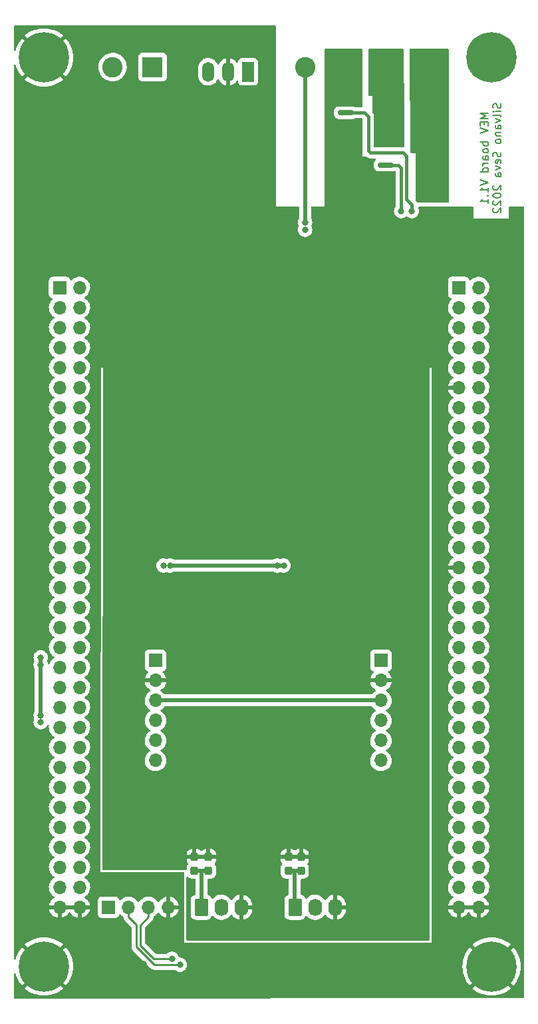
<source format=gbl>
G04 #@! TF.GenerationSoftware,KiCad,Pcbnew,(6.0.5)*
G04 #@! TF.CreationDate,2022-05-13T08:12:07+02:00*
G04 #@! TF.ProjectId,MEV_board,4d45565f-626f-4617-9264-2e6b69636164,rev?*
G04 #@! TF.SameCoordinates,Original*
G04 #@! TF.FileFunction,Copper,L2,Bot*
G04 #@! TF.FilePolarity,Positive*
%FSLAX46Y46*%
G04 Gerber Fmt 4.6, Leading zero omitted, Abs format (unit mm)*
G04 Created by KiCad (PCBNEW (6.0.5)) date 2022-05-13 08:12:07*
%MOMM*%
%LPD*%
G01*
G04 APERTURE LIST*
G04 Aperture macros list*
%AMRoundRect*
0 Rectangle with rounded corners*
0 $1 Rounding radius*
0 $2 $3 $4 $5 $6 $7 $8 $9 X,Y pos of 4 corners*
0 Add a 4 corners polygon primitive as box body*
4,1,4,$2,$3,$4,$5,$6,$7,$8,$9,$2,$3,0*
0 Add four circle primitives for the rounded corners*
1,1,$1+$1,$2,$3*
1,1,$1+$1,$4,$5*
1,1,$1+$1,$6,$7*
1,1,$1+$1,$8,$9*
0 Add four rect primitives between the rounded corners*
20,1,$1+$1,$2,$3,$4,$5,0*
20,1,$1+$1,$4,$5,$6,$7,0*
20,1,$1+$1,$6,$7,$8,$9,0*
20,1,$1+$1,$8,$9,$2,$3,0*%
G04 Aperture macros list end*
%ADD10C,0.150000*%
G04 #@! TA.AperFunction,NonConductor*
%ADD11C,0.150000*%
G04 #@! TD*
G04 #@! TA.AperFunction,ComponentPad*
%ADD12R,1.700000X1.700000*%
G04 #@! TD*
G04 #@! TA.AperFunction,ComponentPad*
%ADD13O,1.700000X1.700000*%
G04 #@! TD*
G04 #@! TA.AperFunction,ComponentPad*
%ADD14C,3.600000*%
G04 #@! TD*
G04 #@! TA.AperFunction,ConnectorPad*
%ADD15C,6.400000*%
G04 #@! TD*
G04 #@! TA.AperFunction,ComponentPad*
%ADD16R,2.600000X2.600000*%
G04 #@! TD*
G04 #@! TA.AperFunction,ComponentPad*
%ADD17C,2.600000*%
G04 #@! TD*
G04 #@! TA.AperFunction,SMDPad,CuDef*
%ADD18RoundRect,0.150000X-0.825000X-0.150000X0.825000X-0.150000X0.825000X0.150000X-0.825000X0.150000X0*%
G04 #@! TD*
G04 #@! TA.AperFunction,ComponentPad*
%ADD19R,1.500000X2.500000*%
G04 #@! TD*
G04 #@! TA.AperFunction,ComponentPad*
%ADD20O,1.500000X2.500000*%
G04 #@! TD*
G04 #@! TA.AperFunction,SMDPad,CuDef*
%ADD21RoundRect,0.237500X-0.237500X0.300000X-0.237500X-0.300000X0.237500X-0.300000X0.237500X0.300000X0*%
G04 #@! TD*
G04 #@! TA.AperFunction,SMDPad,CuDef*
%ADD22RoundRect,0.237500X0.237500X-0.300000X0.237500X0.300000X-0.237500X0.300000X-0.237500X-0.300000X0*%
G04 #@! TD*
G04 #@! TA.AperFunction,ComponentPad*
%ADD23RoundRect,0.250000X-0.620000X-0.845000X0.620000X-0.845000X0.620000X0.845000X-0.620000X0.845000X0*%
G04 #@! TD*
G04 #@! TA.AperFunction,ComponentPad*
%ADD24O,1.740000X2.190000*%
G04 #@! TD*
G04 #@! TA.AperFunction,ViaPad*
%ADD25C,0.800000*%
G04 #@! TD*
G04 #@! TA.AperFunction,Conductor*
%ADD26C,0.508000*%
G04 #@! TD*
G04 #@! TA.AperFunction,Conductor*
%ADD27C,0.762000*%
G04 #@! TD*
G04 #@! TA.AperFunction,Conductor*
%ADD28C,0.381000*%
G04 #@! TD*
G04 #@! TA.AperFunction,Conductor*
%ADD29C,0.254000*%
G04 #@! TD*
G04 APERTURE END LIST*
D10*
D11*
X154579880Y-53061314D02*
X153579880Y-53061314D01*
X154294166Y-53394647D01*
X153579880Y-53727980D01*
X154579880Y-53727980D01*
X154056071Y-54204171D02*
X154056071Y-54537504D01*
X154579880Y-54680361D02*
X154579880Y-54204171D01*
X153579880Y-54204171D01*
X153579880Y-54680361D01*
X153579880Y-54966076D02*
X154579880Y-55299409D01*
X153579880Y-55632742D01*
X154579880Y-56727980D02*
X153579880Y-56727980D01*
X153960833Y-56727980D02*
X153913214Y-56823219D01*
X153913214Y-57013695D01*
X153960833Y-57108933D01*
X154008452Y-57156552D01*
X154103690Y-57204171D01*
X154389404Y-57204171D01*
X154484642Y-57156552D01*
X154532261Y-57108933D01*
X154579880Y-57013695D01*
X154579880Y-56823219D01*
X154532261Y-56727980D01*
X154579880Y-57775600D02*
X154532261Y-57680361D01*
X154484642Y-57632742D01*
X154389404Y-57585123D01*
X154103690Y-57585123D01*
X154008452Y-57632742D01*
X153960833Y-57680361D01*
X153913214Y-57775600D01*
X153913214Y-57918457D01*
X153960833Y-58013695D01*
X154008452Y-58061314D01*
X154103690Y-58108933D01*
X154389404Y-58108933D01*
X154484642Y-58061314D01*
X154532261Y-58013695D01*
X154579880Y-57918457D01*
X154579880Y-57775600D01*
X154579880Y-58966076D02*
X154056071Y-58966076D01*
X153960833Y-58918457D01*
X153913214Y-58823219D01*
X153913214Y-58632742D01*
X153960833Y-58537504D01*
X154532261Y-58966076D02*
X154579880Y-58870838D01*
X154579880Y-58632742D01*
X154532261Y-58537504D01*
X154437023Y-58489885D01*
X154341785Y-58489885D01*
X154246547Y-58537504D01*
X154198928Y-58632742D01*
X154198928Y-58870838D01*
X154151309Y-58966076D01*
X154579880Y-59442266D02*
X153913214Y-59442266D01*
X154103690Y-59442266D02*
X154008452Y-59489885D01*
X153960833Y-59537504D01*
X153913214Y-59632742D01*
X153913214Y-59727980D01*
X154579880Y-60489885D02*
X153579880Y-60489885D01*
X154532261Y-60489885D02*
X154579880Y-60394647D01*
X154579880Y-60204171D01*
X154532261Y-60108933D01*
X154484642Y-60061314D01*
X154389404Y-60013695D01*
X154103690Y-60013695D01*
X154008452Y-60061314D01*
X153960833Y-60108933D01*
X153913214Y-60204171D01*
X153913214Y-60394647D01*
X153960833Y-60489885D01*
X153579880Y-61585123D02*
X154579880Y-61918457D01*
X153579880Y-62251790D01*
X154579880Y-63108933D02*
X154579880Y-62537504D01*
X154579880Y-62823219D02*
X153579880Y-62823219D01*
X153722738Y-62727980D01*
X153817976Y-62632742D01*
X153865595Y-62537504D01*
X154484642Y-63537504D02*
X154532261Y-63585123D01*
X154579880Y-63537504D01*
X154532261Y-63489885D01*
X154484642Y-63537504D01*
X154579880Y-63537504D01*
X154579880Y-64537504D02*
X154579880Y-63966076D01*
X154579880Y-64251790D02*
X153579880Y-64251790D01*
X153722738Y-64156552D01*
X153817976Y-64061314D01*
X153865595Y-63966076D01*
X156142261Y-51847028D02*
X156189880Y-51989885D01*
X156189880Y-52227980D01*
X156142261Y-52323219D01*
X156094642Y-52370838D01*
X155999404Y-52418457D01*
X155904166Y-52418457D01*
X155808928Y-52370838D01*
X155761309Y-52323219D01*
X155713690Y-52227980D01*
X155666071Y-52037504D01*
X155618452Y-51942266D01*
X155570833Y-51894647D01*
X155475595Y-51847028D01*
X155380357Y-51847028D01*
X155285119Y-51894647D01*
X155237500Y-51942266D01*
X155189880Y-52037504D01*
X155189880Y-52275600D01*
X155237500Y-52418457D01*
X156189880Y-52847028D02*
X155523214Y-52847028D01*
X155189880Y-52847028D02*
X155237500Y-52799409D01*
X155285119Y-52847028D01*
X155237500Y-52894647D01*
X155189880Y-52847028D01*
X155285119Y-52847028D01*
X156189880Y-53466076D02*
X156142261Y-53370838D01*
X156047023Y-53323219D01*
X155189880Y-53323219D01*
X155523214Y-53751790D02*
X156189880Y-53989885D01*
X155523214Y-54227980D01*
X156189880Y-55037504D02*
X155666071Y-55037504D01*
X155570833Y-54989885D01*
X155523214Y-54894647D01*
X155523214Y-54704171D01*
X155570833Y-54608933D01*
X156142261Y-55037504D02*
X156189880Y-54942266D01*
X156189880Y-54704171D01*
X156142261Y-54608933D01*
X156047023Y-54561314D01*
X155951785Y-54561314D01*
X155856547Y-54608933D01*
X155808928Y-54704171D01*
X155808928Y-54942266D01*
X155761309Y-55037504D01*
X155523214Y-55513695D02*
X156189880Y-55513695D01*
X155618452Y-55513695D02*
X155570833Y-55561314D01*
X155523214Y-55656552D01*
X155523214Y-55799409D01*
X155570833Y-55894647D01*
X155666071Y-55942266D01*
X156189880Y-55942266D01*
X156189880Y-56561314D02*
X156142261Y-56466076D01*
X156094642Y-56418457D01*
X155999404Y-56370838D01*
X155713690Y-56370838D01*
X155618452Y-56418457D01*
X155570833Y-56466076D01*
X155523214Y-56561314D01*
X155523214Y-56704171D01*
X155570833Y-56799409D01*
X155618452Y-56847028D01*
X155713690Y-56894647D01*
X155999404Y-56894647D01*
X156094642Y-56847028D01*
X156142261Y-56799409D01*
X156189880Y-56704171D01*
X156189880Y-56561314D01*
X156142261Y-58037504D02*
X156189880Y-58180361D01*
X156189880Y-58418457D01*
X156142261Y-58513695D01*
X156094642Y-58561314D01*
X155999404Y-58608933D01*
X155904166Y-58608933D01*
X155808928Y-58561314D01*
X155761309Y-58513695D01*
X155713690Y-58418457D01*
X155666071Y-58227980D01*
X155618452Y-58132742D01*
X155570833Y-58085123D01*
X155475595Y-58037504D01*
X155380357Y-58037504D01*
X155285119Y-58085123D01*
X155237500Y-58132742D01*
X155189880Y-58227980D01*
X155189880Y-58466076D01*
X155237500Y-58608933D01*
X156142261Y-59418457D02*
X156189880Y-59323219D01*
X156189880Y-59132742D01*
X156142261Y-59037504D01*
X156047023Y-58989885D01*
X155666071Y-58989885D01*
X155570833Y-59037504D01*
X155523214Y-59132742D01*
X155523214Y-59323219D01*
X155570833Y-59418457D01*
X155666071Y-59466076D01*
X155761309Y-59466076D01*
X155856547Y-58989885D01*
X155523214Y-59799409D02*
X156189880Y-60037504D01*
X155523214Y-60275600D01*
X156189880Y-61085123D02*
X155666071Y-61085123D01*
X155570833Y-61037504D01*
X155523214Y-60942266D01*
X155523214Y-60751790D01*
X155570833Y-60656552D01*
X156142261Y-61085123D02*
X156189880Y-60989885D01*
X156189880Y-60751790D01*
X156142261Y-60656552D01*
X156047023Y-60608933D01*
X155951785Y-60608933D01*
X155856547Y-60656552D01*
X155808928Y-60751790D01*
X155808928Y-60989885D01*
X155761309Y-61085123D01*
X155285119Y-62275600D02*
X155237500Y-62323219D01*
X155189880Y-62418457D01*
X155189880Y-62656552D01*
X155237500Y-62751790D01*
X155285119Y-62799409D01*
X155380357Y-62847028D01*
X155475595Y-62847028D01*
X155618452Y-62799409D01*
X156189880Y-62227980D01*
X156189880Y-62847028D01*
X155189880Y-63466076D02*
X155189880Y-63561314D01*
X155237500Y-63656552D01*
X155285119Y-63704171D01*
X155380357Y-63751790D01*
X155570833Y-63799409D01*
X155808928Y-63799409D01*
X155999404Y-63751790D01*
X156094642Y-63704171D01*
X156142261Y-63656552D01*
X156189880Y-63561314D01*
X156189880Y-63466076D01*
X156142261Y-63370838D01*
X156094642Y-63323219D01*
X155999404Y-63275600D01*
X155808928Y-63227980D01*
X155570833Y-63227980D01*
X155380357Y-63275600D01*
X155285119Y-63323219D01*
X155237500Y-63370838D01*
X155189880Y-63466076D01*
X155285119Y-64180361D02*
X155237500Y-64227980D01*
X155189880Y-64323219D01*
X155189880Y-64561314D01*
X155237500Y-64656552D01*
X155285119Y-64704171D01*
X155380357Y-64751790D01*
X155475595Y-64751790D01*
X155618452Y-64704171D01*
X156189880Y-64132742D01*
X156189880Y-64751790D01*
X155285119Y-65132742D02*
X155237500Y-65180361D01*
X155189880Y-65275600D01*
X155189880Y-65513695D01*
X155237500Y-65608933D01*
X155285119Y-65656552D01*
X155380357Y-65704171D01*
X155475595Y-65704171D01*
X155618452Y-65656552D01*
X156189880Y-65085123D01*
X156189880Y-65704171D01*
D12*
X99990000Y-75220000D03*
D13*
X102530000Y-75220000D03*
X99990000Y-77760000D03*
X102530000Y-77760000D03*
X99990000Y-80300000D03*
X102530000Y-80300000D03*
X99990000Y-82840000D03*
X102530000Y-82840000D03*
X99990000Y-85380000D03*
X102530000Y-85380000D03*
X99990000Y-87920000D03*
X102530000Y-87920000D03*
X99990000Y-90460000D03*
X102530000Y-90460000D03*
X99990000Y-93000000D03*
X102530000Y-93000000D03*
X99990000Y-95540000D03*
X102530000Y-95540000D03*
X99990000Y-98080000D03*
X102530000Y-98080000D03*
X99990000Y-100620000D03*
X102530000Y-100620000D03*
X99990000Y-103160000D03*
X102530000Y-103160000D03*
X99990000Y-105700000D03*
X102530000Y-105700000D03*
X99990000Y-108240000D03*
X102530000Y-108240000D03*
X99990000Y-110780000D03*
X102530000Y-110780000D03*
X99990000Y-113320000D03*
X102530000Y-113320000D03*
X99990000Y-115860000D03*
X102530000Y-115860000D03*
X99990000Y-118400000D03*
X102530000Y-118400000D03*
X99990000Y-120940000D03*
X102530000Y-120940000D03*
X99990000Y-123480000D03*
X102530000Y-123480000D03*
X99990000Y-126020000D03*
X102530000Y-126020000D03*
X99990000Y-128560000D03*
X102530000Y-128560000D03*
X99990000Y-131100000D03*
X102530000Y-131100000D03*
X99990000Y-133640000D03*
X102530000Y-133640000D03*
X99990000Y-136180000D03*
X102530000Y-136180000D03*
X99990000Y-138720000D03*
X102530000Y-138720000D03*
X99990000Y-141260000D03*
X102530000Y-141260000D03*
X99990000Y-143800000D03*
X102530000Y-143800000D03*
X99990000Y-146340000D03*
X102530000Y-146340000D03*
X99990000Y-148880000D03*
X102530000Y-148880000D03*
X99990000Y-151420000D03*
X102530000Y-151420000D03*
X99990000Y-153960000D03*
X102530000Y-153960000D03*
D12*
X150800000Y-75220000D03*
D13*
X153340000Y-75220000D03*
X150800000Y-77760000D03*
X153340000Y-77760000D03*
X150800000Y-80300000D03*
X153340000Y-80300000D03*
X150800000Y-82840000D03*
X153340000Y-82840000D03*
X150800000Y-85380000D03*
X153340000Y-85380000D03*
X150800000Y-87920000D03*
X153340000Y-87920000D03*
X150800000Y-90460000D03*
X153340000Y-90460000D03*
X150800000Y-93000000D03*
X153340000Y-93000000D03*
X150800000Y-95540000D03*
X153340000Y-95540000D03*
X150800000Y-98080000D03*
X153340000Y-98080000D03*
X150800000Y-100620000D03*
X153340000Y-100620000D03*
X150800000Y-103160000D03*
X153340000Y-103160000D03*
X150800000Y-105700000D03*
X153340000Y-105700000D03*
X150800000Y-108240000D03*
X153340000Y-108240000D03*
X150800000Y-110780000D03*
X153340000Y-110780000D03*
X150800000Y-113320000D03*
X153340000Y-113320000D03*
X150800000Y-115860000D03*
X153340000Y-115860000D03*
X150800000Y-118400000D03*
X153340000Y-118400000D03*
X150800000Y-120940000D03*
X153340000Y-120940000D03*
X150800000Y-123480000D03*
X153340000Y-123480000D03*
X150800000Y-126020000D03*
X153340000Y-126020000D03*
X150800000Y-128560000D03*
X153340000Y-128560000D03*
X150800000Y-131100000D03*
X153340000Y-131100000D03*
X150800000Y-133640000D03*
X153340000Y-133640000D03*
X150800000Y-136180000D03*
X153340000Y-136180000D03*
X150800000Y-138720000D03*
X153340000Y-138720000D03*
X150800000Y-141260000D03*
X153340000Y-141260000D03*
X150800000Y-143800000D03*
X153340000Y-143800000D03*
X150800000Y-146340000D03*
X153340000Y-146340000D03*
X150800000Y-148880000D03*
X153340000Y-148880000D03*
X150800000Y-151420000D03*
X153340000Y-151420000D03*
X150800000Y-153960000D03*
X153340000Y-153960000D03*
D14*
X155000000Y-46000000D03*
D15*
X155000000Y-46000000D03*
D14*
X98000000Y-46000000D03*
D15*
X98000000Y-46000000D03*
X155000000Y-161500000D03*
D14*
X155000000Y-161500000D03*
X98000000Y-161500000D03*
D15*
X98000000Y-161500000D03*
D16*
X111823500Y-47200000D03*
D17*
X106743500Y-47200000D03*
D18*
X136406500Y-56807100D03*
X136406500Y-55537100D03*
X136406500Y-54267100D03*
X136406500Y-52997100D03*
X141356500Y-52997100D03*
X141356500Y-54267100D03*
X141356500Y-55537100D03*
X141356500Y-56807100D03*
X141486500Y-63461900D03*
X141486500Y-62191900D03*
X141486500Y-60921900D03*
X141486500Y-59651900D03*
X146436500Y-59651900D03*
X146436500Y-60921900D03*
X146436500Y-62191900D03*
X146436500Y-63461900D03*
D19*
X124000000Y-47800000D03*
D20*
X121460000Y-47800000D03*
X118920000Y-47800000D03*
D12*
X106222798Y-153974800D03*
D13*
X108762798Y-153974800D03*
X111302798Y-153974800D03*
X113842798Y-153974800D03*
D16*
X146500000Y-47200000D03*
D17*
X141420000Y-47200000D03*
X136340000Y-47200000D03*
X131260000Y-47200000D03*
D12*
X140906500Y-122618500D03*
D13*
X140906500Y-125158500D03*
X140906500Y-127698500D03*
X140906500Y-130238500D03*
X140906500Y-132778500D03*
X140906500Y-135318500D03*
D21*
X118941500Y-147600500D03*
X118941500Y-149325500D03*
X129135000Y-147600500D03*
X129135000Y-149325500D03*
D22*
X130746500Y-149325500D03*
X130746500Y-147600500D03*
D23*
X118046500Y-153974800D03*
D24*
X120586500Y-153974800D03*
X123126500Y-153974800D03*
D12*
X112204500Y-122618500D03*
D13*
X112204500Y-125158500D03*
X112204500Y-127698500D03*
X112204500Y-130238500D03*
X112204500Y-132778500D03*
X112204500Y-135318500D03*
D23*
X129984500Y-153974800D03*
D24*
X132524500Y-153974800D03*
X135064500Y-153974800D03*
D22*
X117157500Y-149325500D03*
X117157500Y-147600500D03*
D25*
X97586800Y-122224800D03*
X97586800Y-130454400D03*
X97586800Y-129590800D03*
X97586800Y-123139200D03*
X134874000Y-70421500D03*
X130048000Y-86614000D03*
X110666133Y-161213800D03*
X137210800Y-63296800D03*
X141922500Y-88138000D03*
X113673000Y-107653666D03*
X109267625Y-86614000D03*
X136453033Y-88138000D03*
X124110750Y-86614000D03*
X113673000Y-109220000D03*
X135890000Y-58153300D03*
X140639800Y-86614000D03*
X121142125Y-86614000D03*
X137210800Y-59867800D03*
X135890000Y-63296800D03*
X136550400Y-60725050D03*
X115887500Y-53117750D03*
X137210800Y-61582300D03*
X134670800Y-49377600D03*
X125595062Y-88138000D03*
X106299000Y-86614000D03*
X136366250Y-50647600D03*
X116689187Y-88138000D03*
X135890000Y-61582300D03*
X132334000Y-86614000D03*
X118173500Y-86614000D03*
X133794500Y-72517000D03*
X136550400Y-59010550D03*
X115213000Y-109220000D03*
X123306500Y-124597500D03*
X137871200Y-86614000D03*
X137617200Y-49377600D03*
X133794500Y-71120000D03*
X119657812Y-88138000D03*
X114147600Y-53768625D03*
X115204875Y-86614000D03*
X122626437Y-88138000D03*
X134874000Y-73215500D03*
X136144000Y-49377600D03*
X137096500Y-51752500D03*
X115213000Y-106087333D03*
X115887500Y-51816000D03*
X135636000Y-51739800D03*
X109399466Y-161213800D03*
X135890000Y-59867800D03*
X135085666Y-86614000D03*
X134874000Y-71818500D03*
X115887500Y-54419500D03*
X110751937Y-88138000D03*
X133718300Y-88138000D03*
X115213000Y-107653666D03*
X137210800Y-58153300D03*
X139187766Y-88138000D03*
X113673000Y-104521000D03*
X128563687Y-88138000D03*
X136550400Y-62439550D03*
X144716500Y-88265000D03*
X127079375Y-86614000D03*
X113673000Y-106087333D03*
X107783312Y-88138000D03*
X143408400Y-86614000D03*
X146177000Y-86614000D03*
X123306500Y-123772000D03*
X115213000Y-104521000D03*
X113720562Y-88138000D03*
X112236250Y-86614000D03*
X128524000Y-110553500D03*
X114046000Y-110553500D03*
X127698500Y-110553500D03*
X113220500Y-110553500D03*
X131260000Y-67876000D03*
X131260000Y-66923500D03*
X143154400Y-52679600D03*
X139903200Y-49377600D03*
X143154400Y-53949600D03*
X143154400Y-51054000D03*
X141420000Y-49377600D03*
X143154400Y-49377600D03*
X143154400Y-55219600D03*
X142287200Y-50215800D03*
X141420000Y-51054000D03*
X140661600Y-50215800D03*
X148844000Y-51141085D03*
X147091400Y-51141085D03*
X145338800Y-51141085D03*
X146215100Y-52022827D03*
X147967700Y-52022827D03*
X148844000Y-58195025D03*
X147967700Y-59109425D03*
X148844000Y-49377600D03*
X148844000Y-52904570D03*
X145338800Y-56431540D03*
X146215100Y-53786312D03*
X148844000Y-56431540D03*
X147967700Y-53786312D03*
X145338800Y-52904570D03*
X148844000Y-59958510D03*
X147967700Y-57345940D03*
X146215100Y-50259342D03*
X147967700Y-62636400D03*
X147967700Y-50259342D03*
X145338800Y-49377600D03*
X147091400Y-49377600D03*
X147015200Y-52904570D03*
X148844000Y-61722000D03*
X147967700Y-60872910D03*
X145338800Y-54668055D03*
X147066000Y-54668055D03*
X148844000Y-54668055D03*
X146215100Y-55549797D03*
X147967700Y-55549797D03*
X147015200Y-56431540D03*
X144856200Y-65506600D03*
X143484600Y-65506600D03*
X114300000Y-160528000D03*
X115316000Y-161290000D03*
D26*
X97586800Y-122224800D02*
X97586800Y-129590800D01*
D27*
X135890000Y-66040000D02*
X135890000Y-63296800D01*
X134874000Y-70421500D02*
X134874000Y-67056000D01*
X134874000Y-67056000D02*
X135890000Y-66040000D01*
D26*
X128524000Y-110553500D02*
X127698500Y-110553500D01*
X127698500Y-110553500D02*
X114046000Y-110553500D01*
X129135000Y-149325500D02*
X129947500Y-149325500D01*
X129947500Y-153937800D02*
X129984500Y-153974800D01*
X118083500Y-153937800D02*
X118046500Y-153974800D01*
X118083500Y-149325500D02*
X118941500Y-149325500D01*
X117157500Y-149325500D02*
X118083500Y-149325500D01*
X129947500Y-149325500D02*
X130746500Y-149325500D01*
X118083500Y-149325500D02*
X118083500Y-153937800D01*
X129947500Y-149325500D02*
X129947500Y-153937800D01*
X140906500Y-127698500D02*
X112204500Y-127698500D01*
X131260000Y-67876000D02*
X131260000Y-67876000D01*
X131260000Y-47200000D02*
X131260000Y-66923500D01*
D28*
X144167210Y-64004810D02*
X144856200Y-64693800D01*
X143744920Y-58102500D02*
X144167210Y-58524790D01*
X144167210Y-58524790D02*
X144167210Y-64004810D01*
X136406500Y-52997100D02*
X138849100Y-52997100D01*
X139573000Y-58102500D02*
X143744920Y-58102500D01*
X138849100Y-52997100D02*
X139319000Y-53467000D01*
X144856200Y-64693800D02*
X144856200Y-65506600D01*
X139319000Y-57848500D02*
X139573000Y-58102500D01*
X139319000Y-53467000D02*
X139319000Y-57848500D01*
X143103600Y-59651900D02*
X143484600Y-60032900D01*
X141486500Y-59651900D02*
X143103600Y-59651900D01*
X143484600Y-65506600D02*
X143484600Y-60032900D01*
D29*
X111302798Y-155216212D02*
X110245510Y-156273500D01*
X111957566Y-160528000D02*
X112458500Y-160528000D01*
X112458500Y-160528000D02*
X114300000Y-160528000D01*
X110245510Y-158815944D02*
X111957566Y-160528000D01*
X110245510Y-156273500D02*
X110245510Y-158815944D01*
X111302798Y-153974800D02*
X111302798Y-155216212D01*
X111220250Y-160432750D02*
X110848788Y-160061288D01*
X108762798Y-154990798D02*
X108762798Y-155181298D01*
X108762798Y-155181298D02*
X109791500Y-156210000D01*
X108762798Y-153974800D02*
X108762798Y-154990798D01*
X115316000Y-161290000D02*
X112077500Y-161290000D01*
X109791500Y-159004000D02*
X111220250Y-160432750D01*
X112077500Y-161290000D02*
X111220250Y-160432750D01*
X109791500Y-156210000D02*
X109791500Y-159004000D01*
G04 #@! TA.AperFunction,Conductor*
G36*
X127492121Y-41928502D02*
G01*
X127538614Y-41982158D01*
X127550000Y-42034500D01*
X127550000Y-64900000D01*
X130371697Y-64904395D01*
X130439786Y-64924503D01*
X130486195Y-64978231D01*
X130497500Y-65030395D01*
X130497500Y-66393429D01*
X130480619Y-66456428D01*
X130425473Y-66551944D01*
X130366458Y-66733572D01*
X130346496Y-66923500D01*
X130366458Y-67113428D01*
X130425473Y-67295056D01*
X130428776Y-67300778D01*
X130428777Y-67300779D01*
X130449545Y-67336750D01*
X130466283Y-67405745D01*
X130449545Y-67462750D01*
X130425473Y-67504444D01*
X130366458Y-67686072D01*
X130346496Y-67876000D01*
X130366458Y-68065928D01*
X130425473Y-68247556D01*
X130520960Y-68412944D01*
X130648747Y-68554866D01*
X130803248Y-68667118D01*
X130809276Y-68669802D01*
X130809278Y-68669803D01*
X130971681Y-68742109D01*
X130977712Y-68744794D01*
X131071112Y-68764647D01*
X131158056Y-68783128D01*
X131158061Y-68783128D01*
X131164513Y-68784500D01*
X131355487Y-68784500D01*
X131361939Y-68783128D01*
X131361944Y-68783128D01*
X131448888Y-68764647D01*
X131542288Y-68744794D01*
X131548319Y-68742109D01*
X131710722Y-68669803D01*
X131710724Y-68669802D01*
X131716752Y-68667118D01*
X131871253Y-68554866D01*
X131999040Y-68412944D01*
X132094527Y-68247556D01*
X132153542Y-68065928D01*
X132173504Y-67876000D01*
X132153542Y-67686072D01*
X132094527Y-67504444D01*
X132070455Y-67462750D01*
X132053717Y-67393755D01*
X132070455Y-67336750D01*
X132091223Y-67300779D01*
X132091224Y-67300778D01*
X132094527Y-67295056D01*
X132153542Y-67113428D01*
X132173504Y-66923500D01*
X132153542Y-66733572D01*
X132094527Y-66551944D01*
X132039381Y-66456428D01*
X132022500Y-66393429D01*
X132022500Y-65033164D01*
X132042502Y-64965043D01*
X132096158Y-64918550D01*
X132148696Y-64907164D01*
X141625745Y-64921925D01*
X142554240Y-64923371D01*
X142622330Y-64943479D01*
X142668739Y-64997207D01*
X142678733Y-65067497D01*
X142663164Y-65112369D01*
X142650073Y-65135044D01*
X142591058Y-65316672D01*
X142571096Y-65506600D01*
X142591058Y-65696528D01*
X142650073Y-65878156D01*
X142745560Y-66043544D01*
X142873347Y-66185466D01*
X143027848Y-66297718D01*
X143033876Y-66300402D01*
X143033878Y-66300403D01*
X143196281Y-66372709D01*
X143202312Y-66375394D01*
X143287160Y-66393429D01*
X143382656Y-66413728D01*
X143382661Y-66413728D01*
X143389113Y-66415100D01*
X143580087Y-66415100D01*
X143586539Y-66413728D01*
X143586544Y-66413728D01*
X143682040Y-66393429D01*
X143766888Y-66375394D01*
X143772919Y-66372709D01*
X143935322Y-66300403D01*
X143935324Y-66300402D01*
X143941352Y-66297718D01*
X144095853Y-66185466D01*
X144097570Y-66187830D01*
X144150040Y-66162620D01*
X144220498Y-66171352D01*
X144244155Y-66186555D01*
X144244947Y-66185466D01*
X144399448Y-66297718D01*
X144405476Y-66300402D01*
X144405478Y-66300403D01*
X144567881Y-66372709D01*
X144573912Y-66375394D01*
X144658760Y-66393429D01*
X144754256Y-66413728D01*
X144754261Y-66413728D01*
X144760713Y-66415100D01*
X144951687Y-66415100D01*
X144958139Y-66413728D01*
X144958144Y-66413728D01*
X145053640Y-66393429D01*
X145138488Y-66375394D01*
X145144519Y-66372709D01*
X145306922Y-66300403D01*
X145306924Y-66300402D01*
X145312952Y-66297718D01*
X145467453Y-66185466D01*
X145595240Y-66043544D01*
X145690727Y-65878156D01*
X145749742Y-65696528D01*
X145769704Y-65506600D01*
X145749742Y-65316672D01*
X145690727Y-65135044D01*
X145680546Y-65117410D01*
X145663808Y-65048419D01*
X145687027Y-64981326D01*
X145742833Y-64937438D01*
X145789861Y-64928411D01*
X152575696Y-64938981D01*
X152643786Y-64959089D01*
X152690195Y-65012817D01*
X152701500Y-65064981D01*
X152701500Y-66478147D01*
X157163500Y-66478147D01*
X157163500Y-65072324D01*
X157183502Y-65004203D01*
X157237158Y-64957710D01*
X157289696Y-64946324D01*
X159025696Y-64949028D01*
X159093786Y-64969136D01*
X159140195Y-65022864D01*
X159151500Y-65075028D01*
X159151500Y-165366461D01*
X159131498Y-165434582D01*
X159077842Y-165481075D01*
X159025693Y-165492461D01*
X94294690Y-165590538D01*
X94226540Y-165570639D01*
X94179966Y-165517054D01*
X94168500Y-165464538D01*
X94168500Y-164297386D01*
X95567759Y-164297386D01*
X95575216Y-164307753D01*
X95814935Y-164501874D01*
X95820272Y-164505751D01*
X96140685Y-164713830D01*
X96146394Y-164717127D01*
X96486811Y-164890578D01*
X96492836Y-164893260D01*
X96849502Y-165030171D01*
X96855784Y-165032212D01*
X97224816Y-165131094D01*
X97231266Y-165132465D01*
X97608629Y-165192234D01*
X97615167Y-165192920D01*
X97996699Y-165212916D01*
X98003301Y-165212916D01*
X98384833Y-165192920D01*
X98391371Y-165192234D01*
X98768734Y-165132465D01*
X98775184Y-165131094D01*
X99144216Y-165032212D01*
X99150498Y-165030171D01*
X99507164Y-164893260D01*
X99513189Y-164890578D01*
X99853606Y-164717127D01*
X99859315Y-164713830D01*
X100179728Y-164505751D01*
X100185065Y-164501874D01*
X100423835Y-164308522D01*
X100431527Y-164297386D01*
X152567759Y-164297386D01*
X152575216Y-164307753D01*
X152814935Y-164501874D01*
X152820272Y-164505751D01*
X153140685Y-164713830D01*
X153146394Y-164717127D01*
X153486811Y-164890578D01*
X153492836Y-164893260D01*
X153849502Y-165030171D01*
X153855784Y-165032212D01*
X154224816Y-165131094D01*
X154231266Y-165132465D01*
X154608629Y-165192234D01*
X154615167Y-165192920D01*
X154996699Y-165212916D01*
X155003301Y-165212916D01*
X155384833Y-165192920D01*
X155391371Y-165192234D01*
X155768734Y-165132465D01*
X155775184Y-165131094D01*
X156144216Y-165032212D01*
X156150498Y-165030171D01*
X156507164Y-164893260D01*
X156513189Y-164890578D01*
X156853606Y-164717127D01*
X156859315Y-164713830D01*
X157179728Y-164505751D01*
X157185065Y-164501874D01*
X157423835Y-164308522D01*
X157432300Y-164296267D01*
X157425966Y-164285176D01*
X155012812Y-161872022D01*
X154998868Y-161864408D01*
X154997035Y-161864539D01*
X154990420Y-161868790D01*
X152574900Y-164284310D01*
X152567759Y-164297386D01*
X100431527Y-164297386D01*
X100432300Y-164296267D01*
X100425966Y-164285176D01*
X98012812Y-161872022D01*
X97998868Y-161864408D01*
X97997035Y-161864539D01*
X97990420Y-161868790D01*
X95574900Y-164284310D01*
X95567759Y-164297386D01*
X94168500Y-164297386D01*
X94168500Y-162484326D01*
X94188502Y-162416205D01*
X94242158Y-162369712D01*
X94312432Y-162359608D01*
X94377012Y-162389102D01*
X94416207Y-162451715D01*
X94467788Y-162644215D01*
X94469829Y-162650498D01*
X94606740Y-163007164D01*
X94609422Y-163013189D01*
X94782872Y-163353603D01*
X94786169Y-163359313D01*
X94994253Y-163679735D01*
X94998123Y-163685061D01*
X95191478Y-163923835D01*
X95203733Y-163932300D01*
X95214824Y-163925966D01*
X97627978Y-161512812D01*
X97634356Y-161501132D01*
X98364408Y-161501132D01*
X98364539Y-161502965D01*
X98368790Y-161509580D01*
X100784310Y-163925100D01*
X100797386Y-163932241D01*
X100807753Y-163924784D01*
X101001877Y-163685061D01*
X101005747Y-163679735D01*
X101213831Y-163359313D01*
X101217128Y-163353603D01*
X101390578Y-163013189D01*
X101393260Y-163007164D01*
X101530171Y-162650498D01*
X101532212Y-162644216D01*
X101631094Y-162275184D01*
X101632465Y-162268734D01*
X101692234Y-161891371D01*
X101692920Y-161884833D01*
X101712916Y-161503301D01*
X101712916Y-161496699D01*
X101692920Y-161115167D01*
X101692234Y-161108629D01*
X101632465Y-160731266D01*
X101631094Y-160724816D01*
X101532212Y-160355784D01*
X101530171Y-160349502D01*
X101393260Y-159992836D01*
X101390578Y-159986811D01*
X101217128Y-159646397D01*
X101213831Y-159640687D01*
X101005747Y-159320265D01*
X101001877Y-159314939D01*
X100808522Y-159076165D01*
X100796267Y-159067700D01*
X100785176Y-159074034D01*
X98372022Y-161487188D01*
X98364408Y-161501132D01*
X97634356Y-161501132D01*
X97635592Y-161498868D01*
X97635461Y-161497035D01*
X97631210Y-161490420D01*
X95215690Y-159074900D01*
X95202614Y-159067759D01*
X95192247Y-159075216D01*
X94998123Y-159314939D01*
X94994253Y-159320265D01*
X94786169Y-159640687D01*
X94782872Y-159646397D01*
X94609422Y-159986811D01*
X94606740Y-159992836D01*
X94469829Y-160349502D01*
X94467788Y-160355785D01*
X94416207Y-160548285D01*
X94379255Y-160608908D01*
X94315394Y-160639929D01*
X94244900Y-160631501D01*
X94190153Y-160586298D01*
X94168500Y-160515674D01*
X94168500Y-158703733D01*
X95567700Y-158703733D01*
X95574034Y-158714824D01*
X97987188Y-161127978D01*
X98001132Y-161135592D01*
X98002965Y-161135461D01*
X98009580Y-161131210D01*
X100425100Y-158715690D01*
X100432241Y-158702614D01*
X100424784Y-158692247D01*
X100185065Y-158498126D01*
X100179728Y-158494249D01*
X99859315Y-158286170D01*
X99853606Y-158282873D01*
X99513189Y-158109422D01*
X99507164Y-158106740D01*
X99150498Y-157969829D01*
X99144216Y-157967788D01*
X98775184Y-157868906D01*
X98768734Y-157867535D01*
X98391371Y-157807766D01*
X98384833Y-157807080D01*
X98003301Y-157787084D01*
X97996699Y-157787084D01*
X97615167Y-157807080D01*
X97608629Y-157807766D01*
X97231266Y-157867535D01*
X97224816Y-157868906D01*
X96855784Y-157967788D01*
X96849502Y-157969829D01*
X96492836Y-158106740D01*
X96486811Y-158109422D01*
X96146397Y-158282872D01*
X96140687Y-158286169D01*
X95820265Y-158494253D01*
X95814939Y-158498123D01*
X95576165Y-158691478D01*
X95567700Y-158703733D01*
X94168500Y-158703733D01*
X94168500Y-154227966D01*
X98658257Y-154227966D01*
X98688565Y-154362446D01*
X98691645Y-154372275D01*
X98771770Y-154569603D01*
X98776413Y-154578794D01*
X98887694Y-154760388D01*
X98893777Y-154768699D01*
X99033213Y-154929667D01*
X99040580Y-154936883D01*
X99204434Y-155072916D01*
X99212881Y-155078831D01*
X99396756Y-155186279D01*
X99406042Y-155190729D01*
X99605001Y-155266703D01*
X99614899Y-155269579D01*
X99718250Y-155290606D01*
X99732299Y-155289410D01*
X99736000Y-155279065D01*
X99736000Y-155278517D01*
X100244000Y-155278517D01*
X100248064Y-155292359D01*
X100261478Y-155294393D01*
X100268184Y-155293534D01*
X100278262Y-155291392D01*
X100482255Y-155230191D01*
X100491842Y-155226433D01*
X100683095Y-155132739D01*
X100691945Y-155127464D01*
X100865328Y-155003792D01*
X100873200Y-154997139D01*
X101024052Y-154846812D01*
X101030730Y-154838965D01*
X101158022Y-154661819D01*
X101159147Y-154662627D01*
X101206669Y-154618876D01*
X101276607Y-154606661D01*
X101342046Y-154634197D01*
X101369870Y-154666028D01*
X101427690Y-154760383D01*
X101433777Y-154768699D01*
X101573213Y-154929667D01*
X101580580Y-154936883D01*
X101744434Y-155072916D01*
X101752881Y-155078831D01*
X101936756Y-155186279D01*
X101946042Y-155190729D01*
X102145001Y-155266703D01*
X102154899Y-155269579D01*
X102258250Y-155290606D01*
X102272299Y-155289410D01*
X102276000Y-155279065D01*
X102276000Y-155278517D01*
X102784000Y-155278517D01*
X102788064Y-155292359D01*
X102801478Y-155294393D01*
X102808184Y-155293534D01*
X102818262Y-155291392D01*
X103022255Y-155230191D01*
X103031842Y-155226433D01*
X103223095Y-155132739D01*
X103231945Y-155127464D01*
X103405328Y-155003792D01*
X103413200Y-154997139D01*
X103537839Y-154872934D01*
X104864298Y-154872934D01*
X104871053Y-154935116D01*
X104922183Y-155071505D01*
X105009537Y-155188061D01*
X105126093Y-155275415D01*
X105262482Y-155326545D01*
X105324664Y-155333300D01*
X107120932Y-155333300D01*
X107183114Y-155326545D01*
X107319503Y-155275415D01*
X107436059Y-155188061D01*
X107523413Y-155071505D01*
X107545597Y-155012329D01*
X107567396Y-154954182D01*
X107610038Y-154897418D01*
X107676600Y-154872718D01*
X107745948Y-154887926D01*
X107780615Y-154915914D01*
X107809048Y-154948738D01*
X107980924Y-155091432D01*
X108066662Y-155141533D01*
X108115385Y-155193170D01*
X108129029Y-155246363D01*
X108129773Y-155270029D01*
X108130133Y-155281503D01*
X108135008Y-155298283D01*
X108135811Y-155301046D01*
X108139821Y-155320410D01*
X108140246Y-155323771D01*
X108142371Y-155340597D01*
X108145287Y-155347961D01*
X108145288Y-155347966D01*
X108158705Y-155381854D01*
X108162550Y-155393083D01*
X108174929Y-155435691D01*
X108178967Y-155442518D01*
X108178968Y-155442521D01*
X108185286Y-155453204D01*
X108193986Y-155470962D01*
X108198559Y-155482513D01*
X108198563Y-155482519D01*
X108201479Y-155489886D01*
X108226942Y-155524932D01*
X108227562Y-155525786D01*
X108234079Y-155535708D01*
X108252624Y-155567066D01*
X108252627Y-155567070D01*
X108256664Y-155573896D01*
X108271048Y-155588280D01*
X108283889Y-155603314D01*
X108295856Y-155619785D01*
X108301964Y-155624838D01*
X108330053Y-155648075D01*
X108338833Y-155656065D01*
X109119095Y-156436327D01*
X109153121Y-156498639D01*
X109156000Y-156525422D01*
X109156000Y-158924980D01*
X109155470Y-158936214D01*
X109153792Y-158943719D01*
X109154041Y-158951638D01*
X109155938Y-159012012D01*
X109156000Y-159015969D01*
X109156000Y-159043983D01*
X109156496Y-159047908D01*
X109156496Y-159047909D01*
X109156508Y-159048004D01*
X109157441Y-159059849D01*
X109158835Y-159104205D01*
X109161047Y-159111817D01*
X109164513Y-159123748D01*
X109168523Y-159143112D01*
X109171073Y-159163299D01*
X109173989Y-159170663D01*
X109173990Y-159170668D01*
X109187407Y-159204556D01*
X109191252Y-159215785D01*
X109203631Y-159258393D01*
X109207669Y-159265220D01*
X109207670Y-159265223D01*
X109213988Y-159275906D01*
X109222688Y-159293664D01*
X109227261Y-159305215D01*
X109227265Y-159305221D01*
X109230181Y-159312588D01*
X109234839Y-159318999D01*
X109234840Y-159319001D01*
X109256264Y-159348488D01*
X109262781Y-159358410D01*
X109281326Y-159389768D01*
X109281329Y-159389772D01*
X109285366Y-159396598D01*
X109299750Y-159410982D01*
X109312591Y-159426016D01*
X109324558Y-159442487D01*
X109330666Y-159447540D01*
X109358755Y-159470777D01*
X109367535Y-159478767D01*
X110799156Y-160910389D01*
X110799159Y-160910392D01*
X111572254Y-161683488D01*
X111579825Y-161691807D01*
X111583947Y-161698303D01*
X111589725Y-161703729D01*
X111589726Y-161703730D01*
X111633765Y-161745085D01*
X111636607Y-161747840D01*
X111656406Y-161767639D01*
X111659537Y-161770068D01*
X111659542Y-161770072D01*
X111659628Y-161770139D01*
X111668653Y-161777847D01*
X111700994Y-161808217D01*
X111707939Y-161812035D01*
X111707943Y-161812038D01*
X111718834Y-161818026D01*
X111735355Y-161828878D01*
X111751434Y-161841350D01*
X111792155Y-161858971D01*
X111802811Y-161864192D01*
X111834745Y-161881748D01*
X111834751Y-161881750D01*
X111841697Y-161885569D01*
X111849372Y-161887540D01*
X111849378Y-161887542D01*
X111861411Y-161890631D01*
X111880113Y-161897034D01*
X111898792Y-161905117D01*
X111906618Y-161906357D01*
X111906623Y-161906358D01*
X111942620Y-161912060D01*
X111954240Y-161914466D01*
X111989537Y-161923528D01*
X111997218Y-161925500D01*
X112017566Y-161925500D01*
X112037278Y-161927051D01*
X112057380Y-161930235D01*
X112101555Y-161926059D01*
X112113414Y-161925500D01*
X114609601Y-161925500D01*
X114677722Y-161945502D01*
X114694908Y-161960109D01*
X114695420Y-161959540D01*
X114700332Y-161963963D01*
X114704747Y-161968866D01*
X114859248Y-162081118D01*
X114865276Y-162083802D01*
X114865278Y-162083803D01*
X115027681Y-162156109D01*
X115033712Y-162158794D01*
X115127113Y-162178647D01*
X115214056Y-162197128D01*
X115214061Y-162197128D01*
X115220513Y-162198500D01*
X115411487Y-162198500D01*
X115417939Y-162197128D01*
X115417944Y-162197128D01*
X115504887Y-162178647D01*
X115598288Y-162158794D01*
X115604319Y-162156109D01*
X115766722Y-162083803D01*
X115766724Y-162083802D01*
X115772752Y-162081118D01*
X115927253Y-161968866D01*
X115948290Y-161945502D01*
X116050621Y-161831852D01*
X116050622Y-161831851D01*
X116055040Y-161826944D01*
X116150527Y-161661556D01*
X116201948Y-161503301D01*
X151287084Y-161503301D01*
X151307080Y-161884833D01*
X151307766Y-161891371D01*
X151367535Y-162268734D01*
X151368906Y-162275184D01*
X151467788Y-162644216D01*
X151469829Y-162650498D01*
X151606740Y-163007164D01*
X151609422Y-163013189D01*
X151782872Y-163353603D01*
X151786169Y-163359313D01*
X151994253Y-163679735D01*
X151998123Y-163685061D01*
X152191478Y-163923835D01*
X152203733Y-163932300D01*
X152214824Y-163925966D01*
X154627978Y-161512812D01*
X154634356Y-161501132D01*
X155364408Y-161501132D01*
X155364539Y-161502965D01*
X155368790Y-161509580D01*
X157784310Y-163925100D01*
X157797386Y-163932241D01*
X157807753Y-163924784D01*
X158001877Y-163685061D01*
X158005747Y-163679735D01*
X158213831Y-163359313D01*
X158217128Y-163353603D01*
X158390578Y-163013189D01*
X158393260Y-163007164D01*
X158530171Y-162650498D01*
X158532212Y-162644216D01*
X158631094Y-162275184D01*
X158632465Y-162268734D01*
X158692234Y-161891371D01*
X158692920Y-161884833D01*
X158712916Y-161503301D01*
X158712916Y-161496699D01*
X158692920Y-161115167D01*
X158692234Y-161108629D01*
X158632465Y-160731266D01*
X158631094Y-160724816D01*
X158532212Y-160355784D01*
X158530171Y-160349502D01*
X158393260Y-159992836D01*
X158390578Y-159986811D01*
X158217128Y-159646397D01*
X158213831Y-159640687D01*
X158005747Y-159320265D01*
X158001877Y-159314939D01*
X157808522Y-159076165D01*
X157796267Y-159067700D01*
X157785176Y-159074034D01*
X155372022Y-161487188D01*
X155364408Y-161501132D01*
X154634356Y-161501132D01*
X154635592Y-161498868D01*
X154635461Y-161497035D01*
X154631210Y-161490420D01*
X152215690Y-159074900D01*
X152202614Y-159067759D01*
X152192247Y-159075216D01*
X151998123Y-159314939D01*
X151994253Y-159320265D01*
X151786169Y-159640687D01*
X151782872Y-159646397D01*
X151609422Y-159986811D01*
X151606740Y-159992836D01*
X151469829Y-160349502D01*
X151467788Y-160355784D01*
X151368906Y-160724816D01*
X151367535Y-160731266D01*
X151307766Y-161108629D01*
X151307080Y-161115167D01*
X151287084Y-161496699D01*
X151287084Y-161503301D01*
X116201948Y-161503301D01*
X116209542Y-161479928D01*
X116229504Y-161290000D01*
X116213275Y-161135592D01*
X116210232Y-161106635D01*
X116210232Y-161106633D01*
X116209542Y-161100072D01*
X116150527Y-160918444D01*
X116145877Y-160910389D01*
X116058341Y-160758774D01*
X116055040Y-160753056D01*
X115927253Y-160611134D01*
X115772752Y-160498882D01*
X115766724Y-160496198D01*
X115766722Y-160496197D01*
X115604319Y-160423891D01*
X115604318Y-160423891D01*
X115598288Y-160421206D01*
X115504888Y-160401353D01*
X115417944Y-160382872D01*
X115417939Y-160382872D01*
X115411487Y-160381500D01*
X115299197Y-160381500D01*
X115231076Y-160361498D01*
X115184583Y-160307842D01*
X115179364Y-160294437D01*
X115136568Y-160162726D01*
X115134527Y-160156444D01*
X115039040Y-159991056D01*
X114911253Y-159849134D01*
X114756752Y-159736882D01*
X114750724Y-159734198D01*
X114750722Y-159734197D01*
X114588319Y-159661891D01*
X114588318Y-159661891D01*
X114582288Y-159659206D01*
X114488888Y-159639353D01*
X114401944Y-159620872D01*
X114401939Y-159620872D01*
X114395487Y-159619500D01*
X114204513Y-159619500D01*
X114198061Y-159620872D01*
X114198056Y-159620872D01*
X114111112Y-159639353D01*
X114017712Y-159659206D01*
X114011682Y-159661891D01*
X114011681Y-159661891D01*
X113849278Y-159734197D01*
X113849276Y-159734198D01*
X113843248Y-159736882D01*
X113688747Y-159849134D01*
X113684332Y-159854037D01*
X113679420Y-159858460D01*
X113677779Y-159856638D01*
X113626790Y-159888050D01*
X113593601Y-159892500D01*
X112272988Y-159892500D01*
X112204867Y-159872498D01*
X112183893Y-159855595D01*
X111032032Y-158703733D01*
X152567700Y-158703733D01*
X152574034Y-158714824D01*
X154987188Y-161127978D01*
X155001132Y-161135592D01*
X155002965Y-161135461D01*
X155009580Y-161131210D01*
X157425100Y-158715690D01*
X157432241Y-158702614D01*
X157424784Y-158692247D01*
X157185065Y-158498126D01*
X157179728Y-158494249D01*
X156859315Y-158286170D01*
X156853606Y-158282873D01*
X156513189Y-158109422D01*
X156507164Y-158106740D01*
X156150498Y-157969829D01*
X156144216Y-157967788D01*
X155775184Y-157868906D01*
X155768734Y-157867535D01*
X155391371Y-157807766D01*
X155384833Y-157807080D01*
X155003301Y-157787084D01*
X154996699Y-157787084D01*
X154615167Y-157807080D01*
X154608629Y-157807766D01*
X154231266Y-157867535D01*
X154224816Y-157868906D01*
X153855784Y-157967788D01*
X153849502Y-157969829D01*
X153492836Y-158106740D01*
X153486811Y-158109422D01*
X153146397Y-158282872D01*
X153140687Y-158286169D01*
X152820265Y-158494253D01*
X152814939Y-158498123D01*
X152576165Y-158691478D01*
X152567700Y-158703733D01*
X111032032Y-158703733D01*
X110917915Y-158589616D01*
X110883889Y-158527304D01*
X110881010Y-158500521D01*
X110881010Y-156588923D01*
X110901012Y-156520802D01*
X110917915Y-156499827D01*
X111696286Y-155721457D01*
X111704605Y-155713887D01*
X111711101Y-155709765D01*
X111757884Y-155659946D01*
X111760638Y-155657105D01*
X111780437Y-155637306D01*
X111782861Y-155634181D01*
X111782869Y-155634172D01*
X111782935Y-155634086D01*
X111790643Y-155625061D01*
X111815588Y-155598497D01*
X111821015Y-155592718D01*
X111830821Y-155574881D01*
X111841671Y-155558365D01*
X111854148Y-155542279D01*
X111871774Y-155501546D01*
X111876991Y-155490898D01*
X111894547Y-155458963D01*
X111898367Y-155452015D01*
X111900338Y-155444340D01*
X111900340Y-155444334D01*
X111903429Y-155432301D01*
X111909832Y-155413599D01*
X111917915Y-155394920D01*
X111924858Y-155351085D01*
X111927265Y-155339463D01*
X111938298Y-155296494D01*
X111938298Y-155276147D01*
X111939849Y-155256436D01*
X111943033Y-155236333D01*
X111945409Y-155236709D01*
X111963799Y-155180649D01*
X112000916Y-155145870D01*
X112000792Y-155145696D01*
X112002089Y-155144771D01*
X112002090Y-155144770D01*
X112005001Y-155142694D01*
X112005004Y-155142692D01*
X112082077Y-155087716D01*
X112182658Y-155015973D01*
X112191936Y-155006728D01*
X112328941Y-154870200D01*
X112340894Y-154858289D01*
X112400834Y-154774874D01*
X112471251Y-154676877D01*
X112472438Y-154677730D01*
X112519758Y-154634162D01*
X112589695Y-154621945D01*
X112655136Y-154649478D01*
X112682964Y-154681311D01*
X112740492Y-154775188D01*
X112746575Y-154783499D01*
X112886011Y-154944467D01*
X112893378Y-154951683D01*
X113057232Y-155087716D01*
X113065679Y-155093631D01*
X113249554Y-155201079D01*
X113258840Y-155205529D01*
X113457799Y-155281503D01*
X113467697Y-155284379D01*
X113571048Y-155305406D01*
X113585097Y-155304210D01*
X113588798Y-155293865D01*
X113588798Y-155293317D01*
X114096798Y-155293317D01*
X114100862Y-155307159D01*
X114114276Y-155309193D01*
X114120982Y-155308334D01*
X114131060Y-155306192D01*
X114335053Y-155244991D01*
X114344640Y-155241233D01*
X114535893Y-155147539D01*
X114544743Y-155142264D01*
X114718126Y-155018592D01*
X114725998Y-155011939D01*
X114876850Y-154861612D01*
X114883528Y-154853765D01*
X115007801Y-154680820D01*
X115013111Y-154671983D01*
X115107468Y-154481067D01*
X115111267Y-154471472D01*
X115173175Y-154267710D01*
X115175353Y-154257637D01*
X115176784Y-154246762D01*
X115174573Y-154232578D01*
X115161415Y-154228800D01*
X114114913Y-154228800D01*
X114099674Y-154233275D01*
X114098469Y-154234665D01*
X114096798Y-154242348D01*
X114096798Y-155293317D01*
X113588798Y-155293317D01*
X113588798Y-153702685D01*
X114096798Y-153702685D01*
X114101273Y-153717924D01*
X114102663Y-153719129D01*
X114110346Y-153720800D01*
X115161142Y-153720800D01*
X115174673Y-153716827D01*
X115175978Y-153707747D01*
X115134012Y-153540675D01*
X115130692Y-153530924D01*
X115045770Y-153335614D01*
X115040903Y-153326539D01*
X114925224Y-153147726D01*
X114918934Y-153139557D01*
X114775604Y-152982040D01*
X114768071Y-152975015D01*
X114600937Y-152843022D01*
X114592350Y-152837317D01*
X114405915Y-152734399D01*
X114396503Y-152730169D01*
X114195757Y-152659080D01*
X114185786Y-152656446D01*
X114114635Y-152643772D01*
X114101338Y-152645232D01*
X114096798Y-152659789D01*
X114096798Y-153702685D01*
X113588798Y-153702685D01*
X113588798Y-152657902D01*
X113584880Y-152644558D01*
X113570604Y-152642571D01*
X113532122Y-152648460D01*
X113522086Y-152650851D01*
X113319666Y-152717012D01*
X113310157Y-152721009D01*
X113121261Y-152819342D01*
X113112536Y-152824836D01*
X112942231Y-152952705D01*
X112934524Y-152959548D01*
X112787388Y-153113517D01*
X112780907Y-153121522D01*
X112676296Y-153274874D01*
X112621385Y-153319876D01*
X112550860Y-153328047D01*
X112487113Y-153296793D01*
X112466416Y-153272309D01*
X112385620Y-153147417D01*
X112385618Y-153147414D01*
X112382812Y-153143077D01*
X112232468Y-152977851D01*
X112228417Y-152974652D01*
X112228413Y-152974648D01*
X112061212Y-152842600D01*
X112061208Y-152842598D01*
X112057157Y-152839398D01*
X112026583Y-152822520D01*
X111989628Y-152802120D01*
X111861587Y-152731438D01*
X111856718Y-152729714D01*
X111856714Y-152729712D01*
X111655885Y-152658595D01*
X111655881Y-152658594D01*
X111651010Y-152656869D01*
X111645917Y-152655962D01*
X111645914Y-152655961D01*
X111436171Y-152618600D01*
X111436165Y-152618599D01*
X111431082Y-152617694D01*
X111357250Y-152616792D01*
X111212879Y-152615028D01*
X111212877Y-152615028D01*
X111207709Y-152614965D01*
X110986889Y-152648755D01*
X110774554Y-152718157D01*
X110710144Y-152751687D01*
X110608603Y-152804546D01*
X110576405Y-152821307D01*
X110572272Y-152824410D01*
X110572269Y-152824412D01*
X110401898Y-152952330D01*
X110397763Y-152955435D01*
X110333827Y-153022340D01*
X110276750Y-153082068D01*
X110243427Y-153116938D01*
X110135999Y-153274421D01*
X110081091Y-153319421D01*
X110010566Y-153327592D01*
X109946819Y-153296338D01*
X109926122Y-153271854D01*
X109845620Y-153147417D01*
X109845618Y-153147414D01*
X109842812Y-153143077D01*
X109692468Y-152977851D01*
X109688417Y-152974652D01*
X109688413Y-152974648D01*
X109521212Y-152842600D01*
X109521208Y-152842598D01*
X109517157Y-152839398D01*
X109486583Y-152822520D01*
X109449628Y-152802120D01*
X109321587Y-152731438D01*
X109316718Y-152729714D01*
X109316714Y-152729712D01*
X109115885Y-152658595D01*
X109115881Y-152658594D01*
X109111010Y-152656869D01*
X109105917Y-152655962D01*
X109105914Y-152655961D01*
X108896171Y-152618600D01*
X108896165Y-152618599D01*
X108891082Y-152617694D01*
X108817250Y-152616792D01*
X108672879Y-152615028D01*
X108672877Y-152615028D01*
X108667709Y-152614965D01*
X108446889Y-152648755D01*
X108234554Y-152718157D01*
X108170144Y-152751687D01*
X108068603Y-152804546D01*
X108036405Y-152821307D01*
X108032272Y-152824410D01*
X108032269Y-152824412D01*
X107861898Y-152952330D01*
X107857763Y-152955435D01*
X107800515Y-153015342D01*
X107777081Y-153039864D01*
X107715557Y-153075294D01*
X107644644Y-153071837D01*
X107586858Y-153030591D01*
X107568005Y-152997043D01*
X107526565Y-152886503D01*
X107523413Y-152878095D01*
X107436059Y-152761539D01*
X107319503Y-152674185D01*
X107183114Y-152623055D01*
X107120932Y-152616300D01*
X105324664Y-152616300D01*
X105262482Y-152623055D01*
X105126093Y-152674185D01*
X105009537Y-152761539D01*
X104922183Y-152878095D01*
X104871053Y-153014484D01*
X104864298Y-153076666D01*
X104864298Y-154872934D01*
X103537839Y-154872934D01*
X103564052Y-154846812D01*
X103570730Y-154838965D01*
X103695003Y-154666020D01*
X103700313Y-154657183D01*
X103794670Y-154466267D01*
X103798469Y-154456672D01*
X103860377Y-154252910D01*
X103862555Y-154242837D01*
X103863986Y-154231962D01*
X103861775Y-154217778D01*
X103848617Y-154214000D01*
X102802115Y-154214000D01*
X102786876Y-154218475D01*
X102785671Y-154219865D01*
X102784000Y-154227548D01*
X102784000Y-155278517D01*
X102276000Y-155278517D01*
X102276000Y-154232115D01*
X102271525Y-154216876D01*
X102270135Y-154215671D01*
X102262452Y-154214000D01*
X100262115Y-154214000D01*
X100246876Y-154218475D01*
X100245671Y-154219865D01*
X100244000Y-154227548D01*
X100244000Y-155278517D01*
X99736000Y-155278517D01*
X99736000Y-154232115D01*
X99731525Y-154216876D01*
X99730135Y-154215671D01*
X99722452Y-154214000D01*
X98673225Y-154214000D01*
X98659694Y-154217973D01*
X98658257Y-154227966D01*
X94168500Y-154227966D01*
X94168500Y-130454400D01*
X96673296Y-130454400D01*
X96673986Y-130460964D01*
X96673986Y-130460965D01*
X96692081Y-130633126D01*
X96693258Y-130644328D01*
X96752273Y-130825956D01*
X96755576Y-130831678D01*
X96755577Y-130831679D01*
X96778252Y-130870953D01*
X96847760Y-130991344D01*
X96852178Y-130996251D01*
X96852179Y-130996252D01*
X96910985Y-131061563D01*
X96975547Y-131133266D01*
X97130048Y-131245518D01*
X97136076Y-131248202D01*
X97136078Y-131248203D01*
X97298481Y-131320509D01*
X97304512Y-131323194D01*
X97397913Y-131343047D01*
X97484856Y-131361528D01*
X97484861Y-131361528D01*
X97491313Y-131362900D01*
X97682287Y-131362900D01*
X97688739Y-131361528D01*
X97688744Y-131361528D01*
X97775687Y-131343047D01*
X97869088Y-131323194D01*
X97875119Y-131320509D01*
X98037522Y-131248203D01*
X98037524Y-131248202D01*
X98043552Y-131245518D01*
X98198053Y-131133266D01*
X98262615Y-131061563D01*
X98321421Y-130996252D01*
X98321422Y-130996251D01*
X98325840Y-130991344D01*
X98329139Y-130985631D01*
X98329142Y-130985626D01*
X98407929Y-130849163D01*
X98459312Y-130800170D01*
X98529026Y-130786734D01*
X98594936Y-130813121D01*
X98636118Y-130870953D01*
X98642335Y-130925550D01*
X98627251Y-131066695D01*
X98627548Y-131071848D01*
X98627548Y-131071851D01*
X98633011Y-131166590D01*
X98640110Y-131289715D01*
X98641247Y-131294761D01*
X98641248Y-131294767D01*
X98655441Y-131357742D01*
X98689222Y-131507639D01*
X98773266Y-131714616D01*
X98812321Y-131778348D01*
X98887291Y-131900688D01*
X98889987Y-131905088D01*
X99036250Y-132073938D01*
X99208126Y-132216632D01*
X99278595Y-132257811D01*
X99281445Y-132259476D01*
X99330169Y-132311114D01*
X99343240Y-132380897D01*
X99316509Y-132446669D01*
X99276055Y-132480027D01*
X99263607Y-132486507D01*
X99259474Y-132489610D01*
X99259471Y-132489612D01*
X99171236Y-132555861D01*
X99084965Y-132620635D01*
X99081393Y-132624373D01*
X98965933Y-132745195D01*
X98930629Y-132782138D01*
X98804743Y-132966680D01*
X98710688Y-133169305D01*
X98650989Y-133384570D01*
X98627251Y-133606695D01*
X98627548Y-133611848D01*
X98627548Y-133611851D01*
X98633011Y-133706590D01*
X98640110Y-133829715D01*
X98641247Y-133834761D01*
X98641248Y-133834767D01*
X98655441Y-133897742D01*
X98689222Y-134047639D01*
X98773266Y-134254616D01*
X98812321Y-134318348D01*
X98887291Y-134440688D01*
X98889987Y-134445088D01*
X99036250Y-134613938D01*
X99208126Y-134756632D01*
X99278595Y-134797811D01*
X99281445Y-134799476D01*
X99330169Y-134851114D01*
X99343240Y-134920897D01*
X99316509Y-134986669D01*
X99276055Y-135020027D01*
X99263607Y-135026507D01*
X99259474Y-135029610D01*
X99259471Y-135029612D01*
X99171236Y-135095861D01*
X99084965Y-135160635D01*
X99081393Y-135164373D01*
X98965933Y-135285195D01*
X98930629Y-135322138D01*
X98804743Y-135506680D01*
X98710688Y-135709305D01*
X98650989Y-135924570D01*
X98627251Y-136146695D01*
X98627548Y-136151848D01*
X98627548Y-136151851D01*
X98633011Y-136246590D01*
X98640110Y-136369715D01*
X98641247Y-136374761D01*
X98641248Y-136374767D01*
X98655441Y-136437742D01*
X98689222Y-136587639D01*
X98773266Y-136794616D01*
X98824019Y-136877438D01*
X98887291Y-136980688D01*
X98889987Y-136985088D01*
X99036250Y-137153938D01*
X99208126Y-137296632D01*
X99278595Y-137337811D01*
X99281445Y-137339476D01*
X99330169Y-137391114D01*
X99343240Y-137460897D01*
X99316509Y-137526669D01*
X99276055Y-137560027D01*
X99263607Y-137566507D01*
X99259474Y-137569610D01*
X99259471Y-137569612D01*
X99235247Y-137587800D01*
X99084965Y-137700635D01*
X98930629Y-137862138D01*
X98804743Y-138046680D01*
X98710688Y-138249305D01*
X98650989Y-138464570D01*
X98627251Y-138686695D01*
X98627548Y-138691848D01*
X98627548Y-138691851D01*
X98633011Y-138786590D01*
X98640110Y-138909715D01*
X98641247Y-138914761D01*
X98641248Y-138914767D01*
X98661119Y-139002939D01*
X98689222Y-139127639D01*
X98773266Y-139334616D01*
X98824019Y-139417438D01*
X98887291Y-139520688D01*
X98889987Y-139525088D01*
X99036250Y-139693938D01*
X99208126Y-139836632D01*
X99278595Y-139877811D01*
X99281445Y-139879476D01*
X99330169Y-139931114D01*
X99343240Y-140000897D01*
X99316509Y-140066669D01*
X99276055Y-140100027D01*
X99263607Y-140106507D01*
X99259474Y-140109610D01*
X99259471Y-140109612D01*
X99235247Y-140127800D01*
X99084965Y-140240635D01*
X98930629Y-140402138D01*
X98804743Y-140586680D01*
X98710688Y-140789305D01*
X98650989Y-141004570D01*
X98627251Y-141226695D01*
X98627548Y-141231848D01*
X98627548Y-141231851D01*
X98633011Y-141326590D01*
X98640110Y-141449715D01*
X98641247Y-141454761D01*
X98641248Y-141454767D01*
X98661119Y-141542939D01*
X98689222Y-141667639D01*
X98773266Y-141874616D01*
X98824019Y-141957438D01*
X98887291Y-142060688D01*
X98889987Y-142065088D01*
X99036250Y-142233938D01*
X99208126Y-142376632D01*
X99278595Y-142417811D01*
X99281445Y-142419476D01*
X99330169Y-142471114D01*
X99343240Y-142540897D01*
X99316509Y-142606669D01*
X99276055Y-142640027D01*
X99263607Y-142646507D01*
X99259474Y-142649610D01*
X99259471Y-142649612D01*
X99235247Y-142667800D01*
X99084965Y-142780635D01*
X98930629Y-142942138D01*
X98804743Y-143126680D01*
X98710688Y-143329305D01*
X98650989Y-143544570D01*
X98627251Y-143766695D01*
X98627548Y-143771848D01*
X98627548Y-143771851D01*
X98633011Y-143866590D01*
X98640110Y-143989715D01*
X98641247Y-143994761D01*
X98641248Y-143994767D01*
X98661119Y-144082939D01*
X98689222Y-144207639D01*
X98773266Y-144414616D01*
X98824019Y-144497438D01*
X98887291Y-144600688D01*
X98889987Y-144605088D01*
X99036250Y-144773938D01*
X99208126Y-144916632D01*
X99278595Y-144957811D01*
X99281445Y-144959476D01*
X99330169Y-145011114D01*
X99343240Y-145080897D01*
X99316509Y-145146669D01*
X99276055Y-145180027D01*
X99263607Y-145186507D01*
X99259474Y-145189610D01*
X99259471Y-145189612D01*
X99235247Y-145207800D01*
X99084965Y-145320635D01*
X98930629Y-145482138D01*
X98804743Y-145666680D01*
X98710688Y-145869305D01*
X98650989Y-146084570D01*
X98627251Y-146306695D01*
X98627548Y-146311848D01*
X98627548Y-146311851D01*
X98633011Y-146406590D01*
X98640110Y-146529715D01*
X98641247Y-146534761D01*
X98641248Y-146534767D01*
X98662275Y-146628069D01*
X98689222Y-146747639D01*
X98773266Y-146954616D01*
X98824019Y-147037438D01*
X98887291Y-147140688D01*
X98889987Y-147145088D01*
X98893367Y-147148990D01*
X98898687Y-147155132D01*
X99036250Y-147313938D01*
X99208126Y-147456632D01*
X99278595Y-147497811D01*
X99281445Y-147499476D01*
X99330169Y-147551114D01*
X99343240Y-147620897D01*
X99316509Y-147686669D01*
X99276055Y-147720027D01*
X99263607Y-147726507D01*
X99259474Y-147729610D01*
X99259471Y-147729612D01*
X99089100Y-147857530D01*
X99084965Y-147860635D01*
X98930629Y-148022138D01*
X98804743Y-148206680D01*
X98789003Y-148240590D01*
X98725227Y-148377984D01*
X98710688Y-148409305D01*
X98650989Y-148624570D01*
X98627251Y-148846695D01*
X98627548Y-148851848D01*
X98627548Y-148851851D01*
X98633011Y-148946590D01*
X98640110Y-149069715D01*
X98641247Y-149074761D01*
X98641248Y-149074767D01*
X98652299Y-149123803D01*
X98689222Y-149287639D01*
X98727461Y-149381811D01*
X98768097Y-149481885D01*
X98773266Y-149494616D01*
X98821703Y-149573658D01*
X98887291Y-149680688D01*
X98889987Y-149685088D01*
X99036250Y-149853938D01*
X99208126Y-149996632D01*
X99278595Y-150037811D01*
X99281445Y-150039476D01*
X99330169Y-150091114D01*
X99343240Y-150160897D01*
X99316509Y-150226669D01*
X99276055Y-150260027D01*
X99263607Y-150266507D01*
X99259474Y-150269610D01*
X99259471Y-150269612D01*
X99124218Y-150371163D01*
X99084965Y-150400635D01*
X98930629Y-150562138D01*
X98804743Y-150746680D01*
X98710688Y-150949305D01*
X98650989Y-151164570D01*
X98627251Y-151386695D01*
X98627548Y-151391848D01*
X98627548Y-151391851D01*
X98633011Y-151486590D01*
X98640110Y-151609715D01*
X98641247Y-151614761D01*
X98641248Y-151614767D01*
X98661119Y-151702939D01*
X98689222Y-151827639D01*
X98773266Y-152034616D01*
X98824019Y-152117438D01*
X98887291Y-152220688D01*
X98889987Y-152225088D01*
X99036250Y-152393938D01*
X99208126Y-152536632D01*
X99281955Y-152579774D01*
X99330679Y-152631412D01*
X99343750Y-152701195D01*
X99317019Y-152766967D01*
X99276562Y-152800327D01*
X99268457Y-152804546D01*
X99259738Y-152810036D01*
X99089433Y-152937905D01*
X99081726Y-152944748D01*
X98934590Y-153098717D01*
X98928104Y-153106727D01*
X98808098Y-153282649D01*
X98803000Y-153291623D01*
X98713338Y-153484783D01*
X98709775Y-153494470D01*
X98654389Y-153694183D01*
X98655912Y-153702607D01*
X98668292Y-153706000D01*
X103848344Y-153706000D01*
X103861875Y-153702027D01*
X103863180Y-153692947D01*
X103821214Y-153525875D01*
X103817894Y-153516124D01*
X103732972Y-153320814D01*
X103728105Y-153311739D01*
X103612426Y-153132926D01*
X103606136Y-153124757D01*
X103462806Y-152967240D01*
X103455273Y-152960215D01*
X103288139Y-152828222D01*
X103279556Y-152822520D01*
X103242602Y-152802120D01*
X103192631Y-152751687D01*
X103177859Y-152682245D01*
X103202975Y-152615839D01*
X103230327Y-152589232D01*
X103255090Y-152571569D01*
X103409860Y-152461173D01*
X103435190Y-152435932D01*
X103564435Y-152307137D01*
X103568096Y-152303489D01*
X103627594Y-152220689D01*
X103695435Y-152126277D01*
X103698453Y-152122077D01*
X103719320Y-152079857D01*
X103795136Y-151926453D01*
X103795137Y-151926451D01*
X103797430Y-151921811D01*
X103862370Y-151708069D01*
X103891529Y-151486590D01*
X103893156Y-151420000D01*
X103874852Y-151197361D01*
X103820431Y-150980702D01*
X103731354Y-150775840D01*
X103610014Y-150588277D01*
X103459670Y-150423051D01*
X103455619Y-150419852D01*
X103455615Y-150419848D01*
X103288414Y-150287800D01*
X103288410Y-150287798D01*
X103284359Y-150284598D01*
X103243053Y-150261796D01*
X103193084Y-150211364D01*
X103178312Y-150141921D01*
X103203428Y-150075516D01*
X103230780Y-150048909D01*
X103274603Y-150017650D01*
X103409860Y-149921173D01*
X103568096Y-149763489D01*
X103627594Y-149680689D01*
X103695435Y-149586277D01*
X103698453Y-149582077D01*
X103719320Y-149539857D01*
X103739018Y-149500000D01*
X105200000Y-149500000D01*
X115774000Y-149500000D01*
X115842121Y-149520002D01*
X115888614Y-149573658D01*
X115900000Y-149626000D01*
X115900000Y-158500000D01*
X137249928Y-158450000D01*
X137250188Y-158450001D01*
X147370000Y-158480000D01*
X147360530Y-154227966D01*
X149468257Y-154227966D01*
X149498565Y-154362446D01*
X149501645Y-154372275D01*
X149581770Y-154569603D01*
X149586413Y-154578794D01*
X149697694Y-154760388D01*
X149703777Y-154768699D01*
X149843213Y-154929667D01*
X149850580Y-154936883D01*
X150014434Y-155072916D01*
X150022881Y-155078831D01*
X150206756Y-155186279D01*
X150216042Y-155190729D01*
X150415001Y-155266703D01*
X150424899Y-155269579D01*
X150528250Y-155290606D01*
X150542299Y-155289410D01*
X150546000Y-155279065D01*
X150546000Y-155278517D01*
X151054000Y-155278517D01*
X151058064Y-155292359D01*
X151071478Y-155294393D01*
X151078184Y-155293534D01*
X151088262Y-155291392D01*
X151292255Y-155230191D01*
X151301842Y-155226433D01*
X151493095Y-155132739D01*
X151501945Y-155127464D01*
X151675328Y-155003792D01*
X151683200Y-154997139D01*
X151834052Y-154846812D01*
X151840730Y-154838965D01*
X151968022Y-154661819D01*
X151969147Y-154662627D01*
X152016669Y-154618876D01*
X152086607Y-154606661D01*
X152152046Y-154634197D01*
X152179870Y-154666028D01*
X152237690Y-154760383D01*
X152243777Y-154768699D01*
X152383213Y-154929667D01*
X152390580Y-154936883D01*
X152554434Y-155072916D01*
X152562881Y-155078831D01*
X152746756Y-155186279D01*
X152756042Y-155190729D01*
X152955001Y-155266703D01*
X152964899Y-155269579D01*
X153068250Y-155290606D01*
X153082299Y-155289410D01*
X153086000Y-155279065D01*
X153086000Y-155278517D01*
X153594000Y-155278517D01*
X153598064Y-155292359D01*
X153611478Y-155294393D01*
X153618184Y-155293534D01*
X153628262Y-155291392D01*
X153832255Y-155230191D01*
X153841842Y-155226433D01*
X154033095Y-155132739D01*
X154041945Y-155127464D01*
X154215328Y-155003792D01*
X154223200Y-154997139D01*
X154374052Y-154846812D01*
X154380730Y-154838965D01*
X154505003Y-154666020D01*
X154510313Y-154657183D01*
X154604670Y-154466267D01*
X154608469Y-154456672D01*
X154670377Y-154252910D01*
X154672555Y-154242837D01*
X154673986Y-154231962D01*
X154671775Y-154217778D01*
X154658617Y-154214000D01*
X153612115Y-154214000D01*
X153596876Y-154218475D01*
X153595671Y-154219865D01*
X153594000Y-154227548D01*
X153594000Y-155278517D01*
X153086000Y-155278517D01*
X153086000Y-154232115D01*
X153081525Y-154216876D01*
X153080135Y-154215671D01*
X153072452Y-154214000D01*
X151072115Y-154214000D01*
X151056876Y-154218475D01*
X151055671Y-154219865D01*
X151054000Y-154227548D01*
X151054000Y-155278517D01*
X150546000Y-155278517D01*
X150546000Y-154232115D01*
X150541525Y-154216876D01*
X150540135Y-154215671D01*
X150532452Y-154214000D01*
X149483225Y-154214000D01*
X149469694Y-154217973D01*
X149468257Y-154227966D01*
X147360530Y-154227966D01*
X147354202Y-151386695D01*
X149437251Y-151386695D01*
X149437548Y-151391848D01*
X149437548Y-151391851D01*
X149443011Y-151486590D01*
X149450110Y-151609715D01*
X149451247Y-151614761D01*
X149451248Y-151614767D01*
X149471119Y-151702939D01*
X149499222Y-151827639D01*
X149583266Y-152034616D01*
X149634019Y-152117438D01*
X149697291Y-152220688D01*
X149699987Y-152225088D01*
X149846250Y-152393938D01*
X150018126Y-152536632D01*
X150091955Y-152579774D01*
X150140679Y-152631412D01*
X150153750Y-152701195D01*
X150127019Y-152766967D01*
X150086562Y-152800327D01*
X150078457Y-152804546D01*
X150069738Y-152810036D01*
X149899433Y-152937905D01*
X149891726Y-152944748D01*
X149744590Y-153098717D01*
X149738104Y-153106727D01*
X149618098Y-153282649D01*
X149613000Y-153291623D01*
X149523338Y-153484783D01*
X149519775Y-153494470D01*
X149464389Y-153694183D01*
X149465912Y-153702607D01*
X149478292Y-153706000D01*
X154658344Y-153706000D01*
X154671875Y-153702027D01*
X154673180Y-153692947D01*
X154631214Y-153525875D01*
X154627894Y-153516124D01*
X154542972Y-153320814D01*
X154538105Y-153311739D01*
X154422426Y-153132926D01*
X154416136Y-153124757D01*
X154272806Y-152967240D01*
X154265273Y-152960215D01*
X154098139Y-152828222D01*
X154089556Y-152822520D01*
X154052602Y-152802120D01*
X154002631Y-152751687D01*
X153987859Y-152682245D01*
X154012975Y-152615839D01*
X154040327Y-152589232D01*
X154065090Y-152571569D01*
X154219860Y-152461173D01*
X154245190Y-152435932D01*
X154374435Y-152307137D01*
X154378096Y-152303489D01*
X154437594Y-152220689D01*
X154505435Y-152126277D01*
X154508453Y-152122077D01*
X154529320Y-152079857D01*
X154605136Y-151926453D01*
X154605137Y-151926451D01*
X154607430Y-151921811D01*
X154672370Y-151708069D01*
X154701529Y-151486590D01*
X154703156Y-151420000D01*
X154684852Y-151197361D01*
X154630431Y-150980702D01*
X154541354Y-150775840D01*
X154420014Y-150588277D01*
X154269670Y-150423051D01*
X154265619Y-150419852D01*
X154265615Y-150419848D01*
X154098414Y-150287800D01*
X154098410Y-150287798D01*
X154094359Y-150284598D01*
X154053053Y-150261796D01*
X154003084Y-150211364D01*
X153988312Y-150141921D01*
X154013428Y-150075516D01*
X154040780Y-150048909D01*
X154084603Y-150017650D01*
X154219860Y-149921173D01*
X154378096Y-149763489D01*
X154437594Y-149680689D01*
X154505435Y-149586277D01*
X154508453Y-149582077D01*
X154529320Y-149539857D01*
X154605136Y-149386453D01*
X154605137Y-149386451D01*
X154607430Y-149381811D01*
X154650937Y-149238614D01*
X154670865Y-149173023D01*
X154670865Y-149173021D01*
X154672370Y-149168069D01*
X154701529Y-148946590D01*
X154703156Y-148880000D01*
X154684852Y-148657361D01*
X154630431Y-148440702D01*
X154541354Y-148235840D01*
X154427940Y-148060528D01*
X154422822Y-148052617D01*
X154422820Y-148052614D01*
X154420014Y-148048277D01*
X154269670Y-147883051D01*
X154265619Y-147879852D01*
X154265615Y-147879848D01*
X154098414Y-147747800D01*
X154098410Y-147747798D01*
X154094359Y-147744598D01*
X154053053Y-147721796D01*
X154003084Y-147671364D01*
X153988312Y-147601921D01*
X154013428Y-147535516D01*
X154040780Y-147508909D01*
X154084603Y-147477650D01*
X154219860Y-147381173D01*
X154254655Y-147346500D01*
X154347243Y-147254234D01*
X154378096Y-147223489D01*
X154428124Y-147153868D01*
X154505435Y-147046277D01*
X154508453Y-147042077D01*
X154529320Y-146999857D01*
X154605136Y-146846453D01*
X154605137Y-146846451D01*
X154607430Y-146841811D01*
X154672370Y-146628069D01*
X154701529Y-146406590D01*
X154703156Y-146340000D01*
X154684852Y-146117361D01*
X154630431Y-145900702D01*
X154541354Y-145695840D01*
X154420014Y-145508277D01*
X154269670Y-145343051D01*
X154265619Y-145339852D01*
X154265615Y-145339848D01*
X154098414Y-145207800D01*
X154098410Y-145207798D01*
X154094359Y-145204598D01*
X154053053Y-145181796D01*
X154003084Y-145131364D01*
X153988312Y-145061921D01*
X154013428Y-144995516D01*
X154040780Y-144968909D01*
X154084603Y-144937650D01*
X154219860Y-144841173D01*
X154378096Y-144683489D01*
X154437594Y-144600689D01*
X154505435Y-144506277D01*
X154508453Y-144502077D01*
X154529320Y-144459857D01*
X154605136Y-144306453D01*
X154605137Y-144306451D01*
X154607430Y-144301811D01*
X154672370Y-144088069D01*
X154701529Y-143866590D01*
X154703156Y-143800000D01*
X154684852Y-143577361D01*
X154630431Y-143360702D01*
X154541354Y-143155840D01*
X154420014Y-142968277D01*
X154269670Y-142803051D01*
X154265619Y-142799852D01*
X154265615Y-142799848D01*
X154098414Y-142667800D01*
X154098410Y-142667798D01*
X154094359Y-142664598D01*
X154053053Y-142641796D01*
X154003084Y-142591364D01*
X153988312Y-142521921D01*
X154013428Y-142455516D01*
X154040780Y-142428909D01*
X154084603Y-142397650D01*
X154219860Y-142301173D01*
X154378096Y-142143489D01*
X154437594Y-142060689D01*
X154505435Y-141966277D01*
X154508453Y-141962077D01*
X154529320Y-141919857D01*
X154605136Y-141766453D01*
X154605137Y-141766451D01*
X154607430Y-141761811D01*
X154672370Y-141548069D01*
X154701529Y-141326590D01*
X154703156Y-141260000D01*
X154684852Y-141037361D01*
X154630431Y-140820702D01*
X154541354Y-140615840D01*
X154420014Y-140428277D01*
X154269670Y-140263051D01*
X154265619Y-140259852D01*
X154265615Y-140259848D01*
X154098414Y-140127800D01*
X154098410Y-140127798D01*
X154094359Y-140124598D01*
X154053053Y-140101796D01*
X154003084Y-140051364D01*
X153988312Y-139981921D01*
X154013428Y-139915516D01*
X154040780Y-139888909D01*
X154084603Y-139857650D01*
X154219860Y-139761173D01*
X154378096Y-139603489D01*
X154437594Y-139520689D01*
X154505435Y-139426277D01*
X154508453Y-139422077D01*
X154529320Y-139379857D01*
X154605136Y-139226453D01*
X154605137Y-139226451D01*
X154607430Y-139221811D01*
X154672370Y-139008069D01*
X154701529Y-138786590D01*
X154703156Y-138720000D01*
X154684852Y-138497361D01*
X154630431Y-138280702D01*
X154541354Y-138075840D01*
X154420014Y-137888277D01*
X154269670Y-137723051D01*
X154265619Y-137719852D01*
X154265615Y-137719848D01*
X154098414Y-137587800D01*
X154098410Y-137587798D01*
X154094359Y-137584598D01*
X154053053Y-137561796D01*
X154003084Y-137511364D01*
X153988312Y-137441921D01*
X154013428Y-137375516D01*
X154040780Y-137348909D01*
X154084603Y-137317650D01*
X154219860Y-137221173D01*
X154378096Y-137063489D01*
X154437594Y-136980689D01*
X154505435Y-136886277D01*
X154508453Y-136882077D01*
X154529320Y-136839857D01*
X154605136Y-136686453D01*
X154605137Y-136686451D01*
X154607430Y-136681811D01*
X154672370Y-136468069D01*
X154701529Y-136246590D01*
X154703156Y-136180000D01*
X154684852Y-135957361D01*
X154630431Y-135740702D01*
X154541354Y-135535840D01*
X154445976Y-135388408D01*
X154422822Y-135352617D01*
X154422820Y-135352614D01*
X154420014Y-135348277D01*
X154269670Y-135183051D01*
X154265619Y-135179852D01*
X154265615Y-135179848D01*
X154098414Y-135047800D01*
X154098410Y-135047798D01*
X154094359Y-135044598D01*
X154053053Y-135021796D01*
X154003084Y-134971364D01*
X153988312Y-134901921D01*
X154013428Y-134835516D01*
X154040780Y-134808909D01*
X154084603Y-134777650D01*
X154219860Y-134681173D01*
X154378096Y-134523489D01*
X154437594Y-134440689D01*
X154505435Y-134346277D01*
X154508453Y-134342077D01*
X154529320Y-134299857D01*
X154605136Y-134146453D01*
X154605137Y-134146451D01*
X154607430Y-134141811D01*
X154672370Y-133928069D01*
X154701529Y-133706590D01*
X154703156Y-133640000D01*
X154684852Y-133417361D01*
X154630431Y-133200702D01*
X154541354Y-132995840D01*
X154445976Y-132848408D01*
X154422822Y-132812617D01*
X154422820Y-132812614D01*
X154420014Y-132808277D01*
X154269670Y-132643051D01*
X154265619Y-132639852D01*
X154265615Y-132639848D01*
X154098414Y-132507800D01*
X154098410Y-132507798D01*
X154094359Y-132504598D01*
X154053053Y-132481796D01*
X154003084Y-132431364D01*
X153988312Y-132361921D01*
X154013428Y-132295516D01*
X154040780Y-132268909D01*
X154084603Y-132237650D01*
X154219860Y-132141173D01*
X154378096Y-131983489D01*
X154437594Y-131900689D01*
X154505435Y-131806277D01*
X154508453Y-131802077D01*
X154529320Y-131759857D01*
X154605136Y-131606453D01*
X154605137Y-131606451D01*
X154607430Y-131601811D01*
X154672370Y-131388069D01*
X154701529Y-131166590D01*
X154701611Y-131163240D01*
X154703074Y-131103365D01*
X154703074Y-131103361D01*
X154703156Y-131100000D01*
X154684852Y-130877361D01*
X154630431Y-130660702D01*
X154541354Y-130455840D01*
X154445976Y-130308408D01*
X154422822Y-130272617D01*
X154422820Y-130272614D01*
X154420014Y-130268277D01*
X154269670Y-130103051D01*
X154265619Y-130099852D01*
X154265615Y-130099848D01*
X154098414Y-129967800D01*
X154098410Y-129967798D01*
X154094359Y-129964598D01*
X154053053Y-129941796D01*
X154003084Y-129891364D01*
X153988312Y-129821921D01*
X154013428Y-129755516D01*
X154040780Y-129728909D01*
X154084603Y-129697650D01*
X154219860Y-129601173D01*
X154223682Y-129597365D01*
X154374435Y-129447137D01*
X154378096Y-129443489D01*
X154413231Y-129394594D01*
X154505435Y-129266277D01*
X154508453Y-129262077D01*
X154529320Y-129219857D01*
X154605136Y-129066453D01*
X154605137Y-129066451D01*
X154607430Y-129061811D01*
X154672370Y-128848069D01*
X154701529Y-128626590D01*
X154703156Y-128560000D01*
X154684852Y-128337361D01*
X154630431Y-128120702D01*
X154541354Y-127915840D01*
X154445976Y-127768408D01*
X154422822Y-127732617D01*
X154422820Y-127732614D01*
X154420014Y-127728277D01*
X154269670Y-127563051D01*
X154265619Y-127559852D01*
X154265615Y-127559848D01*
X154098414Y-127427800D01*
X154098410Y-127427798D01*
X154094359Y-127424598D01*
X154053053Y-127401796D01*
X154003084Y-127351364D01*
X153988312Y-127281921D01*
X154013428Y-127215516D01*
X154040780Y-127188909D01*
X154084603Y-127157650D01*
X154219860Y-127061173D01*
X154378096Y-126903489D01*
X154425946Y-126836899D01*
X154505435Y-126726277D01*
X154508453Y-126722077D01*
X154529320Y-126679857D01*
X154605136Y-126526453D01*
X154605137Y-126526451D01*
X154607430Y-126521811D01*
X154663074Y-126338665D01*
X154670865Y-126313023D01*
X154670865Y-126313021D01*
X154672370Y-126308069D01*
X154701529Y-126086590D01*
X154703156Y-126020000D01*
X154684852Y-125797361D01*
X154630431Y-125580702D01*
X154541354Y-125375840D01*
X154420014Y-125188277D01*
X154269670Y-125023051D01*
X154265619Y-125019852D01*
X154265615Y-125019848D01*
X154098414Y-124887800D01*
X154098410Y-124887798D01*
X154094359Y-124884598D01*
X154053053Y-124861796D01*
X154003084Y-124811364D01*
X153988312Y-124741921D01*
X154013428Y-124675516D01*
X154040780Y-124648909D01*
X154084603Y-124617650D01*
X154219860Y-124521173D01*
X154378096Y-124363489D01*
X154401136Y-124331426D01*
X154505435Y-124186277D01*
X154508453Y-124182077D01*
X154515283Y-124168259D01*
X154605136Y-123986453D01*
X154605137Y-123986451D01*
X154607430Y-123981811D01*
X154672370Y-123768069D01*
X154701529Y-123546590D01*
X154702265Y-123516479D01*
X154703074Y-123483365D01*
X154703074Y-123483361D01*
X154703156Y-123480000D01*
X154684852Y-123257361D01*
X154630431Y-123040702D01*
X154541354Y-122835840D01*
X154482588Y-122745002D01*
X154422822Y-122652617D01*
X154422820Y-122652614D01*
X154420014Y-122648277D01*
X154269670Y-122483051D01*
X154265619Y-122479852D01*
X154265615Y-122479848D01*
X154098414Y-122347800D01*
X154098410Y-122347798D01*
X154094359Y-122344598D01*
X154053053Y-122321796D01*
X154003084Y-122271364D01*
X153988312Y-122201921D01*
X154013428Y-122135516D01*
X154040780Y-122108909D01*
X154084603Y-122077650D01*
X154219860Y-121981173D01*
X154378096Y-121823489D01*
X154437594Y-121740689D01*
X154505435Y-121646277D01*
X154508453Y-121642077D01*
X154529320Y-121599857D01*
X154605136Y-121446453D01*
X154605137Y-121446451D01*
X154607430Y-121441811D01*
X154646039Y-121314733D01*
X154670865Y-121233023D01*
X154670865Y-121233021D01*
X154672370Y-121228069D01*
X154701529Y-121006590D01*
X154703156Y-120940000D01*
X154684852Y-120717361D01*
X154630431Y-120500702D01*
X154541354Y-120295840D01*
X154420014Y-120108277D01*
X154269670Y-119943051D01*
X154265619Y-119939852D01*
X154265615Y-119939848D01*
X154098414Y-119807800D01*
X154098410Y-119807798D01*
X154094359Y-119804598D01*
X154053053Y-119781796D01*
X154003084Y-119731364D01*
X153988312Y-119661921D01*
X154013428Y-119595516D01*
X154040780Y-119568909D01*
X154084603Y-119537650D01*
X154219860Y-119441173D01*
X154378096Y-119283489D01*
X154437594Y-119200689D01*
X154505435Y-119106277D01*
X154508453Y-119102077D01*
X154529320Y-119059857D01*
X154605136Y-118906453D01*
X154605137Y-118906451D01*
X154607430Y-118901811D01*
X154672370Y-118688069D01*
X154701529Y-118466590D01*
X154703156Y-118400000D01*
X154684852Y-118177361D01*
X154630431Y-117960702D01*
X154541354Y-117755840D01*
X154420014Y-117568277D01*
X154269670Y-117403051D01*
X154265619Y-117399852D01*
X154265615Y-117399848D01*
X154098414Y-117267800D01*
X154098410Y-117267798D01*
X154094359Y-117264598D01*
X154053053Y-117241796D01*
X154003084Y-117191364D01*
X153988312Y-117121921D01*
X154013428Y-117055516D01*
X154040780Y-117028909D01*
X154084603Y-116997650D01*
X154219860Y-116901173D01*
X154378096Y-116743489D01*
X154437594Y-116660689D01*
X154505435Y-116566277D01*
X154508453Y-116562077D01*
X154529320Y-116519857D01*
X154605136Y-116366453D01*
X154605137Y-116366451D01*
X154607430Y-116361811D01*
X154672370Y-116148069D01*
X154701529Y-115926590D01*
X154703156Y-115860000D01*
X154684852Y-115637361D01*
X154630431Y-115420702D01*
X154541354Y-115215840D01*
X154420014Y-115028277D01*
X154269670Y-114863051D01*
X154265619Y-114859852D01*
X154265615Y-114859848D01*
X154098414Y-114727800D01*
X154098410Y-114727798D01*
X154094359Y-114724598D01*
X154053053Y-114701796D01*
X154003084Y-114651364D01*
X153988312Y-114581921D01*
X154013428Y-114515516D01*
X154040780Y-114488909D01*
X154084603Y-114457650D01*
X154219860Y-114361173D01*
X154378096Y-114203489D01*
X154437594Y-114120689D01*
X154505435Y-114026277D01*
X154508453Y-114022077D01*
X154529320Y-113979857D01*
X154605136Y-113826453D01*
X154605137Y-113826451D01*
X154607430Y-113821811D01*
X154672370Y-113608069D01*
X154701529Y-113386590D01*
X154703156Y-113320000D01*
X154684852Y-113097361D01*
X154630431Y-112880702D01*
X154541354Y-112675840D01*
X154420014Y-112488277D01*
X154269670Y-112323051D01*
X154265619Y-112319852D01*
X154265615Y-112319848D01*
X154098414Y-112187800D01*
X154098410Y-112187798D01*
X154094359Y-112184598D01*
X154053053Y-112161796D01*
X154003084Y-112111364D01*
X153988312Y-112041921D01*
X154013428Y-111975516D01*
X154040780Y-111948909D01*
X154084603Y-111917650D01*
X154219860Y-111821173D01*
X154378096Y-111663489D01*
X154437594Y-111580689D01*
X154505435Y-111486277D01*
X154508453Y-111482077D01*
X154521995Y-111454678D01*
X154605136Y-111286453D01*
X154605137Y-111286451D01*
X154607430Y-111281811D01*
X154672370Y-111068069D01*
X154701529Y-110846590D01*
X154703156Y-110780000D01*
X154684852Y-110557361D01*
X154630431Y-110340702D01*
X154541354Y-110135840D01*
X154420014Y-109948277D01*
X154269670Y-109783051D01*
X154265619Y-109779852D01*
X154265615Y-109779848D01*
X154098414Y-109647800D01*
X154098410Y-109647798D01*
X154094359Y-109644598D01*
X154053053Y-109621796D01*
X154003084Y-109571364D01*
X153988312Y-109501921D01*
X154013428Y-109435516D01*
X154040780Y-109408909D01*
X154084603Y-109377650D01*
X154219860Y-109281173D01*
X154378096Y-109123489D01*
X154437594Y-109040689D01*
X154505435Y-108946277D01*
X154508453Y-108942077D01*
X154529320Y-108899857D01*
X154605136Y-108746453D01*
X154605137Y-108746451D01*
X154607430Y-108741811D01*
X154672370Y-108528069D01*
X154701529Y-108306590D01*
X154703156Y-108240000D01*
X154684852Y-108017361D01*
X154630431Y-107800702D01*
X154541354Y-107595840D01*
X154420014Y-107408277D01*
X154269670Y-107243051D01*
X154265619Y-107239852D01*
X154265615Y-107239848D01*
X154098414Y-107107800D01*
X154098410Y-107107798D01*
X154094359Y-107104598D01*
X154053053Y-107081796D01*
X154003084Y-107031364D01*
X153988312Y-106961921D01*
X154013428Y-106895516D01*
X154040780Y-106868909D01*
X154084603Y-106837650D01*
X154219860Y-106741173D01*
X154378096Y-106583489D01*
X154437594Y-106500689D01*
X154505435Y-106406277D01*
X154508453Y-106402077D01*
X154529320Y-106359857D01*
X154605136Y-106206453D01*
X154605137Y-106206451D01*
X154607430Y-106201811D01*
X154672370Y-105988069D01*
X154701529Y-105766590D01*
X154703156Y-105700000D01*
X154684852Y-105477361D01*
X154630431Y-105260702D01*
X154541354Y-105055840D01*
X154420014Y-104868277D01*
X154269670Y-104703051D01*
X154265619Y-104699852D01*
X154265615Y-104699848D01*
X154098414Y-104567800D01*
X154098410Y-104567798D01*
X154094359Y-104564598D01*
X154053053Y-104541796D01*
X154003084Y-104491364D01*
X153988312Y-104421921D01*
X154013428Y-104355516D01*
X154040780Y-104328909D01*
X154084603Y-104297650D01*
X154219860Y-104201173D01*
X154378096Y-104043489D01*
X154437594Y-103960689D01*
X154505435Y-103866277D01*
X154508453Y-103862077D01*
X154529320Y-103819857D01*
X154605136Y-103666453D01*
X154605137Y-103666451D01*
X154607430Y-103661811D01*
X154672370Y-103448069D01*
X154701529Y-103226590D01*
X154703156Y-103160000D01*
X154684852Y-102937361D01*
X154630431Y-102720702D01*
X154541354Y-102515840D01*
X154420014Y-102328277D01*
X154269670Y-102163051D01*
X154265619Y-102159852D01*
X154265615Y-102159848D01*
X154098414Y-102027800D01*
X154098410Y-102027798D01*
X154094359Y-102024598D01*
X154053053Y-102001796D01*
X154003084Y-101951364D01*
X153988312Y-101881921D01*
X154013428Y-101815516D01*
X154040780Y-101788909D01*
X154084603Y-101757650D01*
X154219860Y-101661173D01*
X154378096Y-101503489D01*
X154437594Y-101420689D01*
X154505435Y-101326277D01*
X154508453Y-101322077D01*
X154529320Y-101279857D01*
X154605136Y-101126453D01*
X154605137Y-101126451D01*
X154607430Y-101121811D01*
X154672370Y-100908069D01*
X154701529Y-100686590D01*
X154703156Y-100620000D01*
X154684852Y-100397361D01*
X154630431Y-100180702D01*
X154541354Y-99975840D01*
X154420014Y-99788277D01*
X154269670Y-99623051D01*
X154265619Y-99619852D01*
X154265615Y-99619848D01*
X154098414Y-99487800D01*
X154098410Y-99487798D01*
X154094359Y-99484598D01*
X154053053Y-99461796D01*
X154003084Y-99411364D01*
X153988312Y-99341921D01*
X154013428Y-99275516D01*
X154040780Y-99248909D01*
X154084603Y-99217650D01*
X154219860Y-99121173D01*
X154378096Y-98963489D01*
X154437594Y-98880689D01*
X154505435Y-98786277D01*
X154508453Y-98782077D01*
X154529320Y-98739857D01*
X154605136Y-98586453D01*
X154605137Y-98586451D01*
X154607430Y-98581811D01*
X154672370Y-98368069D01*
X154701529Y-98146590D01*
X154703156Y-98080000D01*
X154684852Y-97857361D01*
X154630431Y-97640702D01*
X154541354Y-97435840D01*
X154420014Y-97248277D01*
X154269670Y-97083051D01*
X154265619Y-97079852D01*
X154265615Y-97079848D01*
X154098414Y-96947800D01*
X154098410Y-96947798D01*
X154094359Y-96944598D01*
X154053053Y-96921796D01*
X154003084Y-96871364D01*
X153988312Y-96801921D01*
X154013428Y-96735516D01*
X154040780Y-96708909D01*
X154084603Y-96677650D01*
X154219860Y-96581173D01*
X154378096Y-96423489D01*
X154437594Y-96340689D01*
X154505435Y-96246277D01*
X154508453Y-96242077D01*
X154529320Y-96199857D01*
X154605136Y-96046453D01*
X154605137Y-96046451D01*
X154607430Y-96041811D01*
X154672370Y-95828069D01*
X154701529Y-95606590D01*
X154703156Y-95540000D01*
X154684852Y-95317361D01*
X154630431Y-95100702D01*
X154541354Y-94895840D01*
X154420014Y-94708277D01*
X154269670Y-94543051D01*
X154265619Y-94539852D01*
X154265615Y-94539848D01*
X154098414Y-94407800D01*
X154098410Y-94407798D01*
X154094359Y-94404598D01*
X154053053Y-94381796D01*
X154003084Y-94331364D01*
X153988312Y-94261921D01*
X154013428Y-94195516D01*
X154040780Y-94168909D01*
X154084603Y-94137650D01*
X154219860Y-94041173D01*
X154378096Y-93883489D01*
X154437594Y-93800689D01*
X154505435Y-93706277D01*
X154508453Y-93702077D01*
X154529320Y-93659857D01*
X154605136Y-93506453D01*
X154605137Y-93506451D01*
X154607430Y-93501811D01*
X154672370Y-93288069D01*
X154701529Y-93066590D01*
X154703156Y-93000000D01*
X154684852Y-92777361D01*
X154630431Y-92560702D01*
X154541354Y-92355840D01*
X154420014Y-92168277D01*
X154269670Y-92003051D01*
X154265619Y-91999852D01*
X154265615Y-91999848D01*
X154098414Y-91867800D01*
X154098410Y-91867798D01*
X154094359Y-91864598D01*
X154053053Y-91841796D01*
X154003084Y-91791364D01*
X153988312Y-91721921D01*
X154013428Y-91655516D01*
X154040780Y-91628909D01*
X154084603Y-91597650D01*
X154219860Y-91501173D01*
X154378096Y-91343489D01*
X154437594Y-91260689D01*
X154505435Y-91166277D01*
X154508453Y-91162077D01*
X154529320Y-91119857D01*
X154605136Y-90966453D01*
X154605137Y-90966451D01*
X154607430Y-90961811D01*
X154672370Y-90748069D01*
X154701529Y-90526590D01*
X154703156Y-90460000D01*
X154684852Y-90237361D01*
X154630431Y-90020702D01*
X154541354Y-89815840D01*
X154420014Y-89628277D01*
X154269670Y-89463051D01*
X154265619Y-89459852D01*
X154265615Y-89459848D01*
X154098414Y-89327800D01*
X154098410Y-89327798D01*
X154094359Y-89324598D01*
X154053053Y-89301796D01*
X154003084Y-89251364D01*
X153988312Y-89181921D01*
X154013428Y-89115516D01*
X154040780Y-89088909D01*
X154084603Y-89057650D01*
X154219860Y-88961173D01*
X154378096Y-88803489D01*
X154437594Y-88720689D01*
X154505435Y-88626277D01*
X154508453Y-88622077D01*
X154521995Y-88594678D01*
X154605136Y-88426453D01*
X154605137Y-88426451D01*
X154607430Y-88421811D01*
X154672370Y-88208069D01*
X154701529Y-87986590D01*
X154703156Y-87920000D01*
X154684852Y-87697361D01*
X154630431Y-87480702D01*
X154541354Y-87275840D01*
X154420014Y-87088277D01*
X154269670Y-86923051D01*
X154265619Y-86919852D01*
X154265615Y-86919848D01*
X154098414Y-86787800D01*
X154098410Y-86787798D01*
X154094359Y-86784598D01*
X154053053Y-86761796D01*
X154003084Y-86711364D01*
X153988312Y-86641921D01*
X154013428Y-86575516D01*
X154040780Y-86548909D01*
X154084603Y-86517650D01*
X154219860Y-86421173D01*
X154378096Y-86263489D01*
X154437594Y-86180689D01*
X154505435Y-86086277D01*
X154508453Y-86082077D01*
X154529320Y-86039857D01*
X154605136Y-85886453D01*
X154605137Y-85886451D01*
X154607430Y-85881811D01*
X154672370Y-85668069D01*
X154701529Y-85446590D01*
X154703156Y-85380000D01*
X154684852Y-85157361D01*
X154630431Y-84940702D01*
X154541354Y-84735840D01*
X154420014Y-84548277D01*
X154269670Y-84383051D01*
X154265619Y-84379852D01*
X154265615Y-84379848D01*
X154098414Y-84247800D01*
X154098410Y-84247798D01*
X154094359Y-84244598D01*
X154053053Y-84221796D01*
X154003084Y-84171364D01*
X153988312Y-84101921D01*
X154013428Y-84035516D01*
X154040780Y-84008909D01*
X154084603Y-83977650D01*
X154219860Y-83881173D01*
X154378096Y-83723489D01*
X154437594Y-83640689D01*
X154505435Y-83546277D01*
X154508453Y-83542077D01*
X154529320Y-83499857D01*
X154605136Y-83346453D01*
X154605137Y-83346451D01*
X154607430Y-83341811D01*
X154672370Y-83128069D01*
X154701529Y-82906590D01*
X154703156Y-82840000D01*
X154684852Y-82617361D01*
X154630431Y-82400702D01*
X154541354Y-82195840D01*
X154420014Y-82008277D01*
X154269670Y-81843051D01*
X154265619Y-81839852D01*
X154265615Y-81839848D01*
X154098414Y-81707800D01*
X154098410Y-81707798D01*
X154094359Y-81704598D01*
X154053053Y-81681796D01*
X154003084Y-81631364D01*
X153988312Y-81561921D01*
X154013428Y-81495516D01*
X154040780Y-81468909D01*
X154084603Y-81437650D01*
X154219860Y-81341173D01*
X154378096Y-81183489D01*
X154437594Y-81100689D01*
X154505435Y-81006277D01*
X154508453Y-81002077D01*
X154529320Y-80959857D01*
X154605136Y-80806453D01*
X154605137Y-80806451D01*
X154607430Y-80801811D01*
X154672370Y-80588069D01*
X154701529Y-80366590D01*
X154703156Y-80300000D01*
X154684852Y-80077361D01*
X154630431Y-79860702D01*
X154541354Y-79655840D01*
X154420014Y-79468277D01*
X154269670Y-79303051D01*
X154265619Y-79299852D01*
X154265615Y-79299848D01*
X154098414Y-79167800D01*
X154098410Y-79167798D01*
X154094359Y-79164598D01*
X154053053Y-79141796D01*
X154003084Y-79091364D01*
X153988312Y-79021921D01*
X154013428Y-78955516D01*
X154040780Y-78928909D01*
X154084603Y-78897650D01*
X154219860Y-78801173D01*
X154378096Y-78643489D01*
X154437594Y-78560689D01*
X154505435Y-78466277D01*
X154508453Y-78462077D01*
X154529320Y-78419857D01*
X154605136Y-78266453D01*
X154605137Y-78266451D01*
X154607430Y-78261811D01*
X154672370Y-78048069D01*
X154701529Y-77826590D01*
X154703156Y-77760000D01*
X154684852Y-77537361D01*
X154630431Y-77320702D01*
X154541354Y-77115840D01*
X154420014Y-76928277D01*
X154269670Y-76763051D01*
X154265619Y-76759852D01*
X154265615Y-76759848D01*
X154098414Y-76627800D01*
X154098410Y-76627798D01*
X154094359Y-76624598D01*
X154053053Y-76601796D01*
X154003084Y-76551364D01*
X153988312Y-76481921D01*
X154013428Y-76415516D01*
X154040780Y-76388909D01*
X154084603Y-76357650D01*
X154219860Y-76261173D01*
X154378096Y-76103489D01*
X154508453Y-75922077D01*
X154607430Y-75721811D01*
X154672370Y-75508069D01*
X154701529Y-75286590D01*
X154703156Y-75220000D01*
X154684852Y-74997361D01*
X154630431Y-74780702D01*
X154541354Y-74575840D01*
X154420014Y-74388277D01*
X154269670Y-74223051D01*
X154265619Y-74219852D01*
X154265615Y-74219848D01*
X154098414Y-74087800D01*
X154098410Y-74087798D01*
X154094359Y-74084598D01*
X153898789Y-73976638D01*
X153893920Y-73974914D01*
X153893916Y-73974912D01*
X153693087Y-73903795D01*
X153693083Y-73903794D01*
X153688212Y-73902069D01*
X153683119Y-73901162D01*
X153683116Y-73901161D01*
X153473373Y-73863800D01*
X153473367Y-73863799D01*
X153468284Y-73862894D01*
X153394452Y-73861992D01*
X153250081Y-73860228D01*
X153250079Y-73860228D01*
X153244911Y-73860165D01*
X153024091Y-73893955D01*
X152811756Y-73963357D01*
X152613607Y-74066507D01*
X152609474Y-74069610D01*
X152609471Y-74069612D01*
X152439100Y-74197530D01*
X152434965Y-74200635D01*
X152378537Y-74259684D01*
X152354283Y-74285064D01*
X152292759Y-74320494D01*
X152221846Y-74317037D01*
X152164060Y-74275791D01*
X152145207Y-74242243D01*
X152103767Y-74131703D01*
X152100615Y-74123295D01*
X152013261Y-74006739D01*
X151896705Y-73919385D01*
X151760316Y-73868255D01*
X151698134Y-73861500D01*
X149901866Y-73861500D01*
X149839684Y-73868255D01*
X149703295Y-73919385D01*
X149586739Y-74006739D01*
X149499385Y-74123295D01*
X149448255Y-74259684D01*
X149441500Y-74321866D01*
X149441500Y-76118134D01*
X149448255Y-76180316D01*
X149499385Y-76316705D01*
X149586739Y-76433261D01*
X149703295Y-76520615D01*
X149711704Y-76523767D01*
X149711705Y-76523768D01*
X149820451Y-76564535D01*
X149877216Y-76607176D01*
X149901916Y-76673738D01*
X149886709Y-76743087D01*
X149867316Y-76769568D01*
X149740629Y-76902138D01*
X149614743Y-77086680D01*
X149520688Y-77289305D01*
X149460989Y-77504570D01*
X149437251Y-77726695D01*
X149437548Y-77731848D01*
X149437548Y-77731851D01*
X149443011Y-77826590D01*
X149450110Y-77949715D01*
X149451247Y-77954761D01*
X149451248Y-77954767D01*
X149471119Y-78042939D01*
X149499222Y-78167639D01*
X149583266Y-78374616D01*
X149634019Y-78457438D01*
X149697291Y-78560688D01*
X149699987Y-78565088D01*
X149846250Y-78733938D01*
X150018126Y-78876632D01*
X150088595Y-78917811D01*
X150091445Y-78919476D01*
X150140169Y-78971114D01*
X150153240Y-79040897D01*
X150126509Y-79106669D01*
X150086055Y-79140027D01*
X150073607Y-79146507D01*
X150069474Y-79149610D01*
X150069471Y-79149612D01*
X150045247Y-79167800D01*
X149894965Y-79280635D01*
X149740629Y-79442138D01*
X149614743Y-79626680D01*
X149520688Y-79829305D01*
X149460989Y-80044570D01*
X149437251Y-80266695D01*
X149437548Y-80271848D01*
X149437548Y-80271851D01*
X149443011Y-80366590D01*
X149450110Y-80489715D01*
X149451247Y-80494761D01*
X149451248Y-80494767D01*
X149471119Y-80582939D01*
X149499222Y-80707639D01*
X149583266Y-80914616D01*
X149634019Y-80997438D01*
X149697291Y-81100688D01*
X149699987Y-81105088D01*
X149846250Y-81273938D01*
X150018126Y-81416632D01*
X150088595Y-81457811D01*
X150091445Y-81459476D01*
X150140169Y-81511114D01*
X150153240Y-81580897D01*
X150126509Y-81646669D01*
X150086055Y-81680027D01*
X150073607Y-81686507D01*
X150069474Y-81689610D01*
X150069471Y-81689612D01*
X150045247Y-81707800D01*
X149894965Y-81820635D01*
X149740629Y-81982138D01*
X149614743Y-82166680D01*
X149520688Y-82369305D01*
X149460989Y-82584570D01*
X149437251Y-82806695D01*
X149437548Y-82811848D01*
X149437548Y-82811851D01*
X149443011Y-82906590D01*
X149450110Y-83029715D01*
X149451247Y-83034761D01*
X149451248Y-83034767D01*
X149471119Y-83122939D01*
X149499222Y-83247639D01*
X149583266Y-83454616D01*
X149634019Y-83537438D01*
X149697291Y-83640688D01*
X149699987Y-83645088D01*
X149846250Y-83813938D01*
X150018126Y-83956632D01*
X150088595Y-83997811D01*
X150091445Y-83999476D01*
X150140169Y-84051114D01*
X150153240Y-84120897D01*
X150126509Y-84186669D01*
X150086055Y-84220027D01*
X150073607Y-84226507D01*
X150069474Y-84229610D01*
X150069471Y-84229612D01*
X150045247Y-84247800D01*
X149894965Y-84360635D01*
X149740629Y-84522138D01*
X149614743Y-84706680D01*
X149520688Y-84909305D01*
X149460989Y-85124570D01*
X149437251Y-85346695D01*
X149437548Y-85351848D01*
X149437548Y-85351851D01*
X149443989Y-85463553D01*
X149450110Y-85569715D01*
X149451247Y-85574761D01*
X149451248Y-85574767D01*
X149471119Y-85662939D01*
X149499222Y-85787639D01*
X149583266Y-85994616D01*
X149634019Y-86077438D01*
X149697291Y-86180688D01*
X149699987Y-86185088D01*
X149846250Y-86353938D01*
X150018126Y-86496632D01*
X150091445Y-86539476D01*
X150091955Y-86539774D01*
X150140679Y-86591412D01*
X150153750Y-86661195D01*
X150127019Y-86726967D01*
X150086562Y-86760327D01*
X150078457Y-86764546D01*
X150069738Y-86770036D01*
X149899433Y-86897905D01*
X149891726Y-86904748D01*
X149744590Y-87058717D01*
X149738104Y-87066727D01*
X149618098Y-87242649D01*
X149613000Y-87251623D01*
X149523338Y-87444783D01*
X149519775Y-87454470D01*
X149464389Y-87654183D01*
X149465912Y-87662607D01*
X149478292Y-87666000D01*
X150928000Y-87666000D01*
X150996121Y-87686002D01*
X151042614Y-87739658D01*
X151054000Y-87792000D01*
X151054000Y-88048000D01*
X151033998Y-88116121D01*
X150980342Y-88162614D01*
X150928000Y-88174000D01*
X149483225Y-88174000D01*
X149469694Y-88177973D01*
X149468257Y-88187966D01*
X149498565Y-88322446D01*
X149501645Y-88332275D01*
X149581770Y-88529603D01*
X149586413Y-88538794D01*
X149697694Y-88720388D01*
X149703777Y-88728699D01*
X149843213Y-88889667D01*
X149850580Y-88896883D01*
X150014434Y-89032916D01*
X150022881Y-89038831D01*
X150091969Y-89079203D01*
X150140693Y-89130842D01*
X150153764Y-89200625D01*
X150127033Y-89266396D01*
X150086584Y-89299752D01*
X150073607Y-89306507D01*
X150069474Y-89309610D01*
X150069471Y-89309612D01*
X150045247Y-89327800D01*
X149894965Y-89440635D01*
X149740629Y-89602138D01*
X149614743Y-89786680D01*
X149520688Y-89989305D01*
X149460989Y-90204570D01*
X149437251Y-90426695D01*
X149437548Y-90431848D01*
X149437548Y-90431851D01*
X149443011Y-90526590D01*
X149450110Y-90649715D01*
X149451247Y-90654761D01*
X149451248Y-90654767D01*
X149471119Y-90742939D01*
X149499222Y-90867639D01*
X149583266Y-91074616D01*
X149634019Y-91157438D01*
X149697291Y-91260688D01*
X149699987Y-91265088D01*
X149846250Y-91433938D01*
X150018126Y-91576632D01*
X150088595Y-91617811D01*
X150091445Y-91619476D01*
X150140169Y-91671114D01*
X150153240Y-91740897D01*
X150126509Y-91806669D01*
X150086055Y-91840027D01*
X150073607Y-91846507D01*
X150069474Y-91849610D01*
X150069471Y-91849612D01*
X150045247Y-91867800D01*
X149894965Y-91980635D01*
X149740629Y-92142138D01*
X149614743Y-92326680D01*
X149520688Y-92529305D01*
X149460989Y-92744570D01*
X149437251Y-92966695D01*
X149437548Y-92971848D01*
X149437548Y-92971851D01*
X149443011Y-93066590D01*
X149450110Y-93189715D01*
X149451247Y-93194761D01*
X149451248Y-93194767D01*
X149471119Y-93282939D01*
X149499222Y-93407639D01*
X149583266Y-93614616D01*
X149634019Y-93697438D01*
X149697291Y-93800688D01*
X149699987Y-93805088D01*
X149846250Y-93973938D01*
X150018126Y-94116632D01*
X150088595Y-94157811D01*
X150091445Y-94159476D01*
X150140169Y-94211114D01*
X150153240Y-94280897D01*
X150126509Y-94346669D01*
X150086055Y-94380027D01*
X150073607Y-94386507D01*
X150069474Y-94389610D01*
X150069471Y-94389612D01*
X150045247Y-94407800D01*
X149894965Y-94520635D01*
X149740629Y-94682138D01*
X149614743Y-94866680D01*
X149520688Y-95069305D01*
X149460989Y-95284570D01*
X149437251Y-95506695D01*
X149437548Y-95511848D01*
X149437548Y-95511851D01*
X149443011Y-95606590D01*
X149450110Y-95729715D01*
X149451247Y-95734761D01*
X149451248Y-95734767D01*
X149471119Y-95822939D01*
X149499222Y-95947639D01*
X149583266Y-96154616D01*
X149634019Y-96237438D01*
X149697291Y-96340688D01*
X149699987Y-96345088D01*
X149846250Y-96513938D01*
X150018126Y-96656632D01*
X150088595Y-96697811D01*
X150091445Y-96699476D01*
X150140169Y-96751114D01*
X150153240Y-96820897D01*
X150126509Y-96886669D01*
X150086055Y-96920027D01*
X150073607Y-96926507D01*
X150069474Y-96929610D01*
X150069471Y-96929612D01*
X150045247Y-96947800D01*
X149894965Y-97060635D01*
X149740629Y-97222138D01*
X149614743Y-97406680D01*
X149520688Y-97609305D01*
X149460989Y-97824570D01*
X149437251Y-98046695D01*
X149437548Y-98051848D01*
X149437548Y-98051851D01*
X149443011Y-98146590D01*
X149450110Y-98269715D01*
X149451247Y-98274761D01*
X149451248Y-98274767D01*
X149471119Y-98362939D01*
X149499222Y-98487639D01*
X149583266Y-98694616D01*
X149634019Y-98777438D01*
X149697291Y-98880688D01*
X149699987Y-98885088D01*
X149846250Y-99053938D01*
X150018126Y-99196632D01*
X150088595Y-99237811D01*
X150091445Y-99239476D01*
X150140169Y-99291114D01*
X150153240Y-99360897D01*
X150126509Y-99426669D01*
X150086055Y-99460027D01*
X150073607Y-99466507D01*
X150069474Y-99469610D01*
X150069471Y-99469612D01*
X150045247Y-99487800D01*
X149894965Y-99600635D01*
X149740629Y-99762138D01*
X149614743Y-99946680D01*
X149520688Y-100149305D01*
X149460989Y-100364570D01*
X149437251Y-100586695D01*
X149437548Y-100591848D01*
X149437548Y-100591851D01*
X149443011Y-100686590D01*
X149450110Y-100809715D01*
X149451247Y-100814761D01*
X149451248Y-100814767D01*
X149471119Y-100902939D01*
X149499222Y-101027639D01*
X149583266Y-101234616D01*
X149634019Y-101317438D01*
X149697291Y-101420688D01*
X149699987Y-101425088D01*
X149846250Y-101593938D01*
X150018126Y-101736632D01*
X150088595Y-101777811D01*
X150091445Y-101779476D01*
X150140169Y-101831114D01*
X150153240Y-101900897D01*
X150126509Y-101966669D01*
X150086055Y-102000027D01*
X150073607Y-102006507D01*
X150069474Y-102009610D01*
X150069471Y-102009612D01*
X150045247Y-102027800D01*
X149894965Y-102140635D01*
X149740629Y-102302138D01*
X149614743Y-102486680D01*
X149520688Y-102689305D01*
X149460989Y-102904570D01*
X149437251Y-103126695D01*
X149437548Y-103131848D01*
X149437548Y-103131851D01*
X149443011Y-103226590D01*
X149450110Y-103349715D01*
X149451247Y-103354761D01*
X149451248Y-103354767D01*
X149471119Y-103442939D01*
X149499222Y-103567639D01*
X149583266Y-103774616D01*
X149634019Y-103857438D01*
X149697291Y-103960688D01*
X149699987Y-103965088D01*
X149846250Y-104133938D01*
X150018126Y-104276632D01*
X150088595Y-104317811D01*
X150091445Y-104319476D01*
X150140169Y-104371114D01*
X150153240Y-104440897D01*
X150126509Y-104506669D01*
X150086055Y-104540027D01*
X150073607Y-104546507D01*
X150069474Y-104549610D01*
X150069471Y-104549612D01*
X150045247Y-104567800D01*
X149894965Y-104680635D01*
X149740629Y-104842138D01*
X149614743Y-105026680D01*
X149520688Y-105229305D01*
X149460989Y-105444570D01*
X149437251Y-105666695D01*
X149437548Y-105671848D01*
X149437548Y-105671851D01*
X149443011Y-105766590D01*
X149450110Y-105889715D01*
X149451247Y-105894761D01*
X149451248Y-105894767D01*
X149471119Y-105982939D01*
X149499222Y-106107639D01*
X149583266Y-106314616D01*
X149634019Y-106397438D01*
X149697291Y-106500688D01*
X149699987Y-106505088D01*
X149846250Y-106673938D01*
X150018126Y-106816632D01*
X150088595Y-106857811D01*
X150091445Y-106859476D01*
X150140169Y-106911114D01*
X150153240Y-106980897D01*
X150126509Y-107046669D01*
X150086055Y-107080027D01*
X150073607Y-107086507D01*
X150069474Y-107089610D01*
X150069471Y-107089612D01*
X150045247Y-107107800D01*
X149894965Y-107220635D01*
X149740629Y-107382138D01*
X149614743Y-107566680D01*
X149520688Y-107769305D01*
X149460989Y-107984570D01*
X149437251Y-108206695D01*
X149437548Y-108211848D01*
X149437548Y-108211851D01*
X149443011Y-108306590D01*
X149450110Y-108429715D01*
X149451247Y-108434761D01*
X149451248Y-108434767D01*
X149471119Y-108522939D01*
X149499222Y-108647639D01*
X149583266Y-108854616D01*
X149634019Y-108937438D01*
X149697291Y-109040688D01*
X149699987Y-109045088D01*
X149846250Y-109213938D01*
X150018126Y-109356632D01*
X150091445Y-109399476D01*
X150091955Y-109399774D01*
X150140679Y-109451412D01*
X150153750Y-109521195D01*
X150127019Y-109586967D01*
X150086562Y-109620327D01*
X150078457Y-109624546D01*
X150069738Y-109630036D01*
X149899433Y-109757905D01*
X149891726Y-109764748D01*
X149744590Y-109918717D01*
X149738104Y-109926727D01*
X149618098Y-110102649D01*
X149613000Y-110111623D01*
X149523338Y-110304783D01*
X149519775Y-110314470D01*
X149464389Y-110514183D01*
X149465912Y-110522607D01*
X149478292Y-110526000D01*
X150928000Y-110526000D01*
X150996121Y-110546002D01*
X151042614Y-110599658D01*
X151054000Y-110652000D01*
X151054000Y-110908000D01*
X151033998Y-110976121D01*
X150980342Y-111022614D01*
X150928000Y-111034000D01*
X149483225Y-111034000D01*
X149469694Y-111037973D01*
X149468257Y-111047966D01*
X149498565Y-111182446D01*
X149501645Y-111192275D01*
X149581770Y-111389603D01*
X149586413Y-111398794D01*
X149697694Y-111580388D01*
X149703777Y-111588699D01*
X149843213Y-111749667D01*
X149850580Y-111756883D01*
X150014434Y-111892916D01*
X150022881Y-111898831D01*
X150091969Y-111939203D01*
X150140693Y-111990842D01*
X150153764Y-112060625D01*
X150127033Y-112126396D01*
X150086584Y-112159752D01*
X150073607Y-112166507D01*
X150069474Y-112169610D01*
X150069471Y-112169612D01*
X150045247Y-112187800D01*
X149894965Y-112300635D01*
X149740629Y-112462138D01*
X149614743Y-112646680D01*
X149520688Y-112849305D01*
X149460989Y-113064570D01*
X149437251Y-113286695D01*
X149437548Y-113291848D01*
X149437548Y-113291851D01*
X149443011Y-113386590D01*
X149450110Y-113509715D01*
X149451247Y-113514761D01*
X149451248Y-113514767D01*
X149471119Y-113602939D01*
X149499222Y-113727639D01*
X149583266Y-113934616D01*
X149634019Y-114017438D01*
X149697291Y-114120688D01*
X149699987Y-114125088D01*
X149846250Y-114293938D01*
X150018126Y-114436632D01*
X150088595Y-114477811D01*
X150091445Y-114479476D01*
X150140169Y-114531114D01*
X150153240Y-114600897D01*
X150126509Y-114666669D01*
X150086055Y-114700027D01*
X150073607Y-114706507D01*
X150069474Y-114709610D01*
X150069471Y-114709612D01*
X150045247Y-114727800D01*
X149894965Y-114840635D01*
X149740629Y-115002138D01*
X149614743Y-115186680D01*
X149520688Y-115389305D01*
X149460989Y-115604570D01*
X149437251Y-115826695D01*
X149437548Y-115831848D01*
X149437548Y-115831851D01*
X149443011Y-115926590D01*
X149450110Y-116049715D01*
X149451247Y-116054761D01*
X149451248Y-116054767D01*
X149471119Y-116142939D01*
X149499222Y-116267639D01*
X149583266Y-116474616D01*
X149634019Y-116557438D01*
X149697291Y-116660688D01*
X149699987Y-116665088D01*
X149846250Y-116833938D01*
X150018126Y-116976632D01*
X150088595Y-117017811D01*
X150091445Y-117019476D01*
X150140169Y-117071114D01*
X150153240Y-117140897D01*
X150126509Y-117206669D01*
X150086055Y-117240027D01*
X150073607Y-117246507D01*
X150069474Y-117249610D01*
X150069471Y-117249612D01*
X150045247Y-117267800D01*
X149894965Y-117380635D01*
X149740629Y-117542138D01*
X149614743Y-117726680D01*
X149520688Y-117929305D01*
X149460989Y-118144570D01*
X149437251Y-118366695D01*
X149437548Y-118371848D01*
X149437548Y-118371851D01*
X149443011Y-118466590D01*
X149450110Y-118589715D01*
X149451247Y-118594761D01*
X149451248Y-118594767D01*
X149471119Y-118682939D01*
X149499222Y-118807639D01*
X149583266Y-119014616D01*
X149634019Y-119097438D01*
X149697291Y-119200688D01*
X149699987Y-119205088D01*
X149846250Y-119373938D01*
X150018126Y-119516632D01*
X150088595Y-119557811D01*
X150091445Y-119559476D01*
X150140169Y-119611114D01*
X150153240Y-119680897D01*
X150126509Y-119746669D01*
X150086055Y-119780027D01*
X150073607Y-119786507D01*
X150069474Y-119789610D01*
X150069471Y-119789612D01*
X150045247Y-119807800D01*
X149894965Y-119920635D01*
X149740629Y-120082138D01*
X149614743Y-120266680D01*
X149520688Y-120469305D01*
X149460989Y-120684570D01*
X149437251Y-120906695D01*
X149437548Y-120911848D01*
X149437548Y-120911851D01*
X149443011Y-121006590D01*
X149450110Y-121129715D01*
X149451247Y-121134761D01*
X149451248Y-121134767D01*
X149471119Y-121222939D01*
X149499222Y-121347639D01*
X149535736Y-121437563D01*
X149579741Y-121545934D01*
X149583266Y-121554616D01*
X149634019Y-121637438D01*
X149697291Y-121740688D01*
X149699987Y-121745088D01*
X149846250Y-121913938D01*
X150018126Y-122056632D01*
X150088595Y-122097811D01*
X150091445Y-122099476D01*
X150140169Y-122151114D01*
X150153240Y-122220897D01*
X150126509Y-122286669D01*
X150086055Y-122320027D01*
X150073607Y-122326507D01*
X150069474Y-122329610D01*
X150069471Y-122329612D01*
X149899100Y-122457530D01*
X149894965Y-122460635D01*
X149740629Y-122622138D01*
X149614743Y-122806680D01*
X149520688Y-123009305D01*
X149460989Y-123224570D01*
X149437251Y-123446695D01*
X149437548Y-123451848D01*
X149437548Y-123451851D01*
X149446164Y-123601272D01*
X149450110Y-123669715D01*
X149451247Y-123674761D01*
X149451248Y-123674767D01*
X149461981Y-123722391D01*
X149499222Y-123887639D01*
X149583266Y-124094616D01*
X149626506Y-124165177D01*
X149697291Y-124280688D01*
X149699987Y-124285088D01*
X149703367Y-124288990D01*
X149714352Y-124301671D01*
X149846250Y-124453938D01*
X150018126Y-124596632D01*
X150088595Y-124637811D01*
X150091445Y-124639476D01*
X150140169Y-124691114D01*
X150153240Y-124760897D01*
X150126509Y-124826669D01*
X150086055Y-124860027D01*
X150073607Y-124866507D01*
X150069474Y-124869610D01*
X150069471Y-124869612D01*
X149899100Y-124997530D01*
X149894965Y-125000635D01*
X149740629Y-125162138D01*
X149614743Y-125346680D01*
X149520688Y-125549305D01*
X149460989Y-125764570D01*
X149437251Y-125986695D01*
X149437548Y-125991848D01*
X149437548Y-125991851D01*
X149443011Y-126086590D01*
X149450110Y-126209715D01*
X149451247Y-126214761D01*
X149451248Y-126214767D01*
X149464015Y-126271416D01*
X149499222Y-126427639D01*
X149583266Y-126634616D01*
X149622321Y-126698348D01*
X149697291Y-126820688D01*
X149699987Y-126825088D01*
X149846250Y-126993938D01*
X150018126Y-127136632D01*
X150088595Y-127177811D01*
X150091445Y-127179476D01*
X150140169Y-127231114D01*
X150153240Y-127300897D01*
X150126509Y-127366669D01*
X150086055Y-127400027D01*
X150073607Y-127406507D01*
X150069474Y-127409610D01*
X150069471Y-127409612D01*
X149981236Y-127475861D01*
X149894965Y-127540635D01*
X149891393Y-127544373D01*
X149775933Y-127665195D01*
X149740629Y-127702138D01*
X149614743Y-127886680D01*
X149520688Y-128089305D01*
X149460989Y-128304570D01*
X149437251Y-128526695D01*
X149437548Y-128531848D01*
X149437548Y-128531851D01*
X149443011Y-128626590D01*
X149450110Y-128749715D01*
X149451247Y-128754761D01*
X149451248Y-128754767D01*
X149465441Y-128817742D01*
X149499222Y-128967639D01*
X149583266Y-129174616D01*
X149622321Y-129238348D01*
X149697291Y-129360688D01*
X149699987Y-129365088D01*
X149846250Y-129533938D01*
X150018126Y-129676632D01*
X150088595Y-129717811D01*
X150091445Y-129719476D01*
X150140169Y-129771114D01*
X150153240Y-129840897D01*
X150126509Y-129906669D01*
X150086055Y-129940027D01*
X150073607Y-129946507D01*
X150069474Y-129949610D01*
X150069471Y-129949612D01*
X149904003Y-130073849D01*
X149894965Y-130080635D01*
X149891393Y-130084373D01*
X149775933Y-130205195D01*
X149740629Y-130242138D01*
X149614743Y-130426680D01*
X149574425Y-130513538D01*
X149544345Y-130578341D01*
X149520688Y-130629305D01*
X149460989Y-130844570D01*
X149437251Y-131066695D01*
X149437548Y-131071848D01*
X149437548Y-131071851D01*
X149443011Y-131166590D01*
X149450110Y-131289715D01*
X149451247Y-131294761D01*
X149451248Y-131294767D01*
X149465441Y-131357742D01*
X149499222Y-131507639D01*
X149583266Y-131714616D01*
X149622321Y-131778348D01*
X149697291Y-131900688D01*
X149699987Y-131905088D01*
X149846250Y-132073938D01*
X150018126Y-132216632D01*
X150088595Y-132257811D01*
X150091445Y-132259476D01*
X150140169Y-132311114D01*
X150153240Y-132380897D01*
X150126509Y-132446669D01*
X150086055Y-132480027D01*
X150073607Y-132486507D01*
X150069474Y-132489610D01*
X150069471Y-132489612D01*
X149981236Y-132555861D01*
X149894965Y-132620635D01*
X149891393Y-132624373D01*
X149775933Y-132745195D01*
X149740629Y-132782138D01*
X149614743Y-132966680D01*
X149520688Y-133169305D01*
X149460989Y-133384570D01*
X149437251Y-133606695D01*
X149437548Y-133611848D01*
X149437548Y-133611851D01*
X149443011Y-133706590D01*
X149450110Y-133829715D01*
X149451247Y-133834761D01*
X149451248Y-133834767D01*
X149465441Y-133897742D01*
X149499222Y-134047639D01*
X149583266Y-134254616D01*
X149622321Y-134318348D01*
X149697291Y-134440688D01*
X149699987Y-134445088D01*
X149846250Y-134613938D01*
X150018126Y-134756632D01*
X150088595Y-134797811D01*
X150091445Y-134799476D01*
X150140169Y-134851114D01*
X150153240Y-134920897D01*
X150126509Y-134986669D01*
X150086055Y-135020027D01*
X150073607Y-135026507D01*
X150069474Y-135029610D01*
X150069471Y-135029612D01*
X149981236Y-135095861D01*
X149894965Y-135160635D01*
X149891393Y-135164373D01*
X149775933Y-135285195D01*
X149740629Y-135322138D01*
X149614743Y-135506680D01*
X149520688Y-135709305D01*
X149460989Y-135924570D01*
X149437251Y-136146695D01*
X149437548Y-136151848D01*
X149437548Y-136151851D01*
X149443011Y-136246590D01*
X149450110Y-136369715D01*
X149451247Y-136374761D01*
X149451248Y-136374767D01*
X149465441Y-136437742D01*
X149499222Y-136587639D01*
X149583266Y-136794616D01*
X149634019Y-136877438D01*
X149697291Y-136980688D01*
X149699987Y-136985088D01*
X149846250Y-137153938D01*
X150018126Y-137296632D01*
X150088595Y-137337811D01*
X150091445Y-137339476D01*
X150140169Y-137391114D01*
X150153240Y-137460897D01*
X150126509Y-137526669D01*
X150086055Y-137560027D01*
X150073607Y-137566507D01*
X150069474Y-137569610D01*
X150069471Y-137569612D01*
X150045247Y-137587800D01*
X149894965Y-137700635D01*
X149740629Y-137862138D01*
X149614743Y-138046680D01*
X149520688Y-138249305D01*
X149460989Y-138464570D01*
X149437251Y-138686695D01*
X149437548Y-138691848D01*
X149437548Y-138691851D01*
X149443011Y-138786590D01*
X149450110Y-138909715D01*
X149451247Y-138914761D01*
X149451248Y-138914767D01*
X149471119Y-139002939D01*
X149499222Y-139127639D01*
X149583266Y-139334616D01*
X149634019Y-139417438D01*
X149697291Y-139520688D01*
X149699987Y-139525088D01*
X149846250Y-139693938D01*
X150018126Y-139836632D01*
X150088595Y-139877811D01*
X150091445Y-139879476D01*
X150140169Y-139931114D01*
X150153240Y-140000897D01*
X150126509Y-140066669D01*
X150086055Y-140100027D01*
X150073607Y-140106507D01*
X150069474Y-140109610D01*
X150069471Y-140109612D01*
X150045247Y-140127800D01*
X149894965Y-140240635D01*
X149740629Y-140402138D01*
X149614743Y-140586680D01*
X149520688Y-140789305D01*
X149460989Y-141004570D01*
X149437251Y-141226695D01*
X149437548Y-141231848D01*
X149437548Y-141231851D01*
X149443011Y-141326590D01*
X149450110Y-141449715D01*
X149451247Y-141454761D01*
X149451248Y-141454767D01*
X149471119Y-141542939D01*
X149499222Y-141667639D01*
X149583266Y-141874616D01*
X149634019Y-141957438D01*
X149697291Y-142060688D01*
X149699987Y-142065088D01*
X149846250Y-142233938D01*
X150018126Y-142376632D01*
X150088595Y-142417811D01*
X150091445Y-142419476D01*
X150140169Y-142471114D01*
X150153240Y-142540897D01*
X150126509Y-142606669D01*
X150086055Y-142640027D01*
X150073607Y-142646507D01*
X150069474Y-142649610D01*
X150069471Y-142649612D01*
X150045247Y-142667800D01*
X149894965Y-142780635D01*
X149740629Y-142942138D01*
X149614743Y-143126680D01*
X149520688Y-143329305D01*
X149460989Y-143544570D01*
X149437251Y-143766695D01*
X149437548Y-143771848D01*
X149437548Y-143771851D01*
X149443011Y-143866590D01*
X149450110Y-143989715D01*
X149451247Y-143994761D01*
X149451248Y-143994767D01*
X149471119Y-144082939D01*
X149499222Y-144207639D01*
X149583266Y-144414616D01*
X149634019Y-144497438D01*
X149697291Y-144600688D01*
X149699987Y-144605088D01*
X149846250Y-144773938D01*
X150018126Y-144916632D01*
X150088595Y-144957811D01*
X150091445Y-144959476D01*
X150140169Y-145011114D01*
X150153240Y-145080897D01*
X150126509Y-145146669D01*
X150086055Y-145180027D01*
X150073607Y-145186507D01*
X150069474Y-145189610D01*
X150069471Y-145189612D01*
X150045247Y-145207800D01*
X149894965Y-145320635D01*
X149740629Y-145482138D01*
X149614743Y-145666680D01*
X149520688Y-145869305D01*
X149460989Y-146084570D01*
X149437251Y-146306695D01*
X149437548Y-146311848D01*
X149437548Y-146311851D01*
X149443011Y-146406590D01*
X149450110Y-146529715D01*
X149451247Y-146534761D01*
X149451248Y-146534767D01*
X149472275Y-146628069D01*
X149499222Y-146747639D01*
X149583266Y-146954616D01*
X149634019Y-147037438D01*
X149697291Y-147140688D01*
X149699987Y-147145088D01*
X149703367Y-147148990D01*
X149708687Y-147155132D01*
X149846250Y-147313938D01*
X150018126Y-147456632D01*
X150088595Y-147497811D01*
X150091445Y-147499476D01*
X150140169Y-147551114D01*
X150153240Y-147620897D01*
X150126509Y-147686669D01*
X150086055Y-147720027D01*
X150073607Y-147726507D01*
X150069474Y-147729610D01*
X150069471Y-147729612D01*
X149899100Y-147857530D01*
X149894965Y-147860635D01*
X149740629Y-148022138D01*
X149614743Y-148206680D01*
X149599003Y-148240590D01*
X149535227Y-148377984D01*
X149520688Y-148409305D01*
X149460989Y-148624570D01*
X149437251Y-148846695D01*
X149437548Y-148851848D01*
X149437548Y-148851851D01*
X149443011Y-148946590D01*
X149450110Y-149069715D01*
X149451247Y-149074761D01*
X149451248Y-149074767D01*
X149462299Y-149123803D01*
X149499222Y-149287639D01*
X149537461Y-149381811D01*
X149578097Y-149481885D01*
X149583266Y-149494616D01*
X149631703Y-149573658D01*
X149697291Y-149680688D01*
X149699987Y-149685088D01*
X149846250Y-149853938D01*
X150018126Y-149996632D01*
X150088595Y-150037811D01*
X150091445Y-150039476D01*
X150140169Y-150091114D01*
X150153240Y-150160897D01*
X150126509Y-150226669D01*
X150086055Y-150260027D01*
X150073607Y-150266507D01*
X150069474Y-150269610D01*
X150069471Y-150269612D01*
X149934218Y-150371163D01*
X149894965Y-150400635D01*
X149740629Y-150562138D01*
X149614743Y-150746680D01*
X149520688Y-150949305D01*
X149460989Y-151164570D01*
X149437251Y-151386695D01*
X147354202Y-151386695D01*
X147350000Y-149500000D01*
X147350000Y-85450000D01*
X147100000Y-85450000D01*
X147107313Y-112051797D01*
X147119965Y-158074168D01*
X147099982Y-158142295D01*
X147046339Y-158188802D01*
X146994168Y-158200203D01*
X116276203Y-158249796D01*
X116208050Y-158229904D01*
X116161471Y-158176323D01*
X116150000Y-158123796D01*
X116150000Y-150214779D01*
X116170002Y-150146658D01*
X116223658Y-150100165D01*
X116293932Y-150090061D01*
X116358512Y-150119555D01*
X116365014Y-150125602D01*
X116454497Y-150214929D01*
X116460727Y-150218769D01*
X116460728Y-150218770D01*
X116567521Y-150284598D01*
X116602580Y-150306209D01*
X116767691Y-150360974D01*
X116774527Y-150361674D01*
X116774530Y-150361675D01*
X116826026Y-150366951D01*
X116870428Y-150371500D01*
X117195000Y-150371500D01*
X117263121Y-150391502D01*
X117309614Y-150445158D01*
X117321000Y-150497500D01*
X117321000Y-152274580D01*
X117300998Y-152342701D01*
X117247342Y-152389194D01*
X117234880Y-152394102D01*
X117102554Y-152438250D01*
X116952152Y-152531322D01*
X116827195Y-152656497D01*
X116823355Y-152662727D01*
X116823354Y-152662728D01*
X116738537Y-152800327D01*
X116734385Y-152807062D01*
X116732081Y-152814009D01*
X116681257Y-152967240D01*
X116678703Y-152974939D01*
X116668000Y-153079400D01*
X116668000Y-154870200D01*
X116668337Y-154873446D01*
X116668337Y-154873450D01*
X116676714Y-154954182D01*
X116678974Y-154975966D01*
X116681155Y-154982502D01*
X116681155Y-154982504D01*
X116702071Y-155045195D01*
X116734950Y-155143746D01*
X116828022Y-155294148D01*
X116953197Y-155419105D01*
X116959427Y-155422945D01*
X116959428Y-155422946D01*
X117096590Y-155507494D01*
X117103762Y-155511915D01*
X117145582Y-155525786D01*
X117265111Y-155565432D01*
X117265113Y-155565432D01*
X117271639Y-155567597D01*
X117278475Y-155568297D01*
X117278478Y-155568298D01*
X117321531Y-155572709D01*
X117376100Y-155578300D01*
X118716900Y-155578300D01*
X118720146Y-155577963D01*
X118720150Y-155577963D01*
X118815808Y-155568038D01*
X118815812Y-155568037D01*
X118822666Y-155567326D01*
X118829202Y-155565145D01*
X118829204Y-155565145D01*
X118961306Y-155521072D01*
X118990446Y-155511350D01*
X119140848Y-155418278D01*
X119265805Y-155293103D01*
X119272956Y-155281503D01*
X119358615Y-155142538D01*
X119360762Y-155143862D01*
X119399812Y-155099510D01*
X119468089Y-155080048D01*
X119536049Y-155100588D01*
X119558261Y-155119072D01*
X119666090Y-155232106D01*
X119666102Y-155232116D01*
X119669776Y-155235968D01*
X119674054Y-155239151D01*
X119738193Y-155286872D01*
X119857465Y-155375613D01*
X119862216Y-155378029D01*
X119862220Y-155378031D01*
X120061244Y-155479220D01*
X120066000Y-155481638D01*
X120289417Y-155551010D01*
X120294704Y-155551711D01*
X120294705Y-155551711D01*
X120516045Y-155581048D01*
X120516049Y-155581048D01*
X120521329Y-155581748D01*
X120526658Y-155581548D01*
X120526660Y-155581548D01*
X120638216Y-155577360D01*
X120755104Y-155572972D01*
X120857519Y-155551483D01*
X120978832Y-155526029D01*
X120978835Y-155526028D01*
X120984059Y-155524932D01*
X121201646Y-155439003D01*
X121287188Y-155387095D01*
X121397083Y-155320409D01*
X121397086Y-155320407D01*
X121401644Y-155317641D01*
X121578334Y-155164317D01*
X121726665Y-154983414D01*
X121729468Y-154978491D01*
X121748077Y-154945799D01*
X121799159Y-154896493D01*
X121868789Y-154882631D01*
X121934860Y-154908614D01*
X121962099Y-154937764D01*
X122045710Y-155061955D01*
X122052371Y-155070241D01*
X122206424Y-155231730D01*
X122214392Y-155238779D01*
X122393452Y-155372003D01*
X122402482Y-155377602D01*
X122601431Y-155478753D01*
X122611292Y-155482756D01*
X122824429Y-155548938D01*
X122834809Y-155551220D01*
X122854543Y-155553836D01*
X122868707Y-155551640D01*
X122872500Y-155538455D01*
X122872500Y-155536427D01*
X123380500Y-155536427D01*
X123384473Y-155549958D01*
X123395080Y-155551483D01*
X123518688Y-155525548D01*
X123528884Y-155522488D01*
X123736452Y-155440516D01*
X123745989Y-155435782D01*
X123936785Y-155320004D01*
X123945378Y-155313738D01*
X124113941Y-155167467D01*
X124121361Y-155159836D01*
X124262868Y-154987258D01*
X124268893Y-154978491D01*
X124379297Y-154784538D01*
X124383762Y-154774874D01*
X124459910Y-154565089D01*
X124462681Y-154554821D01*
X124502606Y-154334034D01*
X124503539Y-154325805D01*
X124504430Y-154306926D01*
X124504500Y-154303951D01*
X124504500Y-154246915D01*
X124500025Y-154231676D01*
X124498635Y-154230471D01*
X124490952Y-154228800D01*
X123398615Y-154228800D01*
X123383376Y-154233275D01*
X123382171Y-154234665D01*
X123380500Y-154242348D01*
X123380500Y-155536427D01*
X122872500Y-155536427D01*
X122872500Y-153702685D01*
X123380500Y-153702685D01*
X123384975Y-153717924D01*
X123386365Y-153719129D01*
X123394048Y-153720800D01*
X124486385Y-153720800D01*
X124501624Y-153716325D01*
X124502829Y-153714935D01*
X124504500Y-153707252D01*
X124504500Y-153693746D01*
X124504275Y-153688437D01*
X124490161Y-153522093D01*
X124488371Y-153511621D01*
X124432302Y-153295598D01*
X124428766Y-153285558D01*
X124337101Y-153082068D01*
X124331932Y-153072782D01*
X124207290Y-152887645D01*
X124200629Y-152879359D01*
X124046576Y-152717870D01*
X124038608Y-152710821D01*
X123859548Y-152577597D01*
X123850518Y-152571998D01*
X123651569Y-152470847D01*
X123641708Y-152466844D01*
X123428571Y-152400662D01*
X123418191Y-152398380D01*
X123398457Y-152395764D01*
X123384293Y-152397960D01*
X123380500Y-152411145D01*
X123380500Y-153702685D01*
X122872500Y-153702685D01*
X122872500Y-152413173D01*
X122868527Y-152399642D01*
X122857920Y-152398117D01*
X122734312Y-152424052D01*
X122724116Y-152427112D01*
X122516548Y-152509084D01*
X122507011Y-152513818D01*
X122316215Y-152629596D01*
X122307622Y-152635862D01*
X122139059Y-152782133D01*
X122131639Y-152789764D01*
X121990132Y-152962342D01*
X121984107Y-152971109D01*
X121965511Y-153003778D01*
X121914429Y-153053085D01*
X121844798Y-153066946D01*
X121778727Y-153040963D01*
X121751489Y-153011813D01*
X121701731Y-152937905D01*
X121664702Y-152882904D01*
X121660115Y-152878095D01*
X121585927Y-152800327D01*
X121503224Y-152713632D01*
X121461039Y-152682245D01*
X121385213Y-152625829D01*
X121315535Y-152573987D01*
X121310784Y-152571571D01*
X121310780Y-152571569D01*
X121111756Y-152470380D01*
X121111755Y-152470380D01*
X121107000Y-152467962D01*
X120883583Y-152398590D01*
X120878296Y-152397889D01*
X120878295Y-152397889D01*
X120656955Y-152368552D01*
X120656951Y-152368552D01*
X120651671Y-152367852D01*
X120646342Y-152368052D01*
X120646340Y-152368052D01*
X120534784Y-152372240D01*
X120417896Y-152376628D01*
X120354018Y-152390031D01*
X120194168Y-152423571D01*
X120194165Y-152423572D01*
X120188941Y-152424668D01*
X119971354Y-152510597D01*
X119966790Y-152513366D01*
X119966791Y-152513366D01*
X119775917Y-152629191D01*
X119775914Y-152629193D01*
X119771356Y-152631959D01*
X119594666Y-152785283D01*
X119565129Y-152821307D01*
X119564093Y-152822570D01*
X119505433Y-152862564D01*
X119434462Y-152864495D01*
X119373714Y-152827750D01*
X119358767Y-152805410D01*
X119358050Y-152805854D01*
X119268832Y-152661680D01*
X119264978Y-152655452D01*
X119139803Y-152530495D01*
X119104340Y-152508635D01*
X118995468Y-152441525D01*
X118995466Y-152441524D01*
X118989238Y-152437685D01*
X118932332Y-152418810D01*
X118873972Y-152378379D01*
X118846736Y-152312814D01*
X118846000Y-152299217D01*
X118846000Y-150497500D01*
X118866002Y-150429379D01*
X118919658Y-150382886D01*
X118972000Y-150371500D01*
X119228572Y-150371500D01*
X119231818Y-150371163D01*
X119231822Y-150371163D01*
X119325735Y-150361419D01*
X119325739Y-150361418D01*
X119332593Y-150360707D01*
X119339129Y-150358526D01*
X119339131Y-150358526D01*
X119471895Y-150314232D01*
X119497607Y-150305654D01*
X119645531Y-150214116D01*
X119682944Y-150176638D01*
X119763258Y-150096184D01*
X119763262Y-150096179D01*
X119768429Y-150091003D01*
X119772270Y-150084772D01*
X119855869Y-149949150D01*
X119855870Y-149949148D01*
X119859709Y-149942920D01*
X119914474Y-149777809D01*
X119915568Y-149767137D01*
X119923974Y-149685088D01*
X119925000Y-149675072D01*
X128151500Y-149675072D01*
X128151837Y-149678318D01*
X128151837Y-149678322D01*
X128152083Y-149680688D01*
X128162293Y-149779093D01*
X128217346Y-149944107D01*
X128308884Y-150092031D01*
X128314066Y-150097204D01*
X128426816Y-150209758D01*
X128426821Y-150209762D01*
X128431997Y-150214929D01*
X128438227Y-150218769D01*
X128438228Y-150218770D01*
X128545021Y-150284598D01*
X128580080Y-150306209D01*
X128745191Y-150360974D01*
X128752027Y-150361674D01*
X128752030Y-150361675D01*
X128803526Y-150366951D01*
X128847928Y-150371500D01*
X129059000Y-150371500D01*
X129127121Y-150391502D01*
X129173614Y-150445158D01*
X129185000Y-150497500D01*
X129185000Y-152299268D01*
X129164998Y-152367389D01*
X129111342Y-152413882D01*
X129098877Y-152418791D01*
X129047507Y-152435930D01*
X129047505Y-152435931D01*
X129040554Y-152438250D01*
X128890152Y-152531322D01*
X128765195Y-152656497D01*
X128761355Y-152662727D01*
X128761354Y-152662728D01*
X128676537Y-152800327D01*
X128672385Y-152807062D01*
X128670081Y-152814009D01*
X128619257Y-152967240D01*
X128616703Y-152974939D01*
X128606000Y-153079400D01*
X128606000Y-154870200D01*
X128606337Y-154873446D01*
X128606337Y-154873450D01*
X128614714Y-154954182D01*
X128616974Y-154975966D01*
X128619155Y-154982502D01*
X128619155Y-154982504D01*
X128640071Y-155045195D01*
X128672950Y-155143746D01*
X128766022Y-155294148D01*
X128891197Y-155419105D01*
X128897427Y-155422945D01*
X128897428Y-155422946D01*
X129034590Y-155507494D01*
X129041762Y-155511915D01*
X129083582Y-155525786D01*
X129203111Y-155565432D01*
X129203113Y-155565432D01*
X129209639Y-155567597D01*
X129216475Y-155568297D01*
X129216478Y-155568298D01*
X129259531Y-155572709D01*
X129314100Y-155578300D01*
X130654900Y-155578300D01*
X130658146Y-155577963D01*
X130658150Y-155577963D01*
X130753808Y-155568038D01*
X130753812Y-155568037D01*
X130760666Y-155567326D01*
X130767202Y-155565145D01*
X130767204Y-155565145D01*
X130899306Y-155521072D01*
X130928446Y-155511350D01*
X131078848Y-155418278D01*
X131203805Y-155293103D01*
X131210956Y-155281503D01*
X131296615Y-155142538D01*
X131298762Y-155143862D01*
X131337812Y-155099510D01*
X131406089Y-155080048D01*
X131474049Y-155100588D01*
X131496261Y-155119072D01*
X131604090Y-155232106D01*
X131604102Y-155232116D01*
X131607776Y-155235968D01*
X131612054Y-155239151D01*
X131676193Y-155286872D01*
X131795465Y-155375613D01*
X131800216Y-155378029D01*
X131800220Y-155378031D01*
X131999244Y-155479220D01*
X132004000Y-155481638D01*
X132227417Y-155551010D01*
X132232704Y-155551711D01*
X132232705Y-155551711D01*
X132454045Y-155581048D01*
X132454049Y-155581048D01*
X132459329Y-155581748D01*
X132464658Y-155581548D01*
X132464660Y-155581548D01*
X132576216Y-155577360D01*
X132693104Y-155572972D01*
X132795519Y-155551483D01*
X132916832Y-155526029D01*
X132916835Y-155526028D01*
X132922059Y-155524932D01*
X133139646Y-155439003D01*
X133225188Y-155387095D01*
X133335083Y-155320409D01*
X133335086Y-155320407D01*
X133339644Y-155317641D01*
X133516334Y-155164317D01*
X133664665Y-154983414D01*
X133667468Y-154978491D01*
X133686077Y-154945799D01*
X133737159Y-154896493D01*
X133806789Y-154882631D01*
X133872860Y-154908614D01*
X133900099Y-154937764D01*
X133983710Y-155061955D01*
X133990371Y-155070241D01*
X134144424Y-155231730D01*
X134152392Y-155238779D01*
X134331452Y-155372003D01*
X134340482Y-155377602D01*
X134539431Y-155478753D01*
X134549292Y-155482756D01*
X134762429Y-155548938D01*
X134772809Y-155551220D01*
X134792543Y-155553836D01*
X134806707Y-155551640D01*
X134810500Y-155538455D01*
X134810500Y-155536427D01*
X135318500Y-155536427D01*
X135322473Y-155549958D01*
X135333080Y-155551483D01*
X135456688Y-155525548D01*
X135466884Y-155522488D01*
X135674452Y-155440516D01*
X135683989Y-155435782D01*
X135874785Y-155320004D01*
X135883378Y-155313738D01*
X136051941Y-155167467D01*
X136059361Y-155159836D01*
X136200868Y-154987258D01*
X136206893Y-154978491D01*
X136317297Y-154784538D01*
X136321762Y-154774874D01*
X136397910Y-154565089D01*
X136400681Y-154554821D01*
X136440606Y-154334034D01*
X136441539Y-154325805D01*
X136442430Y-154306926D01*
X136442500Y-154303951D01*
X136442500Y-154246915D01*
X136438025Y-154231676D01*
X136436635Y-154230471D01*
X136428952Y-154228800D01*
X135336615Y-154228800D01*
X135321376Y-154233275D01*
X135320171Y-154234665D01*
X135318500Y-154242348D01*
X135318500Y-155536427D01*
X134810500Y-155536427D01*
X134810500Y-153702685D01*
X135318500Y-153702685D01*
X135322975Y-153717924D01*
X135324365Y-153719129D01*
X135332048Y-153720800D01*
X136424385Y-153720800D01*
X136439624Y-153716325D01*
X136440829Y-153714935D01*
X136442500Y-153707252D01*
X136442500Y-153693746D01*
X136442275Y-153688437D01*
X136428161Y-153522093D01*
X136426371Y-153511621D01*
X136370302Y-153295598D01*
X136366766Y-153285558D01*
X136275101Y-153082068D01*
X136269932Y-153072782D01*
X136145290Y-152887645D01*
X136138629Y-152879359D01*
X135984576Y-152717870D01*
X135976608Y-152710821D01*
X135797548Y-152577597D01*
X135788518Y-152571998D01*
X135589569Y-152470847D01*
X135579708Y-152466844D01*
X135366571Y-152400662D01*
X135356191Y-152398380D01*
X135336457Y-152395764D01*
X135322293Y-152397960D01*
X135318500Y-152411145D01*
X135318500Y-153702685D01*
X134810500Y-153702685D01*
X134810500Y-152413173D01*
X134806527Y-152399642D01*
X134795920Y-152398117D01*
X134672312Y-152424052D01*
X134662116Y-152427112D01*
X134454548Y-152509084D01*
X134445011Y-152513818D01*
X134254215Y-152629596D01*
X134245622Y-152635862D01*
X134077059Y-152782133D01*
X134069639Y-152789764D01*
X133928132Y-152962342D01*
X133922107Y-152971109D01*
X133903511Y-153003778D01*
X133852429Y-153053085D01*
X133782798Y-153066946D01*
X133716727Y-153040963D01*
X133689489Y-153011813D01*
X133639731Y-152937905D01*
X133602702Y-152882904D01*
X133598115Y-152878095D01*
X133523927Y-152800327D01*
X133441224Y-152713632D01*
X133399039Y-152682245D01*
X133323213Y-152625829D01*
X133253535Y-152573987D01*
X133248784Y-152571571D01*
X133248780Y-152571569D01*
X133049756Y-152470380D01*
X133049755Y-152470380D01*
X133045000Y-152467962D01*
X132821583Y-152398590D01*
X132816296Y-152397889D01*
X132816295Y-152397889D01*
X132594955Y-152368552D01*
X132594951Y-152368552D01*
X132589671Y-152367852D01*
X132584342Y-152368052D01*
X132584340Y-152368052D01*
X132472784Y-152372240D01*
X132355896Y-152376628D01*
X132292018Y-152390031D01*
X132132168Y-152423571D01*
X132132165Y-152423572D01*
X132126941Y-152424668D01*
X131909354Y-152510597D01*
X131904790Y-152513366D01*
X131904791Y-152513366D01*
X131713917Y-152629191D01*
X131713914Y-152629193D01*
X131709356Y-152631959D01*
X131532666Y-152785283D01*
X131503129Y-152821307D01*
X131502093Y-152822570D01*
X131443433Y-152862564D01*
X131372462Y-152864495D01*
X131311714Y-152827750D01*
X131296767Y-152805410D01*
X131296050Y-152805854D01*
X131206832Y-152661680D01*
X131202978Y-152655452D01*
X131077803Y-152530495D01*
X131042340Y-152508635D01*
X130933468Y-152441525D01*
X130933466Y-152441524D01*
X130927238Y-152437685D01*
X130796333Y-152394266D01*
X130737973Y-152353836D01*
X130710736Y-152288271D01*
X130710000Y-152274673D01*
X130710000Y-150497500D01*
X130730002Y-150429379D01*
X130783658Y-150382886D01*
X130836000Y-150371500D01*
X131033572Y-150371500D01*
X131036818Y-150371163D01*
X131036822Y-150371163D01*
X131130735Y-150361419D01*
X131130739Y-150361418D01*
X131137593Y-150360707D01*
X131144129Y-150358526D01*
X131144131Y-150358526D01*
X131276895Y-150314232D01*
X131302607Y-150305654D01*
X131450531Y-150214116D01*
X131487944Y-150176638D01*
X131568258Y-150096184D01*
X131568262Y-150096179D01*
X131573429Y-150091003D01*
X131577270Y-150084772D01*
X131660869Y-149949150D01*
X131660870Y-149949148D01*
X131664709Y-149942920D01*
X131719474Y-149777809D01*
X131720568Y-149767137D01*
X131728974Y-149685088D01*
X131730000Y-149675072D01*
X131730000Y-148975928D01*
X131726956Y-148946590D01*
X131719919Y-148878765D01*
X131719918Y-148878761D01*
X131719207Y-148871907D01*
X131664154Y-148706893D01*
X131572616Y-148558969D01*
X131565361Y-148551726D01*
X131564395Y-148549962D01*
X131562887Y-148548059D01*
X131563213Y-148547801D01*
X131531281Y-148489446D01*
X131536282Y-148418625D01*
X131565208Y-148373530D01*
X131567864Y-148370869D01*
X131576875Y-148359460D01*
X131660412Y-148223937D01*
X131666556Y-148210759D01*
X131716815Y-148059234D01*
X131719681Y-148045868D01*
X131729172Y-147953230D01*
X131729500Y-147946815D01*
X131729500Y-147872615D01*
X131725025Y-147857376D01*
X131723635Y-147856171D01*
X131715952Y-147854500D01*
X128170115Y-147854500D01*
X128154876Y-147858975D01*
X128153671Y-147860365D01*
X128152000Y-147868048D01*
X128152000Y-147946766D01*
X128152337Y-147953282D01*
X128162075Y-148047132D01*
X128164968Y-148060528D01*
X128215488Y-148211953D01*
X128221653Y-148225115D01*
X128305426Y-148360492D01*
X128314464Y-148371894D01*
X128316139Y-148373567D01*
X128316919Y-148374993D01*
X128319007Y-148377627D01*
X128318556Y-148377984D01*
X128350219Y-148435849D01*
X128345216Y-148506669D01*
X128316299Y-148551754D01*
X128314260Y-148553797D01*
X128308071Y-148559997D01*
X128304231Y-148566227D01*
X128304230Y-148566228D01*
X128221364Y-148700662D01*
X128216791Y-148708080D01*
X128162026Y-148873191D01*
X128161326Y-148880027D01*
X128161325Y-148880030D01*
X128156049Y-148931526D01*
X128151500Y-148975928D01*
X128151500Y-149675072D01*
X119925000Y-149675072D01*
X119925000Y-148975928D01*
X119921956Y-148946590D01*
X119914919Y-148878765D01*
X119914918Y-148878761D01*
X119914207Y-148871907D01*
X119859154Y-148706893D01*
X119767616Y-148558969D01*
X119760361Y-148551726D01*
X119759395Y-148549962D01*
X119757887Y-148548059D01*
X119758213Y-148547801D01*
X119726281Y-148489446D01*
X119731282Y-148418625D01*
X119760208Y-148373530D01*
X119762864Y-148370869D01*
X119771875Y-148359460D01*
X119855412Y-148223937D01*
X119861556Y-148210759D01*
X119911815Y-148059234D01*
X119914681Y-148045868D01*
X119924172Y-147953230D01*
X119924500Y-147946815D01*
X119924500Y-147872615D01*
X119920025Y-147857376D01*
X119918635Y-147856171D01*
X119910952Y-147854500D01*
X116192615Y-147854500D01*
X116177376Y-147858975D01*
X116176171Y-147860365D01*
X116174500Y-147868048D01*
X116174500Y-147946766D01*
X116174837Y-147953282D01*
X116184575Y-148047132D01*
X116187468Y-148060528D01*
X116237988Y-148211953D01*
X116244153Y-148225115D01*
X116327926Y-148360492D01*
X116336964Y-148371894D01*
X116338639Y-148373567D01*
X116339419Y-148374993D01*
X116341507Y-148377627D01*
X116341056Y-148377984D01*
X116372719Y-148435849D01*
X116367716Y-148506669D01*
X116338799Y-148551754D01*
X116336760Y-148553797D01*
X116330571Y-148559997D01*
X116326731Y-148566227D01*
X116326730Y-148566228D01*
X116243864Y-148700662D01*
X116239291Y-148708080D01*
X116184526Y-148873191D01*
X116183826Y-148880027D01*
X116183825Y-148880030D01*
X116178549Y-148931526D01*
X116174000Y-148975928D01*
X116174000Y-149124000D01*
X116153998Y-149192121D01*
X116100342Y-149238614D01*
X116048000Y-149250000D01*
X105576198Y-149250000D01*
X105508077Y-149229998D01*
X105461584Y-149176342D01*
X105450198Y-149123803D01*
X105453012Y-147328385D01*
X116174500Y-147328385D01*
X116178975Y-147343624D01*
X116180365Y-147344829D01*
X116188048Y-147346500D01*
X116885385Y-147346500D01*
X116900624Y-147342025D01*
X116901829Y-147340635D01*
X116903500Y-147332952D01*
X116903500Y-147328385D01*
X117411500Y-147328385D01*
X117415975Y-147343624D01*
X117417365Y-147344829D01*
X117425048Y-147346500D01*
X118669385Y-147346500D01*
X118684624Y-147342025D01*
X118685829Y-147340635D01*
X118687500Y-147332952D01*
X118687500Y-147328385D01*
X119195500Y-147328385D01*
X119199975Y-147343624D01*
X119201365Y-147344829D01*
X119209048Y-147346500D01*
X119906385Y-147346500D01*
X119921624Y-147342025D01*
X119922829Y-147340635D01*
X119924500Y-147332952D01*
X119924500Y-147328385D01*
X128152000Y-147328385D01*
X128156475Y-147343624D01*
X128157865Y-147344829D01*
X128165548Y-147346500D01*
X128862885Y-147346500D01*
X128878124Y-147342025D01*
X128879329Y-147340635D01*
X128881000Y-147332952D01*
X128881000Y-147328385D01*
X129389000Y-147328385D01*
X129393475Y-147343624D01*
X129394865Y-147344829D01*
X129402548Y-147346500D01*
X130474385Y-147346500D01*
X130489624Y-147342025D01*
X130490829Y-147340635D01*
X130492500Y-147332952D01*
X130492500Y-147328385D01*
X131000500Y-147328385D01*
X131004975Y-147343624D01*
X131006365Y-147344829D01*
X131014048Y-147346500D01*
X131711385Y-147346500D01*
X131726624Y-147342025D01*
X131727829Y-147340635D01*
X131729500Y-147332952D01*
X131729500Y-147254234D01*
X131729163Y-147247718D01*
X131719425Y-147153868D01*
X131716532Y-147140472D01*
X131666012Y-146989047D01*
X131659847Y-146975885D01*
X131576074Y-146840508D01*
X131567040Y-146829110D01*
X131454371Y-146716637D01*
X131442960Y-146707625D01*
X131307437Y-146624088D01*
X131294259Y-146617944D01*
X131142734Y-146567685D01*
X131129368Y-146564819D01*
X131036730Y-146555328D01*
X131030315Y-146555000D01*
X131018615Y-146555000D01*
X131003376Y-146559475D01*
X131002171Y-146560865D01*
X131000500Y-146568548D01*
X131000500Y-147328385D01*
X130492500Y-147328385D01*
X130492500Y-146573115D01*
X130488025Y-146557876D01*
X130486635Y-146556671D01*
X130478952Y-146555000D01*
X130462734Y-146555000D01*
X130456218Y-146555337D01*
X130362368Y-146565075D01*
X130348972Y-146567968D01*
X130197547Y-146618488D01*
X130184385Y-146624653D01*
X130049008Y-146708426D01*
X130037609Y-146717461D01*
X130029837Y-146725246D01*
X129967554Y-146759324D01*
X129896734Y-146754319D01*
X129851647Y-146725398D01*
X129842871Y-146716637D01*
X129831460Y-146707625D01*
X129695937Y-146624088D01*
X129682759Y-146617944D01*
X129531234Y-146567685D01*
X129517868Y-146564819D01*
X129425230Y-146555328D01*
X129418815Y-146555000D01*
X129407115Y-146555000D01*
X129391876Y-146559475D01*
X129390671Y-146560865D01*
X129389000Y-146568548D01*
X129389000Y-147328385D01*
X128881000Y-147328385D01*
X128881000Y-146573115D01*
X128876525Y-146557876D01*
X128875135Y-146556671D01*
X128867452Y-146555000D01*
X128851234Y-146555000D01*
X128844718Y-146555337D01*
X128750868Y-146565075D01*
X128737472Y-146567968D01*
X128586047Y-146618488D01*
X128572885Y-146624653D01*
X128437508Y-146708426D01*
X128426110Y-146717460D01*
X128313637Y-146830129D01*
X128304625Y-146841540D01*
X128221088Y-146977063D01*
X128214944Y-146990241D01*
X128164685Y-147141766D01*
X128161819Y-147155132D01*
X128152328Y-147247770D01*
X128152000Y-147254185D01*
X128152000Y-147328385D01*
X119924500Y-147328385D01*
X119924500Y-147254234D01*
X119924163Y-147247718D01*
X119914425Y-147153868D01*
X119911532Y-147140472D01*
X119861012Y-146989047D01*
X119854847Y-146975885D01*
X119771074Y-146840508D01*
X119762040Y-146829110D01*
X119649371Y-146716637D01*
X119637960Y-146707625D01*
X119502437Y-146624088D01*
X119489259Y-146617944D01*
X119337734Y-146567685D01*
X119324368Y-146564819D01*
X119231730Y-146555328D01*
X119225315Y-146555000D01*
X119213615Y-146555000D01*
X119198376Y-146559475D01*
X119197171Y-146560865D01*
X119195500Y-146568548D01*
X119195500Y-147328385D01*
X118687500Y-147328385D01*
X118687500Y-146573115D01*
X118683025Y-146557876D01*
X118681635Y-146556671D01*
X118673952Y-146555000D01*
X118657734Y-146555000D01*
X118651218Y-146555337D01*
X118557368Y-146565075D01*
X118543972Y-146567968D01*
X118392547Y-146618488D01*
X118379385Y-146624653D01*
X118244008Y-146708426D01*
X118232610Y-146717460D01*
X118138740Y-146811494D01*
X118076458Y-146845573D01*
X118005638Y-146840570D01*
X117960549Y-146811649D01*
X117865371Y-146716637D01*
X117853960Y-146707625D01*
X117718437Y-146624088D01*
X117705259Y-146617944D01*
X117553734Y-146567685D01*
X117540368Y-146564819D01*
X117447730Y-146555328D01*
X117441315Y-146555000D01*
X117429615Y-146555000D01*
X117414376Y-146559475D01*
X117413171Y-146560865D01*
X117411500Y-146568548D01*
X117411500Y-147328385D01*
X116903500Y-147328385D01*
X116903500Y-146573115D01*
X116899025Y-146557876D01*
X116897635Y-146556671D01*
X116889952Y-146555000D01*
X116873734Y-146555000D01*
X116867218Y-146555337D01*
X116773368Y-146565075D01*
X116759972Y-146567968D01*
X116608547Y-146618488D01*
X116595385Y-146624653D01*
X116460008Y-146708426D01*
X116448610Y-146717460D01*
X116336137Y-146830129D01*
X116327125Y-146841540D01*
X116243588Y-146977063D01*
X116237444Y-146990241D01*
X116187185Y-147141766D01*
X116184319Y-147155132D01*
X116174828Y-147247770D01*
X116174500Y-147254185D01*
X116174500Y-147328385D01*
X105453012Y-147328385D01*
X105471889Y-135285195D01*
X110841751Y-135285195D01*
X110842048Y-135290348D01*
X110842048Y-135290351D01*
X110847511Y-135385090D01*
X110854610Y-135508215D01*
X110855747Y-135513261D01*
X110855748Y-135513267D01*
X110861906Y-135540590D01*
X110903722Y-135726139D01*
X110987766Y-135933116D01*
X111104487Y-136123588D01*
X111250750Y-136292438D01*
X111422626Y-136435132D01*
X111615500Y-136547838D01*
X111824192Y-136627530D01*
X111829260Y-136628561D01*
X111829263Y-136628562D01*
X111936517Y-136650383D01*
X112043097Y-136672067D01*
X112048272Y-136672257D01*
X112048274Y-136672257D01*
X112261173Y-136680064D01*
X112261177Y-136680064D01*
X112266337Y-136680253D01*
X112271457Y-136679597D01*
X112271459Y-136679597D01*
X112482788Y-136652525D01*
X112482789Y-136652525D01*
X112487916Y-136651868D01*
X112492866Y-136650383D01*
X112696929Y-136589161D01*
X112696934Y-136589159D01*
X112701884Y-136587674D01*
X112902494Y-136489396D01*
X113084360Y-136359673D01*
X113242596Y-136201989D01*
X113302094Y-136119189D01*
X113369935Y-136024777D01*
X113372953Y-136020577D01*
X113401646Y-135962522D01*
X113469636Y-135824953D01*
X113469637Y-135824951D01*
X113471930Y-135820311D01*
X113536870Y-135606569D01*
X113566029Y-135385090D01*
X113566111Y-135381740D01*
X113567574Y-135321865D01*
X113567574Y-135321861D01*
X113567656Y-135318500D01*
X113549352Y-135095861D01*
X113494931Y-134879202D01*
X113405854Y-134674340D01*
X113284514Y-134486777D01*
X113134170Y-134321551D01*
X113130119Y-134318352D01*
X113130115Y-134318348D01*
X112962914Y-134186300D01*
X112962910Y-134186298D01*
X112958859Y-134183098D01*
X112917553Y-134160296D01*
X112867584Y-134109864D01*
X112852812Y-134040421D01*
X112877928Y-133974016D01*
X112905280Y-133947409D01*
X112949103Y-133916150D01*
X113084360Y-133819673D01*
X113242596Y-133661989D01*
X113302094Y-133579189D01*
X113369935Y-133484777D01*
X113372953Y-133480577D01*
X113401646Y-133422522D01*
X113469636Y-133284953D01*
X113469637Y-133284951D01*
X113471930Y-133280311D01*
X113536870Y-133066569D01*
X113566029Y-132845090D01*
X113566111Y-132841740D01*
X113567574Y-132781865D01*
X113567574Y-132781861D01*
X113567656Y-132778500D01*
X113549352Y-132555861D01*
X113494931Y-132339202D01*
X113405854Y-132134340D01*
X113284514Y-131946777D01*
X113134170Y-131781551D01*
X113130119Y-131778352D01*
X113130115Y-131778348D01*
X112962914Y-131646300D01*
X112962910Y-131646298D01*
X112958859Y-131643098D01*
X112917553Y-131620296D01*
X112867584Y-131569864D01*
X112852812Y-131500421D01*
X112877928Y-131434016D01*
X112905280Y-131407409D01*
X112969603Y-131361528D01*
X113084360Y-131279673D01*
X113242596Y-131121989D01*
X113302094Y-131039189D01*
X113369935Y-130944777D01*
X113372953Y-130940577D01*
X113401646Y-130882522D01*
X113469636Y-130744953D01*
X113469637Y-130744951D01*
X113471930Y-130740311D01*
X113536870Y-130526569D01*
X113566029Y-130305090D01*
X113566111Y-130301740D01*
X113567574Y-130241865D01*
X113567574Y-130241861D01*
X113567656Y-130238500D01*
X113549352Y-130015861D01*
X113494931Y-129799202D01*
X113405854Y-129594340D01*
X113284514Y-129406777D01*
X113134170Y-129241551D01*
X113130119Y-129238352D01*
X113130115Y-129238348D01*
X112962914Y-129106300D01*
X112962910Y-129106298D01*
X112958859Y-129103098D01*
X112917553Y-129080296D01*
X112867584Y-129029864D01*
X112852812Y-128960421D01*
X112877928Y-128894016D01*
X112905280Y-128867409D01*
X112949103Y-128836150D01*
X113084360Y-128739673D01*
X113242596Y-128581989D01*
X113291829Y-128513474D01*
X113347824Y-128469826D01*
X113394152Y-128461000D01*
X139712042Y-128461000D01*
X139780163Y-128481002D01*
X139807279Y-128504503D01*
X139874400Y-128581989D01*
X139952750Y-128672438D01*
X140124626Y-128815132D01*
X140172212Y-128842939D01*
X140197945Y-128857976D01*
X140246669Y-128909614D01*
X140259740Y-128979397D01*
X140233009Y-129045169D01*
X140192555Y-129078527D01*
X140180107Y-129085007D01*
X140175974Y-129088110D01*
X140175971Y-129088112D01*
X140008942Y-129213521D01*
X140001465Y-129219135D01*
X139847129Y-129380638D01*
X139721243Y-129565180D01*
X139706227Y-129597529D01*
X139644321Y-129730896D01*
X139627188Y-129767805D01*
X139567489Y-129983070D01*
X139543751Y-130205195D01*
X139544048Y-130210348D01*
X139544048Y-130210351D01*
X139549511Y-130305090D01*
X139556610Y-130428215D01*
X139557747Y-130433261D01*
X139557748Y-130433267D01*
X139575839Y-130513538D01*
X139605722Y-130646139D01*
X139643961Y-130740311D01*
X139678738Y-130825956D01*
X139689766Y-130853116D01*
X139701548Y-130872342D01*
X139777480Y-130996252D01*
X139806487Y-131043588D01*
X139952750Y-131212438D01*
X140124626Y-131355132D01*
X140172212Y-131382939D01*
X140197945Y-131397976D01*
X140246669Y-131449614D01*
X140259740Y-131519397D01*
X140233009Y-131585169D01*
X140192555Y-131618527D01*
X140180107Y-131625007D01*
X140175974Y-131628110D01*
X140175971Y-131628112D01*
X140005600Y-131756030D01*
X140001465Y-131759135D01*
X139847129Y-131920638D01*
X139721243Y-132105180D01*
X139706227Y-132137529D01*
X139644321Y-132270896D01*
X139627188Y-132307805D01*
X139567489Y-132523070D01*
X139543751Y-132745195D01*
X139544048Y-132750348D01*
X139544048Y-132750351D01*
X139549511Y-132845090D01*
X139556610Y-132968215D01*
X139557747Y-132973261D01*
X139557748Y-132973267D01*
X139563906Y-133000590D01*
X139605722Y-133186139D01*
X139689766Y-133393116D01*
X139806487Y-133583588D01*
X139952750Y-133752438D01*
X140124626Y-133895132D01*
X140172212Y-133922939D01*
X140197945Y-133937976D01*
X140246669Y-133989614D01*
X140259740Y-134059397D01*
X140233009Y-134125169D01*
X140192555Y-134158527D01*
X140180107Y-134165007D01*
X140175974Y-134168110D01*
X140175971Y-134168112D01*
X140005600Y-134296030D01*
X140001465Y-134299135D01*
X139847129Y-134460638D01*
X139721243Y-134645180D01*
X139706227Y-134677529D01*
X139644321Y-134810896D01*
X139627188Y-134847805D01*
X139567489Y-135063070D01*
X139543751Y-135285195D01*
X139544048Y-135290348D01*
X139544048Y-135290351D01*
X139549511Y-135385090D01*
X139556610Y-135508215D01*
X139557747Y-135513261D01*
X139557748Y-135513267D01*
X139563906Y-135540590D01*
X139605722Y-135726139D01*
X139689766Y-135933116D01*
X139806487Y-136123588D01*
X139952750Y-136292438D01*
X140124626Y-136435132D01*
X140317500Y-136547838D01*
X140526192Y-136627530D01*
X140531260Y-136628561D01*
X140531263Y-136628562D01*
X140638517Y-136650383D01*
X140745097Y-136672067D01*
X140750272Y-136672257D01*
X140750274Y-136672257D01*
X140963173Y-136680064D01*
X140963177Y-136680064D01*
X140968337Y-136680253D01*
X140973457Y-136679597D01*
X140973459Y-136679597D01*
X141184788Y-136652525D01*
X141184789Y-136652525D01*
X141189916Y-136651868D01*
X141194866Y-136650383D01*
X141398929Y-136589161D01*
X141398934Y-136589159D01*
X141403884Y-136587674D01*
X141604494Y-136489396D01*
X141786360Y-136359673D01*
X141944596Y-136201989D01*
X142004094Y-136119189D01*
X142071935Y-136024777D01*
X142074953Y-136020577D01*
X142103646Y-135962522D01*
X142171636Y-135824953D01*
X142171637Y-135824951D01*
X142173930Y-135820311D01*
X142238870Y-135606569D01*
X142268029Y-135385090D01*
X142268111Y-135381740D01*
X142269574Y-135321865D01*
X142269574Y-135321861D01*
X142269656Y-135318500D01*
X142251352Y-135095861D01*
X142196931Y-134879202D01*
X142107854Y-134674340D01*
X141986514Y-134486777D01*
X141836170Y-134321551D01*
X141832119Y-134318352D01*
X141832115Y-134318348D01*
X141664914Y-134186300D01*
X141664910Y-134186298D01*
X141660859Y-134183098D01*
X141619553Y-134160296D01*
X141569584Y-134109864D01*
X141554812Y-134040421D01*
X141579928Y-133974016D01*
X141607280Y-133947409D01*
X141651103Y-133916150D01*
X141786360Y-133819673D01*
X141944596Y-133661989D01*
X142004094Y-133579189D01*
X142071935Y-133484777D01*
X142074953Y-133480577D01*
X142103646Y-133422522D01*
X142171636Y-133284953D01*
X142171637Y-133284951D01*
X142173930Y-133280311D01*
X142238870Y-133066569D01*
X142268029Y-132845090D01*
X142268111Y-132841740D01*
X142269574Y-132781865D01*
X142269574Y-132781861D01*
X142269656Y-132778500D01*
X142251352Y-132555861D01*
X142196931Y-132339202D01*
X142107854Y-132134340D01*
X141986514Y-131946777D01*
X141836170Y-131781551D01*
X141832119Y-131778352D01*
X141832115Y-131778348D01*
X141664914Y-131646300D01*
X141664910Y-131646298D01*
X141660859Y-131643098D01*
X141619553Y-131620296D01*
X141569584Y-131569864D01*
X141554812Y-131500421D01*
X141579928Y-131434016D01*
X141607280Y-131407409D01*
X141671603Y-131361528D01*
X141786360Y-131279673D01*
X141944596Y-131121989D01*
X142004094Y-131039189D01*
X142071935Y-130944777D01*
X142074953Y-130940577D01*
X142103646Y-130882522D01*
X142171636Y-130744953D01*
X142171637Y-130744951D01*
X142173930Y-130740311D01*
X142238870Y-130526569D01*
X142268029Y-130305090D01*
X142268111Y-130301740D01*
X142269574Y-130241865D01*
X142269574Y-130241861D01*
X142269656Y-130238500D01*
X142251352Y-130015861D01*
X142196931Y-129799202D01*
X142107854Y-129594340D01*
X141986514Y-129406777D01*
X141836170Y-129241551D01*
X141832119Y-129238352D01*
X141832115Y-129238348D01*
X141664914Y-129106300D01*
X141664910Y-129106298D01*
X141660859Y-129103098D01*
X141619553Y-129080296D01*
X141569584Y-129029864D01*
X141554812Y-128960421D01*
X141579928Y-128894016D01*
X141607280Y-128867409D01*
X141651103Y-128836150D01*
X141786360Y-128739673D01*
X141944596Y-128581989D01*
X142004094Y-128499189D01*
X142071935Y-128404777D01*
X142074953Y-128400577D01*
X142103646Y-128342522D01*
X142171636Y-128204953D01*
X142171637Y-128204951D01*
X142173930Y-128200311D01*
X142238870Y-127986569D01*
X142268029Y-127765090D01*
X142268111Y-127761740D01*
X142269574Y-127701865D01*
X142269574Y-127701861D01*
X142269656Y-127698500D01*
X142251352Y-127475861D01*
X142196931Y-127259202D01*
X142107854Y-127054340D01*
X142066251Y-126990031D01*
X141989322Y-126871117D01*
X141989320Y-126871114D01*
X141986514Y-126866777D01*
X141836170Y-126701551D01*
X141832119Y-126698352D01*
X141832115Y-126698348D01*
X141664914Y-126566300D01*
X141664910Y-126566298D01*
X141660859Y-126563098D01*
X141619069Y-126540029D01*
X141569098Y-126489597D01*
X141554326Y-126420154D01*
X141579442Y-126353748D01*
X141606794Y-126327141D01*
X141781828Y-126202292D01*
X141789700Y-126195639D01*
X141940552Y-126045312D01*
X141947230Y-126037465D01*
X142071503Y-125864520D01*
X142076813Y-125855683D01*
X142171170Y-125664767D01*
X142174969Y-125655172D01*
X142236877Y-125451410D01*
X142239055Y-125441337D01*
X142240486Y-125430462D01*
X142238275Y-125416278D01*
X142225117Y-125412500D01*
X139589725Y-125412500D01*
X139576194Y-125416473D01*
X139574757Y-125426466D01*
X139605065Y-125560946D01*
X139608145Y-125570775D01*
X139688270Y-125768103D01*
X139692913Y-125777294D01*
X139804194Y-125958888D01*
X139810277Y-125967199D01*
X139949713Y-126128167D01*
X139957080Y-126135383D01*
X140120934Y-126271416D01*
X140129381Y-126277331D01*
X140198469Y-126317703D01*
X140247193Y-126369342D01*
X140260264Y-126439125D01*
X140233533Y-126504896D01*
X140193084Y-126538252D01*
X140180107Y-126545007D01*
X140175974Y-126548110D01*
X140175971Y-126548112D01*
X140005600Y-126676030D01*
X140001465Y-126679135D01*
X139847129Y-126840638D01*
X139844215Y-126844910D01*
X139819592Y-126881005D01*
X139764680Y-126926007D01*
X139715504Y-126936000D01*
X113397851Y-126936000D01*
X113329730Y-126915998D01*
X113292058Y-126878439D01*
X113284514Y-126866777D01*
X113134170Y-126701551D01*
X113130119Y-126698352D01*
X113130115Y-126698348D01*
X112962914Y-126566300D01*
X112962910Y-126566298D01*
X112958859Y-126563098D01*
X112917069Y-126540029D01*
X112867098Y-126489597D01*
X112852326Y-126420154D01*
X112877442Y-126353748D01*
X112904794Y-126327141D01*
X113079828Y-126202292D01*
X113087700Y-126195639D01*
X113238552Y-126045312D01*
X113245230Y-126037465D01*
X113369503Y-125864520D01*
X113374813Y-125855683D01*
X113469170Y-125664767D01*
X113472969Y-125655172D01*
X113534877Y-125451410D01*
X113537055Y-125441337D01*
X113538486Y-125430462D01*
X113536275Y-125416278D01*
X113523117Y-125412500D01*
X110887725Y-125412500D01*
X110874194Y-125416473D01*
X110872757Y-125426466D01*
X110903065Y-125560946D01*
X110906145Y-125570775D01*
X110986270Y-125768103D01*
X110990913Y-125777294D01*
X111102194Y-125958888D01*
X111108277Y-125967199D01*
X111247713Y-126128167D01*
X111255080Y-126135383D01*
X111418934Y-126271416D01*
X111427381Y-126277331D01*
X111496469Y-126317703D01*
X111545193Y-126369342D01*
X111558264Y-126439125D01*
X111531533Y-126504896D01*
X111491084Y-126538252D01*
X111478107Y-126545007D01*
X111473974Y-126548110D01*
X111473971Y-126548112D01*
X111303600Y-126676030D01*
X111299465Y-126679135D01*
X111145129Y-126840638D01*
X111142215Y-126844910D01*
X111142214Y-126844911D01*
X111105118Y-126899292D01*
X111019243Y-127025180D01*
X111004227Y-127057529D01*
X110942321Y-127190896D01*
X110925188Y-127227805D01*
X110865489Y-127443070D01*
X110841751Y-127665195D01*
X110842048Y-127670348D01*
X110842048Y-127670351D01*
X110847511Y-127765090D01*
X110854610Y-127888215D01*
X110855747Y-127893261D01*
X110855748Y-127893267D01*
X110861906Y-127920590D01*
X110903722Y-128106139D01*
X110987766Y-128313116D01*
X110990465Y-128317520D01*
X111083798Y-128469826D01*
X111104487Y-128503588D01*
X111250750Y-128672438D01*
X111422626Y-128815132D01*
X111470212Y-128842939D01*
X111495945Y-128857976D01*
X111544669Y-128909614D01*
X111557740Y-128979397D01*
X111531009Y-129045169D01*
X111490555Y-129078527D01*
X111478107Y-129085007D01*
X111473974Y-129088110D01*
X111473971Y-129088112D01*
X111306942Y-129213521D01*
X111299465Y-129219135D01*
X111145129Y-129380638D01*
X111019243Y-129565180D01*
X111004227Y-129597529D01*
X110942321Y-129730896D01*
X110925188Y-129767805D01*
X110865489Y-129983070D01*
X110841751Y-130205195D01*
X110842048Y-130210348D01*
X110842048Y-130210351D01*
X110847511Y-130305090D01*
X110854610Y-130428215D01*
X110855747Y-130433261D01*
X110855748Y-130433267D01*
X110873839Y-130513538D01*
X110903722Y-130646139D01*
X110941961Y-130740311D01*
X110976738Y-130825956D01*
X110987766Y-130853116D01*
X110999548Y-130872342D01*
X111075480Y-130996252D01*
X111104487Y-131043588D01*
X111250750Y-131212438D01*
X111422626Y-131355132D01*
X111470212Y-131382939D01*
X111495945Y-131397976D01*
X111544669Y-131449614D01*
X111557740Y-131519397D01*
X111531009Y-131585169D01*
X111490555Y-131618527D01*
X111478107Y-131625007D01*
X111473974Y-131628110D01*
X111473971Y-131628112D01*
X111303600Y-131756030D01*
X111299465Y-131759135D01*
X111145129Y-131920638D01*
X111019243Y-132105180D01*
X111004227Y-132137529D01*
X110942321Y-132270896D01*
X110925188Y-132307805D01*
X110865489Y-132523070D01*
X110841751Y-132745195D01*
X110842048Y-132750348D01*
X110842048Y-132750351D01*
X110847511Y-132845090D01*
X110854610Y-132968215D01*
X110855747Y-132973261D01*
X110855748Y-132973267D01*
X110861906Y-133000590D01*
X110903722Y-133186139D01*
X110987766Y-133393116D01*
X111104487Y-133583588D01*
X111250750Y-133752438D01*
X111422626Y-133895132D01*
X111470212Y-133922939D01*
X111495945Y-133937976D01*
X111544669Y-133989614D01*
X111557740Y-134059397D01*
X111531009Y-134125169D01*
X111490555Y-134158527D01*
X111478107Y-134165007D01*
X111473974Y-134168110D01*
X111473971Y-134168112D01*
X111303600Y-134296030D01*
X111299465Y-134299135D01*
X111145129Y-134460638D01*
X111019243Y-134645180D01*
X111004227Y-134677529D01*
X110942321Y-134810896D01*
X110925188Y-134847805D01*
X110865489Y-135063070D01*
X110841751Y-135285195D01*
X105471889Y-135285195D01*
X105490335Y-123516634D01*
X110846000Y-123516634D01*
X110852755Y-123578816D01*
X110903885Y-123715205D01*
X110991239Y-123831761D01*
X111107795Y-123919115D01*
X111116204Y-123922267D01*
X111116205Y-123922268D01*
X111225460Y-123963226D01*
X111282225Y-124005867D01*
X111306925Y-124072429D01*
X111291718Y-124141778D01*
X111272325Y-124168259D01*
X111149090Y-124297217D01*
X111142604Y-124305227D01*
X111022598Y-124481149D01*
X111017500Y-124490123D01*
X110927838Y-124683283D01*
X110924275Y-124692970D01*
X110868889Y-124892683D01*
X110870412Y-124901107D01*
X110882792Y-124904500D01*
X113522844Y-124904500D01*
X113536375Y-124900527D01*
X113537680Y-124891447D01*
X113495714Y-124724375D01*
X113492394Y-124714624D01*
X113407472Y-124519314D01*
X113402605Y-124510239D01*
X113286926Y-124331426D01*
X113280636Y-124323257D01*
X113136793Y-124165177D01*
X113105741Y-124101331D01*
X113114135Y-124030833D01*
X113159312Y-123976064D01*
X113185756Y-123962395D01*
X113292797Y-123922267D01*
X113301205Y-123919115D01*
X113417761Y-123831761D01*
X113505115Y-123715205D01*
X113556245Y-123578816D01*
X113563000Y-123516634D01*
X139548000Y-123516634D01*
X139554755Y-123578816D01*
X139605885Y-123715205D01*
X139693239Y-123831761D01*
X139809795Y-123919115D01*
X139818204Y-123922267D01*
X139818205Y-123922268D01*
X139927460Y-123963226D01*
X139984225Y-124005867D01*
X140008925Y-124072429D01*
X139993718Y-124141778D01*
X139974325Y-124168259D01*
X139851090Y-124297217D01*
X139844604Y-124305227D01*
X139724598Y-124481149D01*
X139719500Y-124490123D01*
X139629838Y-124683283D01*
X139626275Y-124692970D01*
X139570889Y-124892683D01*
X139572412Y-124901107D01*
X139584792Y-124904500D01*
X142224844Y-124904500D01*
X142238375Y-124900527D01*
X142239680Y-124891447D01*
X142197714Y-124724375D01*
X142194394Y-124714624D01*
X142109472Y-124519314D01*
X142104605Y-124510239D01*
X141988926Y-124331426D01*
X141982636Y-124323257D01*
X141838793Y-124165177D01*
X141807741Y-124101331D01*
X141816135Y-124030833D01*
X141861312Y-123976064D01*
X141887756Y-123962395D01*
X141994797Y-123922267D01*
X142003205Y-123919115D01*
X142119761Y-123831761D01*
X142207115Y-123715205D01*
X142258245Y-123578816D01*
X142265000Y-123516634D01*
X142265000Y-121720366D01*
X142258245Y-121658184D01*
X142207115Y-121521795D01*
X142119761Y-121405239D01*
X142003205Y-121317885D01*
X141866816Y-121266755D01*
X141804634Y-121260000D01*
X140008366Y-121260000D01*
X139946184Y-121266755D01*
X139809795Y-121317885D01*
X139693239Y-121405239D01*
X139605885Y-121521795D01*
X139554755Y-121658184D01*
X139548000Y-121720366D01*
X139548000Y-123516634D01*
X113563000Y-123516634D01*
X113563000Y-121720366D01*
X113556245Y-121658184D01*
X113505115Y-121521795D01*
X113417761Y-121405239D01*
X113301205Y-121317885D01*
X113164816Y-121266755D01*
X113102634Y-121260000D01*
X111306366Y-121260000D01*
X111244184Y-121266755D01*
X111107795Y-121317885D01*
X110991239Y-121405239D01*
X110903885Y-121521795D01*
X110852755Y-121658184D01*
X110846000Y-121720366D01*
X110846000Y-123516634D01*
X105490335Y-123516634D01*
X105510653Y-110553500D01*
X112306996Y-110553500D01*
X112326958Y-110743428D01*
X112385973Y-110925056D01*
X112481460Y-111090444D01*
X112609247Y-111232366D01*
X112677302Y-111281811D01*
X112757172Y-111339840D01*
X112763748Y-111344618D01*
X112769776Y-111347302D01*
X112769778Y-111347303D01*
X112885937Y-111399020D01*
X112938212Y-111422294D01*
X113020839Y-111439857D01*
X113118556Y-111460628D01*
X113118561Y-111460628D01*
X113125013Y-111462000D01*
X113315987Y-111462000D01*
X113322439Y-111460628D01*
X113322444Y-111460628D01*
X113420161Y-111439857D01*
X113502788Y-111422294D01*
X113582002Y-111387026D01*
X113652368Y-111377592D01*
X113684497Y-111387025D01*
X113763712Y-111422294D01*
X113846339Y-111439857D01*
X113944056Y-111460628D01*
X113944061Y-111460628D01*
X113950513Y-111462000D01*
X114141487Y-111462000D01*
X114147939Y-111460628D01*
X114147944Y-111460628D01*
X114245661Y-111439857D01*
X114328288Y-111422294D01*
X114380563Y-111399020D01*
X114496722Y-111347303D01*
X114496724Y-111347302D01*
X114502752Y-111344618D01*
X114509020Y-111340064D01*
X114509646Y-111339840D01*
X114513811Y-111337436D01*
X114514251Y-111338198D01*
X114575887Y-111316206D01*
X114583081Y-111316000D01*
X127161419Y-111316000D01*
X127229540Y-111336002D01*
X127235480Y-111340064D01*
X127241748Y-111344618D01*
X127247776Y-111347302D01*
X127247778Y-111347303D01*
X127363937Y-111399020D01*
X127416212Y-111422294D01*
X127498839Y-111439857D01*
X127596556Y-111460628D01*
X127596561Y-111460628D01*
X127603013Y-111462000D01*
X127793987Y-111462000D01*
X127800439Y-111460628D01*
X127800444Y-111460628D01*
X127898161Y-111439857D01*
X127980788Y-111422294D01*
X128060002Y-111387026D01*
X128130368Y-111377592D01*
X128162497Y-111387025D01*
X128241712Y-111422294D01*
X128324339Y-111439857D01*
X128422056Y-111460628D01*
X128422061Y-111460628D01*
X128428513Y-111462000D01*
X128619487Y-111462000D01*
X128625939Y-111460628D01*
X128625944Y-111460628D01*
X128723661Y-111439857D01*
X128806288Y-111422294D01*
X128858563Y-111399020D01*
X128974722Y-111347303D01*
X128974724Y-111347302D01*
X128980752Y-111344618D01*
X128987329Y-111339840D01*
X129067198Y-111281811D01*
X129135253Y-111232366D01*
X129263040Y-111090444D01*
X129358527Y-110925056D01*
X129417542Y-110743428D01*
X129437504Y-110553500D01*
X129417542Y-110363572D01*
X129358527Y-110181944D01*
X129329399Y-110131492D01*
X129312104Y-110101538D01*
X129263040Y-110016556D01*
X129205748Y-109952926D01*
X129139675Y-109879545D01*
X129139674Y-109879544D01*
X129135253Y-109874634D01*
X128990637Y-109769564D01*
X128986094Y-109766263D01*
X128986093Y-109766262D01*
X128980752Y-109762382D01*
X128974724Y-109759698D01*
X128974722Y-109759697D01*
X128812319Y-109687391D01*
X128812318Y-109687391D01*
X128806288Y-109684706D01*
X128712887Y-109664853D01*
X128625944Y-109646372D01*
X128625939Y-109646372D01*
X128619487Y-109645000D01*
X128428513Y-109645000D01*
X128422061Y-109646372D01*
X128422056Y-109646372D01*
X128335113Y-109664853D01*
X128241712Y-109684706D01*
X128162498Y-109719974D01*
X128092132Y-109729408D01*
X128060003Y-109719975D01*
X127980788Y-109684706D01*
X127887387Y-109664853D01*
X127800444Y-109646372D01*
X127800439Y-109646372D01*
X127793987Y-109645000D01*
X127603013Y-109645000D01*
X127596561Y-109646372D01*
X127596556Y-109646372D01*
X127509613Y-109664853D01*
X127416212Y-109684706D01*
X127410182Y-109687391D01*
X127410181Y-109687391D01*
X127247778Y-109759697D01*
X127247776Y-109759698D01*
X127241748Y-109762382D01*
X127236407Y-109766262D01*
X127236406Y-109766263D01*
X127235480Y-109766936D01*
X127234854Y-109767160D01*
X127230689Y-109769564D01*
X127230249Y-109768802D01*
X127168613Y-109790794D01*
X127161419Y-109791000D01*
X114583081Y-109791000D01*
X114514960Y-109770998D01*
X114509020Y-109766936D01*
X114508094Y-109766263D01*
X114508093Y-109766262D01*
X114502752Y-109762382D01*
X114496724Y-109759698D01*
X114496722Y-109759697D01*
X114334319Y-109687391D01*
X114334318Y-109687391D01*
X114328288Y-109684706D01*
X114234887Y-109664853D01*
X114147944Y-109646372D01*
X114147939Y-109646372D01*
X114141487Y-109645000D01*
X113950513Y-109645000D01*
X113944061Y-109646372D01*
X113944056Y-109646372D01*
X113857113Y-109664853D01*
X113763712Y-109684706D01*
X113684498Y-109719974D01*
X113614132Y-109729408D01*
X113582003Y-109719975D01*
X113502788Y-109684706D01*
X113409387Y-109664853D01*
X113322444Y-109646372D01*
X113322439Y-109646372D01*
X113315987Y-109645000D01*
X113125013Y-109645000D01*
X113118561Y-109646372D01*
X113118556Y-109646372D01*
X113031613Y-109664853D01*
X112938212Y-109684706D01*
X112932182Y-109687391D01*
X112932181Y-109687391D01*
X112769778Y-109759697D01*
X112769776Y-109759698D01*
X112763748Y-109762382D01*
X112758407Y-109766262D01*
X112758406Y-109766263D01*
X112753863Y-109769564D01*
X112609247Y-109874634D01*
X112604826Y-109879544D01*
X112604825Y-109879545D01*
X112538753Y-109952926D01*
X112481460Y-110016556D01*
X112432396Y-110101538D01*
X112415102Y-110131492D01*
X112385973Y-110181944D01*
X112326958Y-110363572D01*
X112306996Y-110553500D01*
X105510653Y-110553500D01*
X105549972Y-85468115D01*
X105549972Y-85468114D01*
X105550000Y-85450000D01*
X105300000Y-85450000D01*
X105286209Y-94283357D01*
X105200185Y-149381811D01*
X105200000Y-149500000D01*
X103739018Y-149500000D01*
X103795136Y-149386453D01*
X103795137Y-149386451D01*
X103797430Y-149381811D01*
X103840937Y-149238614D01*
X103860865Y-149173023D01*
X103860865Y-149173021D01*
X103862370Y-149168069D01*
X103891529Y-148946590D01*
X103893156Y-148880000D01*
X103874852Y-148657361D01*
X103820431Y-148440702D01*
X103731354Y-148235840D01*
X103617940Y-148060528D01*
X103612822Y-148052617D01*
X103612820Y-148052614D01*
X103610014Y-148048277D01*
X103459670Y-147883051D01*
X103455619Y-147879852D01*
X103455615Y-147879848D01*
X103288414Y-147747800D01*
X103288410Y-147747798D01*
X103284359Y-147744598D01*
X103243053Y-147721796D01*
X103193084Y-147671364D01*
X103178312Y-147601921D01*
X103203428Y-147535516D01*
X103230780Y-147508909D01*
X103274603Y-147477650D01*
X103409860Y-147381173D01*
X103444655Y-147346500D01*
X103537243Y-147254234D01*
X103568096Y-147223489D01*
X103618124Y-147153868D01*
X103695435Y-147046277D01*
X103698453Y-147042077D01*
X103719320Y-146999857D01*
X103795136Y-146846453D01*
X103795137Y-146846451D01*
X103797430Y-146841811D01*
X103862370Y-146628069D01*
X103891529Y-146406590D01*
X103893156Y-146340000D01*
X103874852Y-146117361D01*
X103820431Y-145900702D01*
X103731354Y-145695840D01*
X103610014Y-145508277D01*
X103459670Y-145343051D01*
X103455619Y-145339852D01*
X103455615Y-145339848D01*
X103288414Y-145207800D01*
X103288410Y-145207798D01*
X103284359Y-145204598D01*
X103243053Y-145181796D01*
X103193084Y-145131364D01*
X103178312Y-145061921D01*
X103203428Y-144995516D01*
X103230780Y-144968909D01*
X103274603Y-144937650D01*
X103409860Y-144841173D01*
X103568096Y-144683489D01*
X103627594Y-144600689D01*
X103695435Y-144506277D01*
X103698453Y-144502077D01*
X103719320Y-144459857D01*
X103795136Y-144306453D01*
X103795137Y-144306451D01*
X103797430Y-144301811D01*
X103862370Y-144088069D01*
X103891529Y-143866590D01*
X103893156Y-143800000D01*
X103874852Y-143577361D01*
X103820431Y-143360702D01*
X103731354Y-143155840D01*
X103610014Y-142968277D01*
X103459670Y-142803051D01*
X103455619Y-142799852D01*
X103455615Y-142799848D01*
X103288414Y-142667800D01*
X103288410Y-142667798D01*
X103284359Y-142664598D01*
X103243053Y-142641796D01*
X103193084Y-142591364D01*
X103178312Y-142521921D01*
X103203428Y-142455516D01*
X103230780Y-142428909D01*
X103274603Y-142397650D01*
X103409860Y-142301173D01*
X103568096Y-142143489D01*
X103627594Y-142060689D01*
X103695435Y-141966277D01*
X103698453Y-141962077D01*
X103719320Y-141919857D01*
X103795136Y-141766453D01*
X103795137Y-141766451D01*
X103797430Y-141761811D01*
X103862370Y-141548069D01*
X103891529Y-141326590D01*
X103893156Y-141260000D01*
X103874852Y-141037361D01*
X103820431Y-140820702D01*
X103731354Y-140615840D01*
X103610014Y-140428277D01*
X103459670Y-140263051D01*
X103455619Y-140259852D01*
X103455615Y-140259848D01*
X103288414Y-140127800D01*
X103288410Y-140127798D01*
X103284359Y-140124598D01*
X103243053Y-140101796D01*
X103193084Y-140051364D01*
X103178312Y-139981921D01*
X103203428Y-139915516D01*
X103230780Y-139888909D01*
X103274603Y-139857650D01*
X103409860Y-139761173D01*
X103568096Y-139603489D01*
X103627594Y-139520689D01*
X103695435Y-139426277D01*
X103698453Y-139422077D01*
X103719320Y-139379857D01*
X103795136Y-139226453D01*
X103795137Y-139226451D01*
X103797430Y-139221811D01*
X103862370Y-139008069D01*
X103891529Y-138786590D01*
X103893156Y-138720000D01*
X103874852Y-138497361D01*
X103820431Y-138280702D01*
X103731354Y-138075840D01*
X103610014Y-137888277D01*
X103459670Y-137723051D01*
X103455619Y-137719852D01*
X103455615Y-137719848D01*
X103288414Y-137587800D01*
X103288410Y-137587798D01*
X103284359Y-137584598D01*
X103243053Y-137561796D01*
X103193084Y-137511364D01*
X103178312Y-137441921D01*
X103203428Y-137375516D01*
X103230780Y-137348909D01*
X103274603Y-137317650D01*
X103409860Y-137221173D01*
X103568096Y-137063489D01*
X103627594Y-136980689D01*
X103695435Y-136886277D01*
X103698453Y-136882077D01*
X103719320Y-136839857D01*
X103795136Y-136686453D01*
X103795137Y-136686451D01*
X103797430Y-136681811D01*
X103862370Y-136468069D01*
X103891529Y-136246590D01*
X103893156Y-136180000D01*
X103874852Y-135957361D01*
X103820431Y-135740702D01*
X103731354Y-135535840D01*
X103635976Y-135388408D01*
X103612822Y-135352617D01*
X103612820Y-135352614D01*
X103610014Y-135348277D01*
X103459670Y-135183051D01*
X103455619Y-135179852D01*
X103455615Y-135179848D01*
X103288414Y-135047800D01*
X103288410Y-135047798D01*
X103284359Y-135044598D01*
X103243053Y-135021796D01*
X103193084Y-134971364D01*
X103178312Y-134901921D01*
X103203428Y-134835516D01*
X103230780Y-134808909D01*
X103274603Y-134777650D01*
X103409860Y-134681173D01*
X103568096Y-134523489D01*
X103627594Y-134440689D01*
X103695435Y-134346277D01*
X103698453Y-134342077D01*
X103719320Y-134299857D01*
X103795136Y-134146453D01*
X103795137Y-134146451D01*
X103797430Y-134141811D01*
X103862370Y-133928069D01*
X103891529Y-133706590D01*
X103893156Y-133640000D01*
X103874852Y-133417361D01*
X103820431Y-133200702D01*
X103731354Y-132995840D01*
X103635976Y-132848408D01*
X103612822Y-132812617D01*
X103612820Y-132812614D01*
X103610014Y-132808277D01*
X103459670Y-132643051D01*
X103455619Y-132639852D01*
X103455615Y-132639848D01*
X103288414Y-132507800D01*
X103288410Y-132507798D01*
X103284359Y-132504598D01*
X103243053Y-132481796D01*
X103193084Y-132431364D01*
X103178312Y-132361921D01*
X103203428Y-132295516D01*
X103230780Y-132268909D01*
X103274603Y-132237650D01*
X103409860Y-132141173D01*
X103568096Y-131983489D01*
X103627594Y-131900689D01*
X103695435Y-131806277D01*
X103698453Y-131802077D01*
X103719320Y-131759857D01*
X103795136Y-131606453D01*
X103795137Y-131606451D01*
X103797430Y-131601811D01*
X103862370Y-131388069D01*
X103891529Y-131166590D01*
X103891611Y-131163240D01*
X103893074Y-131103365D01*
X103893074Y-131103361D01*
X103893156Y-131100000D01*
X103874852Y-130877361D01*
X103820431Y-130660702D01*
X103731354Y-130455840D01*
X103635976Y-130308408D01*
X103612822Y-130272617D01*
X103612820Y-130272614D01*
X103610014Y-130268277D01*
X103459670Y-130103051D01*
X103455619Y-130099852D01*
X103455615Y-130099848D01*
X103288414Y-129967800D01*
X103288410Y-129967798D01*
X103284359Y-129964598D01*
X103243053Y-129941796D01*
X103193084Y-129891364D01*
X103178312Y-129821921D01*
X103203428Y-129755516D01*
X103230780Y-129728909D01*
X103274603Y-129697650D01*
X103409860Y-129601173D01*
X103413682Y-129597365D01*
X103564435Y-129447137D01*
X103568096Y-129443489D01*
X103603231Y-129394594D01*
X103695435Y-129266277D01*
X103698453Y-129262077D01*
X103719320Y-129219857D01*
X103795136Y-129066453D01*
X103795137Y-129066451D01*
X103797430Y-129061811D01*
X103862370Y-128848069D01*
X103891529Y-128626590D01*
X103893156Y-128560000D01*
X103874852Y-128337361D01*
X103820431Y-128120702D01*
X103731354Y-127915840D01*
X103635976Y-127768408D01*
X103612822Y-127732617D01*
X103612820Y-127732614D01*
X103610014Y-127728277D01*
X103459670Y-127563051D01*
X103455619Y-127559852D01*
X103455615Y-127559848D01*
X103288414Y-127427800D01*
X103288410Y-127427798D01*
X103284359Y-127424598D01*
X103243053Y-127401796D01*
X103193084Y-127351364D01*
X103178312Y-127281921D01*
X103203428Y-127215516D01*
X103230780Y-127188909D01*
X103274603Y-127157650D01*
X103409860Y-127061173D01*
X103568096Y-126903489D01*
X103615946Y-126836899D01*
X103695435Y-126726277D01*
X103698453Y-126722077D01*
X103719320Y-126679857D01*
X103795136Y-126526453D01*
X103795137Y-126526451D01*
X103797430Y-126521811D01*
X103853074Y-126338665D01*
X103860865Y-126313023D01*
X103860865Y-126313021D01*
X103862370Y-126308069D01*
X103891529Y-126086590D01*
X103893156Y-126020000D01*
X103874852Y-125797361D01*
X103820431Y-125580702D01*
X103731354Y-125375840D01*
X103610014Y-125188277D01*
X103459670Y-125023051D01*
X103455619Y-125019852D01*
X103455615Y-125019848D01*
X103288414Y-124887800D01*
X103288410Y-124887798D01*
X103284359Y-124884598D01*
X103243053Y-124861796D01*
X103193084Y-124811364D01*
X103178312Y-124741921D01*
X103203428Y-124675516D01*
X103230780Y-124648909D01*
X103274603Y-124617650D01*
X103409860Y-124521173D01*
X103568096Y-124363489D01*
X103591136Y-124331426D01*
X103695435Y-124186277D01*
X103698453Y-124182077D01*
X103705283Y-124168259D01*
X103795136Y-123986453D01*
X103795137Y-123986451D01*
X103797430Y-123981811D01*
X103862370Y-123768069D01*
X103891529Y-123546590D01*
X103892265Y-123516479D01*
X103893074Y-123483365D01*
X103893074Y-123483361D01*
X103893156Y-123480000D01*
X103874852Y-123257361D01*
X103820431Y-123040702D01*
X103731354Y-122835840D01*
X103672588Y-122745002D01*
X103612822Y-122652617D01*
X103612820Y-122652614D01*
X103610014Y-122648277D01*
X103459670Y-122483051D01*
X103455619Y-122479852D01*
X103455615Y-122479848D01*
X103288414Y-122347800D01*
X103288410Y-122347798D01*
X103284359Y-122344598D01*
X103243053Y-122321796D01*
X103193084Y-122271364D01*
X103178312Y-122201921D01*
X103203428Y-122135516D01*
X103230780Y-122108909D01*
X103274603Y-122077650D01*
X103409860Y-121981173D01*
X103568096Y-121823489D01*
X103627594Y-121740689D01*
X103695435Y-121646277D01*
X103698453Y-121642077D01*
X103719320Y-121599857D01*
X103795136Y-121446453D01*
X103795137Y-121446451D01*
X103797430Y-121441811D01*
X103836039Y-121314733D01*
X103860865Y-121233023D01*
X103860865Y-121233021D01*
X103862370Y-121228069D01*
X103891529Y-121006590D01*
X103893156Y-120940000D01*
X103874852Y-120717361D01*
X103820431Y-120500702D01*
X103731354Y-120295840D01*
X103610014Y-120108277D01*
X103459670Y-119943051D01*
X103455619Y-119939852D01*
X103455615Y-119939848D01*
X103288414Y-119807800D01*
X103288410Y-119807798D01*
X103284359Y-119804598D01*
X103243053Y-119781796D01*
X103193084Y-119731364D01*
X103178312Y-119661921D01*
X103203428Y-119595516D01*
X103230780Y-119568909D01*
X103274603Y-119537650D01*
X103409860Y-119441173D01*
X103568096Y-119283489D01*
X103627594Y-119200689D01*
X103695435Y-119106277D01*
X103698453Y-119102077D01*
X103719320Y-119059857D01*
X103795136Y-118906453D01*
X103795137Y-118906451D01*
X103797430Y-118901811D01*
X103862370Y-118688069D01*
X103891529Y-118466590D01*
X103893156Y-118400000D01*
X103874852Y-118177361D01*
X103820431Y-117960702D01*
X103731354Y-117755840D01*
X103610014Y-117568277D01*
X103459670Y-117403051D01*
X103455619Y-117399852D01*
X103455615Y-117399848D01*
X103288414Y-117267800D01*
X103288410Y-117267798D01*
X103284359Y-117264598D01*
X103243053Y-117241796D01*
X103193084Y-117191364D01*
X103178312Y-117121921D01*
X103203428Y-117055516D01*
X103230780Y-117028909D01*
X103274603Y-116997650D01*
X103409860Y-116901173D01*
X103568096Y-116743489D01*
X103627594Y-116660689D01*
X103695435Y-116566277D01*
X103698453Y-116562077D01*
X103719320Y-116519857D01*
X103795136Y-116366453D01*
X103795137Y-116366451D01*
X103797430Y-116361811D01*
X103862370Y-116148069D01*
X103891529Y-115926590D01*
X103893156Y-115860000D01*
X103874852Y-115637361D01*
X103820431Y-115420702D01*
X103731354Y-115215840D01*
X103610014Y-115028277D01*
X103459670Y-114863051D01*
X103455619Y-114859852D01*
X103455615Y-114859848D01*
X103288414Y-114727800D01*
X103288410Y-114727798D01*
X103284359Y-114724598D01*
X103243053Y-114701796D01*
X103193084Y-114651364D01*
X103178312Y-114581921D01*
X103203428Y-114515516D01*
X103230780Y-114488909D01*
X103274603Y-114457650D01*
X103409860Y-114361173D01*
X103568096Y-114203489D01*
X103627594Y-114120689D01*
X103695435Y-114026277D01*
X103698453Y-114022077D01*
X103719320Y-113979857D01*
X103795136Y-113826453D01*
X103795137Y-113826451D01*
X103797430Y-113821811D01*
X103862370Y-113608069D01*
X103891529Y-113386590D01*
X103893156Y-113320000D01*
X103874852Y-113097361D01*
X103820431Y-112880702D01*
X103731354Y-112675840D01*
X103610014Y-112488277D01*
X103459670Y-112323051D01*
X103455619Y-112319852D01*
X103455615Y-112319848D01*
X103288414Y-112187800D01*
X103288410Y-112187798D01*
X103284359Y-112184598D01*
X103243053Y-112161796D01*
X103193084Y-112111364D01*
X103178312Y-112041921D01*
X103203428Y-111975516D01*
X103230780Y-111948909D01*
X103274603Y-111917650D01*
X103409860Y-111821173D01*
X103568096Y-111663489D01*
X103627594Y-111580689D01*
X103695435Y-111486277D01*
X103698453Y-111482077D01*
X103711995Y-111454678D01*
X103795136Y-111286453D01*
X103795137Y-111286451D01*
X103797430Y-111281811D01*
X103862370Y-111068069D01*
X103891529Y-110846590D01*
X103893156Y-110780000D01*
X103874852Y-110557361D01*
X103820431Y-110340702D01*
X103731354Y-110135840D01*
X103610014Y-109948277D01*
X103459670Y-109783051D01*
X103455619Y-109779852D01*
X103455615Y-109779848D01*
X103288414Y-109647800D01*
X103288410Y-109647798D01*
X103284359Y-109644598D01*
X103243053Y-109621796D01*
X103193084Y-109571364D01*
X103178312Y-109501921D01*
X103203428Y-109435516D01*
X103230780Y-109408909D01*
X103274603Y-109377650D01*
X103409860Y-109281173D01*
X103568096Y-109123489D01*
X103627594Y-109040689D01*
X103695435Y-108946277D01*
X103698453Y-108942077D01*
X103719320Y-108899857D01*
X103795136Y-108746453D01*
X103795137Y-108746451D01*
X103797430Y-108741811D01*
X103862370Y-108528069D01*
X103891529Y-108306590D01*
X103893156Y-108240000D01*
X103874852Y-108017361D01*
X103820431Y-107800702D01*
X103731354Y-107595840D01*
X103610014Y-107408277D01*
X103459670Y-107243051D01*
X103455619Y-107239852D01*
X103455615Y-107239848D01*
X103288414Y-107107800D01*
X103288410Y-107107798D01*
X103284359Y-107104598D01*
X103243053Y-107081796D01*
X103193084Y-107031364D01*
X103178312Y-106961921D01*
X103203428Y-106895516D01*
X103230780Y-106868909D01*
X103274603Y-106837650D01*
X103409860Y-106741173D01*
X103568096Y-106583489D01*
X103627594Y-106500689D01*
X103695435Y-106406277D01*
X103698453Y-106402077D01*
X103719320Y-106359857D01*
X103795136Y-106206453D01*
X103795137Y-106206451D01*
X103797430Y-106201811D01*
X103862370Y-105988069D01*
X103891529Y-105766590D01*
X103893156Y-105700000D01*
X103874852Y-105477361D01*
X103820431Y-105260702D01*
X103731354Y-105055840D01*
X103610014Y-104868277D01*
X103459670Y-104703051D01*
X103455619Y-104699852D01*
X103455615Y-104699848D01*
X103288414Y-104567800D01*
X103288410Y-104567798D01*
X103284359Y-104564598D01*
X103243053Y-104541796D01*
X103193084Y-104491364D01*
X103178312Y-104421921D01*
X103203428Y-104355516D01*
X103230780Y-104328909D01*
X103274603Y-104297650D01*
X103409860Y-104201173D01*
X103568096Y-104043489D01*
X103627594Y-103960689D01*
X103695435Y-103866277D01*
X103698453Y-103862077D01*
X103719320Y-103819857D01*
X103795136Y-103666453D01*
X103795137Y-103666451D01*
X103797430Y-103661811D01*
X103862370Y-103448069D01*
X103891529Y-103226590D01*
X103893156Y-103160000D01*
X103874852Y-102937361D01*
X103820431Y-102720702D01*
X103731354Y-102515840D01*
X103610014Y-102328277D01*
X103459670Y-102163051D01*
X103455619Y-102159852D01*
X103455615Y-102159848D01*
X103288414Y-102027800D01*
X103288410Y-102027798D01*
X103284359Y-102024598D01*
X103243053Y-102001796D01*
X103193084Y-101951364D01*
X103178312Y-101881921D01*
X103203428Y-101815516D01*
X103230780Y-101788909D01*
X103274603Y-101757650D01*
X103409860Y-101661173D01*
X103568096Y-101503489D01*
X103627594Y-101420689D01*
X103695435Y-101326277D01*
X103698453Y-101322077D01*
X103719320Y-101279857D01*
X103795136Y-101126453D01*
X103795137Y-101126451D01*
X103797430Y-101121811D01*
X103862370Y-100908069D01*
X103891529Y-100686590D01*
X103893156Y-100620000D01*
X103874852Y-100397361D01*
X103820431Y-100180702D01*
X103731354Y-99975840D01*
X103610014Y-99788277D01*
X103459670Y-99623051D01*
X103455619Y-99619852D01*
X103455615Y-99619848D01*
X103288414Y-99487800D01*
X103288410Y-99487798D01*
X103284359Y-99484598D01*
X103243053Y-99461796D01*
X103193084Y-99411364D01*
X103178312Y-99341921D01*
X103203428Y-99275516D01*
X103230780Y-99248909D01*
X103274603Y-99217650D01*
X103409860Y-99121173D01*
X103568096Y-98963489D01*
X103627594Y-98880689D01*
X103695435Y-98786277D01*
X103698453Y-98782077D01*
X103719320Y-98739857D01*
X103795136Y-98586453D01*
X103795137Y-98586451D01*
X103797430Y-98581811D01*
X103862370Y-98368069D01*
X103891529Y-98146590D01*
X103893156Y-98080000D01*
X103874852Y-97857361D01*
X103820431Y-97640702D01*
X103731354Y-97435840D01*
X103610014Y-97248277D01*
X103459670Y-97083051D01*
X103455619Y-97079852D01*
X103455615Y-97079848D01*
X103288414Y-96947800D01*
X103288410Y-96947798D01*
X103284359Y-96944598D01*
X103243053Y-96921796D01*
X103193084Y-96871364D01*
X103178312Y-96801921D01*
X103203428Y-96735516D01*
X103230780Y-96708909D01*
X103274603Y-96677650D01*
X103409860Y-96581173D01*
X103568096Y-96423489D01*
X103627594Y-96340689D01*
X103695435Y-96246277D01*
X103698453Y-96242077D01*
X103719320Y-96199857D01*
X103795136Y-96046453D01*
X103795137Y-96046451D01*
X103797430Y-96041811D01*
X103862370Y-95828069D01*
X103891529Y-95606590D01*
X103893156Y-95540000D01*
X103874852Y-95317361D01*
X103820431Y-95100702D01*
X103731354Y-94895840D01*
X103610014Y-94708277D01*
X103459670Y-94543051D01*
X103455619Y-94539852D01*
X103455615Y-94539848D01*
X103288414Y-94407800D01*
X103288410Y-94407798D01*
X103284359Y-94404598D01*
X103243053Y-94381796D01*
X103193084Y-94331364D01*
X103178312Y-94261921D01*
X103203428Y-94195516D01*
X103230780Y-94168909D01*
X103274603Y-94137650D01*
X103409860Y-94041173D01*
X103568096Y-93883489D01*
X103627594Y-93800689D01*
X103695435Y-93706277D01*
X103698453Y-93702077D01*
X103719320Y-93659857D01*
X103795136Y-93506453D01*
X103795137Y-93506451D01*
X103797430Y-93501811D01*
X103862370Y-93288069D01*
X103891529Y-93066590D01*
X103893156Y-93000000D01*
X103874852Y-92777361D01*
X103820431Y-92560702D01*
X103731354Y-92355840D01*
X103610014Y-92168277D01*
X103459670Y-92003051D01*
X103455619Y-91999852D01*
X103455615Y-91999848D01*
X103288414Y-91867800D01*
X103288410Y-91867798D01*
X103284359Y-91864598D01*
X103243053Y-91841796D01*
X103193084Y-91791364D01*
X103178312Y-91721921D01*
X103203428Y-91655516D01*
X103230780Y-91628909D01*
X103274603Y-91597650D01*
X103409860Y-91501173D01*
X103568096Y-91343489D01*
X103627594Y-91260689D01*
X103695435Y-91166277D01*
X103698453Y-91162077D01*
X103719320Y-91119857D01*
X103795136Y-90966453D01*
X103795137Y-90966451D01*
X103797430Y-90961811D01*
X103862370Y-90748069D01*
X103891529Y-90526590D01*
X103893156Y-90460000D01*
X103874852Y-90237361D01*
X103820431Y-90020702D01*
X103731354Y-89815840D01*
X103610014Y-89628277D01*
X103459670Y-89463051D01*
X103455619Y-89459852D01*
X103455615Y-89459848D01*
X103288414Y-89327800D01*
X103288410Y-89327798D01*
X103284359Y-89324598D01*
X103243053Y-89301796D01*
X103193084Y-89251364D01*
X103178312Y-89181921D01*
X103203428Y-89115516D01*
X103230780Y-89088909D01*
X103274603Y-89057650D01*
X103409860Y-88961173D01*
X103568096Y-88803489D01*
X103627594Y-88720689D01*
X103695435Y-88626277D01*
X103698453Y-88622077D01*
X103711995Y-88594678D01*
X103795136Y-88426453D01*
X103795137Y-88426451D01*
X103797430Y-88421811D01*
X103862370Y-88208069D01*
X103891529Y-87986590D01*
X103893156Y-87920000D01*
X103874852Y-87697361D01*
X103820431Y-87480702D01*
X103731354Y-87275840D01*
X103610014Y-87088277D01*
X103459670Y-86923051D01*
X103455619Y-86919852D01*
X103455615Y-86919848D01*
X103288414Y-86787800D01*
X103288410Y-86787798D01*
X103284359Y-86784598D01*
X103243053Y-86761796D01*
X103193084Y-86711364D01*
X103178312Y-86641921D01*
X103203428Y-86575516D01*
X103230780Y-86548909D01*
X103274603Y-86517650D01*
X103409860Y-86421173D01*
X103568096Y-86263489D01*
X103627594Y-86180689D01*
X103695435Y-86086277D01*
X103698453Y-86082077D01*
X103719320Y-86039857D01*
X103795136Y-85886453D01*
X103795137Y-85886451D01*
X103797430Y-85881811D01*
X103862370Y-85668069D01*
X103891529Y-85446590D01*
X103893156Y-85380000D01*
X103874852Y-85157361D01*
X103820431Y-84940702D01*
X103731354Y-84735840D01*
X103610014Y-84548277D01*
X103459670Y-84383051D01*
X103455619Y-84379852D01*
X103455615Y-84379848D01*
X103288414Y-84247800D01*
X103288410Y-84247798D01*
X103284359Y-84244598D01*
X103243053Y-84221796D01*
X103193084Y-84171364D01*
X103178312Y-84101921D01*
X103203428Y-84035516D01*
X103230780Y-84008909D01*
X103274603Y-83977650D01*
X103409860Y-83881173D01*
X103568096Y-83723489D01*
X103627594Y-83640689D01*
X103695435Y-83546277D01*
X103698453Y-83542077D01*
X103719320Y-83499857D01*
X103795136Y-83346453D01*
X103795137Y-83346451D01*
X103797430Y-83341811D01*
X103862370Y-83128069D01*
X103891529Y-82906590D01*
X103893156Y-82840000D01*
X103874852Y-82617361D01*
X103820431Y-82400702D01*
X103731354Y-82195840D01*
X103610014Y-82008277D01*
X103459670Y-81843051D01*
X103455619Y-81839852D01*
X103455615Y-81839848D01*
X103288414Y-81707800D01*
X103288410Y-81707798D01*
X103284359Y-81704598D01*
X103243053Y-81681796D01*
X103193084Y-81631364D01*
X103178312Y-81561921D01*
X103203428Y-81495516D01*
X103230780Y-81468909D01*
X103274603Y-81437650D01*
X103409860Y-81341173D01*
X103568096Y-81183489D01*
X103627594Y-81100689D01*
X103695435Y-81006277D01*
X103698453Y-81002077D01*
X103719320Y-80959857D01*
X103795136Y-80806453D01*
X103795137Y-80806451D01*
X103797430Y-80801811D01*
X103862370Y-80588069D01*
X103891529Y-80366590D01*
X103893156Y-80300000D01*
X103874852Y-80077361D01*
X103820431Y-79860702D01*
X103731354Y-79655840D01*
X103610014Y-79468277D01*
X103459670Y-79303051D01*
X103455619Y-79299852D01*
X103455615Y-79299848D01*
X103288414Y-79167800D01*
X103288410Y-79167798D01*
X103284359Y-79164598D01*
X103243053Y-79141796D01*
X103193084Y-79091364D01*
X103178312Y-79021921D01*
X103203428Y-78955516D01*
X103230780Y-78928909D01*
X103274603Y-78897650D01*
X103409860Y-78801173D01*
X103568096Y-78643489D01*
X103627594Y-78560689D01*
X103695435Y-78466277D01*
X103698453Y-78462077D01*
X103719320Y-78419857D01*
X103795136Y-78266453D01*
X103795137Y-78266451D01*
X103797430Y-78261811D01*
X103862370Y-78048069D01*
X103891529Y-77826590D01*
X103893156Y-77760000D01*
X103874852Y-77537361D01*
X103820431Y-77320702D01*
X103731354Y-77115840D01*
X103610014Y-76928277D01*
X103459670Y-76763051D01*
X103455619Y-76759852D01*
X103455615Y-76759848D01*
X103288414Y-76627800D01*
X103288410Y-76627798D01*
X103284359Y-76624598D01*
X103243053Y-76601796D01*
X103193084Y-76551364D01*
X103178312Y-76481921D01*
X103203428Y-76415516D01*
X103230780Y-76388909D01*
X103274603Y-76357650D01*
X103409860Y-76261173D01*
X103568096Y-76103489D01*
X103698453Y-75922077D01*
X103797430Y-75721811D01*
X103862370Y-75508069D01*
X103891529Y-75286590D01*
X103893156Y-75220000D01*
X103874852Y-74997361D01*
X103820431Y-74780702D01*
X103731354Y-74575840D01*
X103610014Y-74388277D01*
X103459670Y-74223051D01*
X103455619Y-74219852D01*
X103455615Y-74219848D01*
X103288414Y-74087800D01*
X103288410Y-74087798D01*
X103284359Y-74084598D01*
X103088789Y-73976638D01*
X103083920Y-73974914D01*
X103083916Y-73974912D01*
X102883087Y-73903795D01*
X102883083Y-73903794D01*
X102878212Y-73902069D01*
X102873119Y-73901162D01*
X102873116Y-73901161D01*
X102663373Y-73863800D01*
X102663367Y-73863799D01*
X102658284Y-73862894D01*
X102584452Y-73861992D01*
X102440081Y-73860228D01*
X102440079Y-73860228D01*
X102434911Y-73860165D01*
X102214091Y-73893955D01*
X102001756Y-73963357D01*
X101803607Y-74066507D01*
X101799474Y-74069610D01*
X101799471Y-74069612D01*
X101629100Y-74197530D01*
X101624965Y-74200635D01*
X101568537Y-74259684D01*
X101544283Y-74285064D01*
X101482759Y-74320494D01*
X101411846Y-74317037D01*
X101354060Y-74275791D01*
X101335207Y-74242243D01*
X101293767Y-74131703D01*
X101290615Y-74123295D01*
X101203261Y-74006739D01*
X101086705Y-73919385D01*
X100950316Y-73868255D01*
X100888134Y-73861500D01*
X99091866Y-73861500D01*
X99029684Y-73868255D01*
X98893295Y-73919385D01*
X98776739Y-74006739D01*
X98689385Y-74123295D01*
X98638255Y-74259684D01*
X98631500Y-74321866D01*
X98631500Y-76118134D01*
X98638255Y-76180316D01*
X98689385Y-76316705D01*
X98776739Y-76433261D01*
X98893295Y-76520615D01*
X98901704Y-76523767D01*
X98901705Y-76523768D01*
X99010451Y-76564535D01*
X99067216Y-76607176D01*
X99091916Y-76673738D01*
X99076709Y-76743087D01*
X99057316Y-76769568D01*
X98930629Y-76902138D01*
X98804743Y-77086680D01*
X98710688Y-77289305D01*
X98650989Y-77504570D01*
X98627251Y-77726695D01*
X98627548Y-77731848D01*
X98627548Y-77731851D01*
X98633011Y-77826590D01*
X98640110Y-77949715D01*
X98641247Y-77954761D01*
X98641248Y-77954767D01*
X98661119Y-78042939D01*
X98689222Y-78167639D01*
X98773266Y-78374616D01*
X98824019Y-78457438D01*
X98887291Y-78560688D01*
X98889987Y-78565088D01*
X99036250Y-78733938D01*
X99208126Y-78876632D01*
X99278595Y-78917811D01*
X99281445Y-78919476D01*
X99330169Y-78971114D01*
X99343240Y-79040897D01*
X99316509Y-79106669D01*
X99276055Y-79140027D01*
X99263607Y-79146507D01*
X99259474Y-79149610D01*
X99259471Y-79149612D01*
X99235247Y-79167800D01*
X99084965Y-79280635D01*
X98930629Y-79442138D01*
X98804743Y-79626680D01*
X98710688Y-79829305D01*
X98650989Y-80044570D01*
X98627251Y-80266695D01*
X98627548Y-80271848D01*
X98627548Y-80271851D01*
X98633011Y-80366590D01*
X98640110Y-80489715D01*
X98641247Y-80494761D01*
X98641248Y-80494767D01*
X98661119Y-80582939D01*
X98689222Y-80707639D01*
X98773266Y-80914616D01*
X98824019Y-80997438D01*
X98887291Y-81100688D01*
X98889987Y-81105088D01*
X99036250Y-81273938D01*
X99208126Y-81416632D01*
X99278595Y-81457811D01*
X99281445Y-81459476D01*
X99330169Y-81511114D01*
X99343240Y-81580897D01*
X99316509Y-81646669D01*
X99276055Y-81680027D01*
X99263607Y-81686507D01*
X99259474Y-81689610D01*
X99259471Y-81689612D01*
X99235247Y-81707800D01*
X99084965Y-81820635D01*
X98930629Y-81982138D01*
X98804743Y-82166680D01*
X98710688Y-82369305D01*
X98650989Y-82584570D01*
X98627251Y-82806695D01*
X98627548Y-82811848D01*
X98627548Y-82811851D01*
X98633011Y-82906590D01*
X98640110Y-83029715D01*
X98641247Y-83034761D01*
X98641248Y-83034767D01*
X98661119Y-83122939D01*
X98689222Y-83247639D01*
X98773266Y-83454616D01*
X98824019Y-83537438D01*
X98887291Y-83640688D01*
X98889987Y-83645088D01*
X99036250Y-83813938D01*
X99208126Y-83956632D01*
X99278595Y-83997811D01*
X99281445Y-83999476D01*
X99330169Y-84051114D01*
X99343240Y-84120897D01*
X99316509Y-84186669D01*
X99276055Y-84220027D01*
X99263607Y-84226507D01*
X99259474Y-84229610D01*
X99259471Y-84229612D01*
X99235247Y-84247800D01*
X99084965Y-84360635D01*
X98930629Y-84522138D01*
X98804743Y-84706680D01*
X98710688Y-84909305D01*
X98650989Y-85124570D01*
X98627251Y-85346695D01*
X98627548Y-85351848D01*
X98627548Y-85351851D01*
X98633989Y-85463553D01*
X98640110Y-85569715D01*
X98641247Y-85574761D01*
X98641248Y-85574767D01*
X98661119Y-85662939D01*
X98689222Y-85787639D01*
X98773266Y-85994616D01*
X98824019Y-86077438D01*
X98887291Y-86180688D01*
X98889987Y-86185088D01*
X99036250Y-86353938D01*
X99208126Y-86496632D01*
X99278595Y-86537811D01*
X99281445Y-86539476D01*
X99330169Y-86591114D01*
X99343240Y-86660897D01*
X99316509Y-86726669D01*
X99276055Y-86760027D01*
X99263607Y-86766507D01*
X99259474Y-86769610D01*
X99259471Y-86769612D01*
X99235247Y-86787800D01*
X99084965Y-86900635D01*
X98930629Y-87062138D01*
X98927720Y-87066403D01*
X98927714Y-87066411D01*
X98915404Y-87084457D01*
X98804743Y-87246680D01*
X98710688Y-87449305D01*
X98650989Y-87664570D01*
X98627251Y-87886695D01*
X98627548Y-87891848D01*
X98627548Y-87891851D01*
X98633011Y-87986590D01*
X98640110Y-88109715D01*
X98641247Y-88114761D01*
X98641248Y-88114767D01*
X98652031Y-88162614D01*
X98689222Y-88327639D01*
X98773266Y-88534616D01*
X98824019Y-88617438D01*
X98887291Y-88720688D01*
X98889987Y-88725088D01*
X99036250Y-88893938D01*
X99208126Y-89036632D01*
X99278595Y-89077811D01*
X99281445Y-89079476D01*
X99330169Y-89131114D01*
X99343240Y-89200897D01*
X99316509Y-89266669D01*
X99276055Y-89300027D01*
X99263607Y-89306507D01*
X99259474Y-89309610D01*
X99259471Y-89309612D01*
X99235247Y-89327800D01*
X99084965Y-89440635D01*
X98930629Y-89602138D01*
X98804743Y-89786680D01*
X98710688Y-89989305D01*
X98650989Y-90204570D01*
X98627251Y-90426695D01*
X98627548Y-90431848D01*
X98627548Y-90431851D01*
X98633011Y-90526590D01*
X98640110Y-90649715D01*
X98641247Y-90654761D01*
X98641248Y-90654767D01*
X98661119Y-90742939D01*
X98689222Y-90867639D01*
X98773266Y-91074616D01*
X98824019Y-91157438D01*
X98887291Y-91260688D01*
X98889987Y-91265088D01*
X99036250Y-91433938D01*
X99208126Y-91576632D01*
X99278595Y-91617811D01*
X99281445Y-91619476D01*
X99330169Y-91671114D01*
X99343240Y-91740897D01*
X99316509Y-91806669D01*
X99276055Y-91840027D01*
X99263607Y-91846507D01*
X99259474Y-91849610D01*
X99259471Y-91849612D01*
X99235247Y-91867800D01*
X99084965Y-91980635D01*
X98930629Y-92142138D01*
X98804743Y-92326680D01*
X98710688Y-92529305D01*
X98650989Y-92744570D01*
X98627251Y-92966695D01*
X98627548Y-92971848D01*
X98627548Y-92971851D01*
X98633011Y-93066590D01*
X98640110Y-93189715D01*
X98641247Y-93194761D01*
X98641248Y-93194767D01*
X98661119Y-93282939D01*
X98689222Y-93407639D01*
X98773266Y-93614616D01*
X98824019Y-93697438D01*
X98887291Y-93800688D01*
X98889987Y-93805088D01*
X99036250Y-93973938D01*
X99208126Y-94116632D01*
X99278595Y-94157811D01*
X99281445Y-94159476D01*
X99330169Y-94211114D01*
X99343240Y-94280897D01*
X99316509Y-94346669D01*
X99276055Y-94380027D01*
X99263607Y-94386507D01*
X99259474Y-94389610D01*
X99259471Y-94389612D01*
X99235247Y-94407800D01*
X99084965Y-94520635D01*
X98930629Y-94682138D01*
X98804743Y-94866680D01*
X98710688Y-95069305D01*
X98650989Y-95284570D01*
X98627251Y-95506695D01*
X98627548Y-95511848D01*
X98627548Y-95511851D01*
X98633011Y-95606590D01*
X98640110Y-95729715D01*
X98641247Y-95734761D01*
X98641248Y-95734767D01*
X98661119Y-95822939D01*
X98689222Y-95947639D01*
X98773266Y-96154616D01*
X98824019Y-96237438D01*
X98887291Y-96340688D01*
X98889987Y-96345088D01*
X99036250Y-96513938D01*
X99208126Y-96656632D01*
X99278595Y-96697811D01*
X99281445Y-96699476D01*
X99330169Y-96751114D01*
X99343240Y-96820897D01*
X99316509Y-96886669D01*
X99276055Y-96920027D01*
X99263607Y-96926507D01*
X99259474Y-96929610D01*
X99259471Y-96929612D01*
X99235247Y-96947800D01*
X99084965Y-97060635D01*
X98930629Y-97222138D01*
X98804743Y-97406680D01*
X98710688Y-97609305D01*
X98650989Y-97824570D01*
X98627251Y-98046695D01*
X98627548Y-98051848D01*
X98627548Y-98051851D01*
X98633011Y-98146590D01*
X98640110Y-98269715D01*
X98641247Y-98274761D01*
X98641248Y-98274767D01*
X98661119Y-98362939D01*
X98689222Y-98487639D01*
X98773266Y-98694616D01*
X98824019Y-98777438D01*
X98887291Y-98880688D01*
X98889987Y-98885088D01*
X99036250Y-99053938D01*
X99208126Y-99196632D01*
X99278595Y-99237811D01*
X99281445Y-99239476D01*
X99330169Y-99291114D01*
X99343240Y-99360897D01*
X99316509Y-99426669D01*
X99276055Y-99460027D01*
X99263607Y-99466507D01*
X99259474Y-99469610D01*
X99259471Y-99469612D01*
X99235247Y-99487800D01*
X99084965Y-99600635D01*
X98930629Y-99762138D01*
X98804743Y-99946680D01*
X98710688Y-100149305D01*
X98650989Y-100364570D01*
X98627251Y-100586695D01*
X98627548Y-100591848D01*
X98627548Y-100591851D01*
X98633011Y-100686590D01*
X98640110Y-100809715D01*
X98641247Y-100814761D01*
X98641248Y-100814767D01*
X98661119Y-100902939D01*
X98689222Y-101027639D01*
X98773266Y-101234616D01*
X98824019Y-101317438D01*
X98887291Y-101420688D01*
X98889987Y-101425088D01*
X99036250Y-101593938D01*
X99208126Y-101736632D01*
X99278595Y-101777811D01*
X99281445Y-101779476D01*
X99330169Y-101831114D01*
X99343240Y-101900897D01*
X99316509Y-101966669D01*
X99276055Y-102000027D01*
X99263607Y-102006507D01*
X99259474Y-102009610D01*
X99259471Y-102009612D01*
X99235247Y-102027800D01*
X99084965Y-102140635D01*
X98930629Y-102302138D01*
X98804743Y-102486680D01*
X98710688Y-102689305D01*
X98650989Y-102904570D01*
X98627251Y-103126695D01*
X98627548Y-103131848D01*
X98627548Y-103131851D01*
X98633011Y-103226590D01*
X98640110Y-103349715D01*
X98641247Y-103354761D01*
X98641248Y-103354767D01*
X98661119Y-103442939D01*
X98689222Y-103567639D01*
X98773266Y-103774616D01*
X98824019Y-103857438D01*
X98887291Y-103960688D01*
X98889987Y-103965088D01*
X99036250Y-104133938D01*
X99208126Y-104276632D01*
X99278595Y-104317811D01*
X99281445Y-104319476D01*
X99330169Y-104371114D01*
X99343240Y-104440897D01*
X99316509Y-104506669D01*
X99276055Y-104540027D01*
X99263607Y-104546507D01*
X99259474Y-104549610D01*
X99259471Y-104549612D01*
X99235247Y-104567800D01*
X99084965Y-104680635D01*
X98930629Y-104842138D01*
X98804743Y-105026680D01*
X98710688Y-105229305D01*
X98650989Y-105444570D01*
X98627251Y-105666695D01*
X98627548Y-105671848D01*
X98627548Y-105671851D01*
X98633011Y-105766590D01*
X98640110Y-105889715D01*
X98641247Y-105894761D01*
X98641248Y-105894767D01*
X98661119Y-105982939D01*
X98689222Y-106107639D01*
X98773266Y-106314616D01*
X98824019Y-106397438D01*
X98887291Y-106500688D01*
X98889987Y-106505088D01*
X99036250Y-106673938D01*
X99208126Y-106816632D01*
X99278595Y-106857811D01*
X99281445Y-106859476D01*
X99330169Y-106911114D01*
X99343240Y-106980897D01*
X99316509Y-107046669D01*
X99276055Y-107080027D01*
X99263607Y-107086507D01*
X99259474Y-107089610D01*
X99259471Y-107089612D01*
X99235247Y-107107800D01*
X99084965Y-107220635D01*
X98930629Y-107382138D01*
X98804743Y-107566680D01*
X98710688Y-107769305D01*
X98650989Y-107984570D01*
X98627251Y-108206695D01*
X98627548Y-108211848D01*
X98627548Y-108211851D01*
X98633011Y-108306590D01*
X98640110Y-108429715D01*
X98641247Y-108434761D01*
X98641248Y-108434767D01*
X98661119Y-108522939D01*
X98689222Y-108647639D01*
X98773266Y-108854616D01*
X98824019Y-108937438D01*
X98887291Y-109040688D01*
X98889987Y-109045088D01*
X99036250Y-109213938D01*
X99208126Y-109356632D01*
X99278595Y-109397811D01*
X99281445Y-109399476D01*
X99330169Y-109451114D01*
X99343240Y-109520897D01*
X99316509Y-109586669D01*
X99276055Y-109620027D01*
X99263607Y-109626507D01*
X99259474Y-109629610D01*
X99259471Y-109629612D01*
X99108731Y-109742791D01*
X99084965Y-109760635D01*
X98930629Y-109922138D01*
X98927720Y-109926403D01*
X98927714Y-109926411D01*
X98915404Y-109944457D01*
X98804743Y-110106680D01*
X98710688Y-110309305D01*
X98650989Y-110524570D01*
X98627251Y-110746695D01*
X98627548Y-110751848D01*
X98627548Y-110751851D01*
X98633011Y-110846590D01*
X98640110Y-110969715D01*
X98641247Y-110974761D01*
X98641248Y-110974767D01*
X98652031Y-111022614D01*
X98689222Y-111187639D01*
X98773266Y-111394616D01*
X98813718Y-111460628D01*
X98887291Y-111580688D01*
X98889987Y-111585088D01*
X99036250Y-111753938D01*
X99208126Y-111896632D01*
X99278595Y-111937811D01*
X99281445Y-111939476D01*
X99330169Y-111991114D01*
X99343240Y-112060897D01*
X99316509Y-112126669D01*
X99276055Y-112160027D01*
X99263607Y-112166507D01*
X99259474Y-112169610D01*
X99259471Y-112169612D01*
X99235247Y-112187800D01*
X99084965Y-112300635D01*
X98930629Y-112462138D01*
X98804743Y-112646680D01*
X98710688Y-112849305D01*
X98650989Y-113064570D01*
X98627251Y-113286695D01*
X98627548Y-113291848D01*
X98627548Y-113291851D01*
X98633011Y-113386590D01*
X98640110Y-113509715D01*
X98641247Y-113514761D01*
X98641248Y-113514767D01*
X98661119Y-113602939D01*
X98689222Y-113727639D01*
X98773266Y-113934616D01*
X98824019Y-114017438D01*
X98887291Y-114120688D01*
X98889987Y-114125088D01*
X99036250Y-114293938D01*
X99208126Y-114436632D01*
X99278595Y-114477811D01*
X99281445Y-114479476D01*
X99330169Y-114531114D01*
X99343240Y-114600897D01*
X99316509Y-114666669D01*
X99276055Y-114700027D01*
X99263607Y-114706507D01*
X99259474Y-114709610D01*
X99259471Y-114709612D01*
X99235247Y-114727800D01*
X99084965Y-114840635D01*
X98930629Y-115002138D01*
X98804743Y-115186680D01*
X98710688Y-115389305D01*
X98650989Y-115604570D01*
X98627251Y-115826695D01*
X98627548Y-115831848D01*
X98627548Y-115831851D01*
X98633011Y-115926590D01*
X98640110Y-116049715D01*
X98641247Y-116054761D01*
X98641248Y-116054767D01*
X98661119Y-116142939D01*
X98689222Y-116267639D01*
X98773266Y-116474616D01*
X98824019Y-116557438D01*
X98887291Y-116660688D01*
X98889987Y-116665088D01*
X99036250Y-116833938D01*
X99208126Y-116976632D01*
X99278595Y-117017811D01*
X99281445Y-117019476D01*
X99330169Y-117071114D01*
X99343240Y-117140897D01*
X99316509Y-117206669D01*
X99276055Y-117240027D01*
X99263607Y-117246507D01*
X99259474Y-117249610D01*
X99259471Y-117249612D01*
X99235247Y-117267800D01*
X99084965Y-117380635D01*
X98930629Y-117542138D01*
X98804743Y-117726680D01*
X98710688Y-117929305D01*
X98650989Y-118144570D01*
X98627251Y-118366695D01*
X98627548Y-118371848D01*
X98627548Y-118371851D01*
X98633011Y-118466590D01*
X98640110Y-118589715D01*
X98641247Y-118594761D01*
X98641248Y-118594767D01*
X98661119Y-118682939D01*
X98689222Y-118807639D01*
X98773266Y-119014616D01*
X98824019Y-119097438D01*
X98887291Y-119200688D01*
X98889987Y-119205088D01*
X99036250Y-119373938D01*
X99208126Y-119516632D01*
X99278595Y-119557811D01*
X99281445Y-119559476D01*
X99330169Y-119611114D01*
X99343240Y-119680897D01*
X99316509Y-119746669D01*
X99276055Y-119780027D01*
X99263607Y-119786507D01*
X99259474Y-119789610D01*
X99259471Y-119789612D01*
X99235247Y-119807800D01*
X99084965Y-119920635D01*
X98930629Y-120082138D01*
X98804743Y-120266680D01*
X98710688Y-120469305D01*
X98650989Y-120684570D01*
X98627251Y-120906695D01*
X98627548Y-120911848D01*
X98627548Y-120911851D01*
X98633011Y-121006590D01*
X98640110Y-121129715D01*
X98641247Y-121134761D01*
X98641248Y-121134767D01*
X98661119Y-121222939D01*
X98689222Y-121347639D01*
X98725736Y-121437563D01*
X98769741Y-121545934D01*
X98773266Y-121554616D01*
X98824019Y-121637438D01*
X98887291Y-121740688D01*
X98889987Y-121745088D01*
X99036250Y-121913938D01*
X99208126Y-122056632D01*
X99278595Y-122097811D01*
X99281445Y-122099476D01*
X99330169Y-122151114D01*
X99343240Y-122220897D01*
X99316509Y-122286669D01*
X99276055Y-122320027D01*
X99263607Y-122326507D01*
X99259474Y-122329610D01*
X99259471Y-122329612D01*
X99089100Y-122457530D01*
X99084965Y-122460635D01*
X98930629Y-122622138D01*
X98804743Y-122806680D01*
X98789003Y-122840590D01*
X98719959Y-122989332D01*
X98673135Y-123042699D01*
X98604891Y-123062280D01*
X98536896Y-123041856D01*
X98490736Y-122987914D01*
X98483744Y-122962016D01*
X98482406Y-122962300D01*
X98481032Y-122955835D01*
X98480342Y-122949272D01*
X98421327Y-122767644D01*
X98408254Y-122745000D01*
X98391515Y-122676007D01*
X98408253Y-122619000D01*
X98421327Y-122596356D01*
X98480342Y-122414728D01*
X98500304Y-122224800D01*
X98487132Y-122099476D01*
X98481032Y-122041435D01*
X98481032Y-122041433D01*
X98480342Y-122034872D01*
X98421327Y-121853244D01*
X98325840Y-121687856D01*
X98284621Y-121642077D01*
X98202475Y-121550845D01*
X98202474Y-121550844D01*
X98198053Y-121545934D01*
X98043552Y-121433682D01*
X98037524Y-121430998D01*
X98037522Y-121430997D01*
X97875119Y-121358691D01*
X97875118Y-121358691D01*
X97869088Y-121356006D01*
X97775687Y-121336153D01*
X97688744Y-121317672D01*
X97688739Y-121317672D01*
X97682287Y-121316300D01*
X97491313Y-121316300D01*
X97484861Y-121317672D01*
X97484856Y-121317672D01*
X97397913Y-121336153D01*
X97304512Y-121356006D01*
X97298482Y-121358691D01*
X97298481Y-121358691D01*
X97136078Y-121430997D01*
X97136076Y-121430998D01*
X97130048Y-121433682D01*
X96975547Y-121545934D01*
X96971126Y-121550844D01*
X96971125Y-121550845D01*
X96888980Y-121642077D01*
X96847760Y-121687856D01*
X96752273Y-121853244D01*
X96693258Y-122034872D01*
X96692568Y-122041433D01*
X96692568Y-122041435D01*
X96686468Y-122099476D01*
X96673296Y-122224800D01*
X96693258Y-122414728D01*
X96752273Y-122596356D01*
X96765346Y-122619000D01*
X96782085Y-122687993D01*
X96765347Y-122745000D01*
X96752273Y-122767644D01*
X96693258Y-122949272D01*
X96692568Y-122955833D01*
X96692568Y-122955835D01*
X96673986Y-123132635D01*
X96673296Y-123139200D01*
X96673986Y-123145765D01*
X96686258Y-123262522D01*
X96693258Y-123329128D01*
X96752273Y-123510756D01*
X96755576Y-123516478D01*
X96755577Y-123516479D01*
X96757628Y-123520031D01*
X96795840Y-123586215D01*
X96807419Y-123606271D01*
X96824300Y-123669271D01*
X96824300Y-129060729D01*
X96807419Y-129123728D01*
X96752273Y-129219244D01*
X96693258Y-129400872D01*
X96673296Y-129590800D01*
X96673986Y-129597365D01*
X96692248Y-129771114D01*
X96693258Y-129780728D01*
X96752273Y-129962356D01*
X96755577Y-129968079D01*
X96757034Y-129971351D01*
X96766468Y-130041718D01*
X96757034Y-130073849D01*
X96755577Y-130077121D01*
X96752273Y-130082844D01*
X96693258Y-130264472D01*
X96673296Y-130454400D01*
X94168500Y-130454400D01*
X94168500Y-48797386D01*
X95567759Y-48797386D01*
X95575216Y-48807753D01*
X95814935Y-49001874D01*
X95820272Y-49005751D01*
X96140685Y-49213830D01*
X96146394Y-49217127D01*
X96486811Y-49390578D01*
X96492836Y-49393260D01*
X96849502Y-49530171D01*
X96855784Y-49532212D01*
X97224816Y-49631094D01*
X97231266Y-49632465D01*
X97608629Y-49692234D01*
X97615167Y-49692920D01*
X97996699Y-49712916D01*
X98003301Y-49712916D01*
X98384833Y-49692920D01*
X98391371Y-49692234D01*
X98768734Y-49632465D01*
X98775184Y-49631094D01*
X99144216Y-49532212D01*
X99150498Y-49530171D01*
X99507164Y-49393260D01*
X99513189Y-49390578D01*
X99853606Y-49217127D01*
X99859315Y-49213830D01*
X100179728Y-49005751D01*
X100185065Y-49001874D01*
X100423835Y-48808522D01*
X100432300Y-48796267D01*
X100425966Y-48785176D01*
X98012812Y-46372022D01*
X97998868Y-46364408D01*
X97997035Y-46364539D01*
X97990420Y-46368790D01*
X95574900Y-48784310D01*
X95567759Y-48797386D01*
X94168500Y-48797386D01*
X94168500Y-46984326D01*
X94188502Y-46916205D01*
X94242158Y-46869712D01*
X94312432Y-46859608D01*
X94377012Y-46889102D01*
X94416207Y-46951715D01*
X94467788Y-47144215D01*
X94469829Y-47150498D01*
X94606740Y-47507164D01*
X94609422Y-47513189D01*
X94782872Y-47853603D01*
X94786169Y-47859313D01*
X94994253Y-48179735D01*
X94998123Y-48185061D01*
X95191478Y-48423835D01*
X95203733Y-48432300D01*
X95214824Y-48425966D01*
X97627978Y-46012812D01*
X97634356Y-46001132D01*
X98364408Y-46001132D01*
X98364539Y-46002965D01*
X98368790Y-46009580D01*
X100784310Y-48425100D01*
X100797386Y-48432241D01*
X100807753Y-48424784D01*
X101001877Y-48185061D01*
X101005747Y-48179735D01*
X101213831Y-47859313D01*
X101217128Y-47853603D01*
X101390578Y-47513189D01*
X101393260Y-47507164D01*
X101529393Y-47152526D01*
X104930550Y-47152526D01*
X104930774Y-47157192D01*
X104930774Y-47157197D01*
X104934896Y-47243001D01*
X104943447Y-47421019D01*
X104995888Y-47684656D01*
X105086720Y-47937646D01*
X105213950Y-48174431D01*
X105216741Y-48178168D01*
X105216745Y-48178175D01*
X105298387Y-48287506D01*
X105374781Y-48389810D01*
X105378090Y-48393090D01*
X105378095Y-48393096D01*
X105562363Y-48575762D01*
X105565680Y-48579050D01*
X105569442Y-48581808D01*
X105569445Y-48581811D01*
X105618412Y-48617715D01*
X105782454Y-48737995D01*
X105786589Y-48740171D01*
X105786593Y-48740173D01*
X106016198Y-48860975D01*
X106020340Y-48863154D01*
X106274113Y-48951775D01*
X106278706Y-48952647D01*
X106533609Y-49001042D01*
X106533612Y-49001042D01*
X106538198Y-49001913D01*
X106665870Y-49006929D01*
X106802125Y-49012283D01*
X106802130Y-49012283D01*
X106806793Y-49012466D01*
X106911107Y-49001042D01*
X107069344Y-48983713D01*
X107069350Y-48983712D01*
X107073997Y-48983203D01*
X107188271Y-48953117D01*
X107329418Y-48915956D01*
X107329420Y-48915955D01*
X107333941Y-48914765D01*
X107338238Y-48912919D01*
X107576620Y-48810502D01*
X107576622Y-48810501D01*
X107580914Y-48808657D01*
X107762105Y-48696533D01*
X107805517Y-48669669D01*
X107805521Y-48669666D01*
X107809490Y-48667210D01*
X107950148Y-48548134D01*
X110015000Y-48548134D01*
X110021755Y-48610316D01*
X110072885Y-48746705D01*
X110160239Y-48863261D01*
X110276795Y-48950615D01*
X110413184Y-49001745D01*
X110475366Y-49008500D01*
X113171634Y-49008500D01*
X113233816Y-49001745D01*
X113370205Y-48950615D01*
X113486761Y-48863261D01*
X113574115Y-48746705D01*
X113625245Y-48610316D01*
X113632000Y-48548134D01*
X113632000Y-48356999D01*
X117661500Y-48356999D01*
X117661749Y-48359786D01*
X117661749Y-48359792D01*
X117667465Y-48423835D01*
X117676383Y-48523762D01*
X117677864Y-48529176D01*
X117677865Y-48529181D01*
X117700062Y-48610316D01*
X117735663Y-48740451D01*
X117738075Y-48745509D01*
X117738077Y-48745513D01*
X117769076Y-48810502D01*
X117832378Y-48943218D01*
X117963471Y-49125654D01*
X118030553Y-49190661D01*
X118120362Y-49277692D01*
X118124799Y-49281992D01*
X118311262Y-49407290D01*
X118516967Y-49497588D01*
X118522418Y-49498897D01*
X118522422Y-49498898D01*
X118729954Y-49548722D01*
X118735411Y-49550032D01*
X118819475Y-49554879D01*
X118954083Y-49562640D01*
X118954086Y-49562640D01*
X118959690Y-49562963D01*
X119182715Y-49535975D01*
X119397435Y-49469918D01*
X119402415Y-49467348D01*
X119402419Y-49467346D01*
X119592081Y-49369454D01*
X119592082Y-49369454D01*
X119597064Y-49366882D01*
X119775292Y-49230123D01*
X119926485Y-49063964D01*
X119950449Y-49025763D01*
X120042885Y-48878405D01*
X120045864Y-48873656D01*
X120073214Y-48805622D01*
X120117178Y-48749880D01*
X120184303Y-48726755D01*
X120253274Y-48743592D01*
X120303845Y-48798376D01*
X120370397Y-48937903D01*
X120376082Y-48947516D01*
X120500575Y-49120767D01*
X120507883Y-49129233D01*
X120661082Y-49277692D01*
X120669779Y-49284735D01*
X120846844Y-49403719D01*
X120856642Y-49409105D01*
X121051990Y-49494857D01*
X121062582Y-49498422D01*
X121188384Y-49528624D01*
X121202470Y-49527919D01*
X121206000Y-49519040D01*
X121206000Y-49518411D01*
X121714000Y-49518411D01*
X121718105Y-49532393D01*
X121727728Y-49533886D01*
X121727973Y-49533834D01*
X121931883Y-49471102D01*
X121942229Y-49466881D01*
X122131814Y-49369029D01*
X122141245Y-49363043D01*
X122310501Y-49233168D01*
X122
... [14270 chars truncated]
</source>
